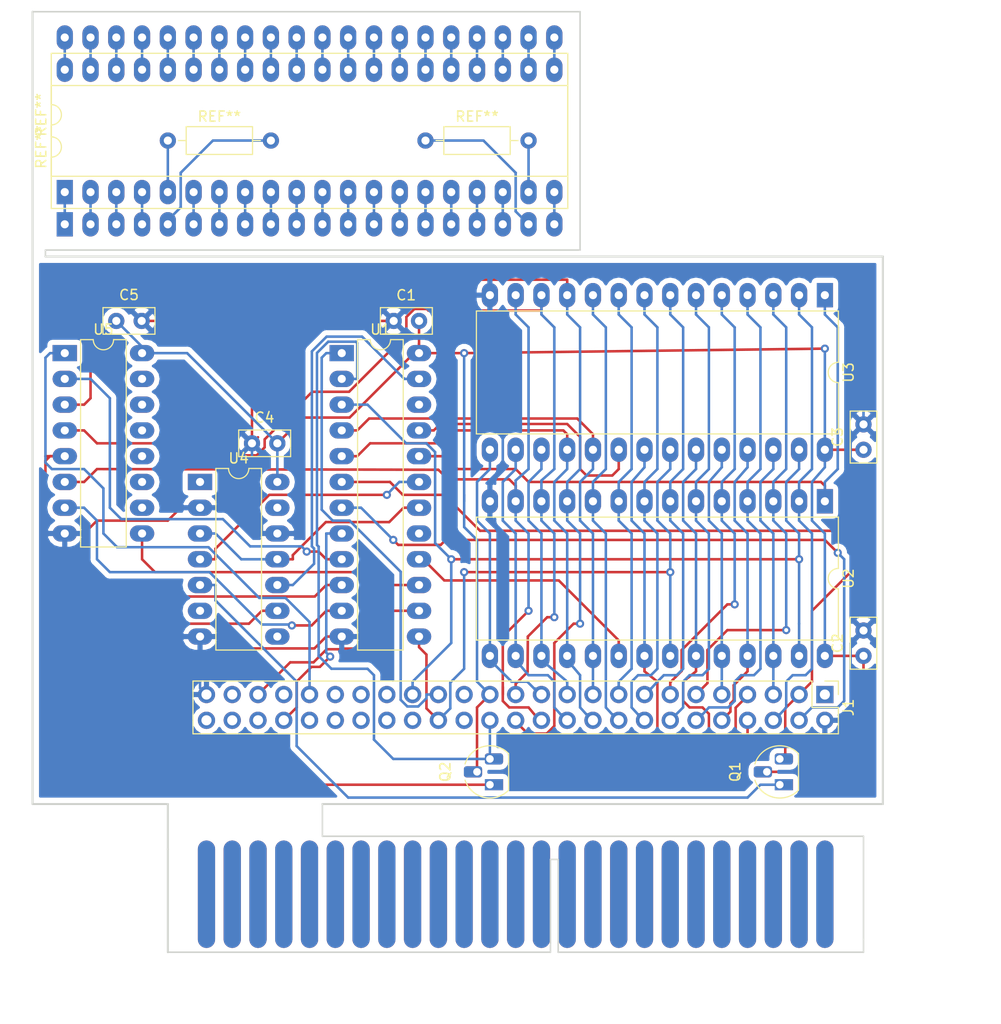
<source format=kicad_pcb>
(kicad_pcb (version 20171130) (host pcbnew 5.0.0-fee4fd1~66~ubuntu18.04.1)

  (general
    (thickness 1.6)
    (drawings 23)
    (tracks 772)
    (zones 0)
    (modules 17)
    (nets 46)
  )

  (page A4)
  (layers
    (0 F.Cu signal)
    (31 B.Cu signal)
    (32 B.Adhes user)
    (33 F.Adhes user)
    (34 B.Paste user)
    (35 F.Paste user)
    (36 B.SilkS user)
    (37 F.SilkS user)
    (38 B.Mask user)
    (39 F.Mask user)
    (40 Dwgs.User user)
    (41 Cmts.User user)
    (42 Eco1.User user)
    (43 Eco2.User user)
    (44 Edge.Cuts user)
    (45 Margin user)
    (46 B.CrtYd user)
    (47 F.CrtYd user)
    (48 B.Fab user)
    (49 F.Fab user)
  )

  (setup
    (last_trace_width 0.25)
    (trace_clearance 0.2)
    (zone_clearance 0.508)
    (zone_45_only no)
    (trace_min 0.2)
    (segment_width 0.2)
    (edge_width 0.15)
    (via_size 0.8)
    (via_drill 0.4)
    (via_min_size 0.4)
    (via_min_drill 0.3)
    (uvia_size 0.3)
    (uvia_drill 0.1)
    (uvias_allowed no)
    (uvia_min_size 0.2)
    (uvia_min_drill 0.1)
    (pcb_text_width 0.3)
    (pcb_text_size 1.5 1.5)
    (mod_edge_width 0.15)
    (mod_text_size 1 1)
    (mod_text_width 0.15)
    (pad_size 1.524 1.524)
    (pad_drill 0.762)
    (pad_to_mask_clearance 0.2)
    (aux_axis_origin 0 0)
    (visible_elements FFFDFF7F)
    (pcbplotparams
      (layerselection 0x010fc_ffffffff)
      (usegerberextensions false)
      (usegerberattributes false)
      (usegerberadvancedattributes false)
      (creategerberjobfile false)
      (excludeedgelayer true)
      (linewidth 0.100000)
      (plotframeref false)
      (viasonmask false)
      (mode 1)
      (useauxorigin false)
      (hpglpennumber 1)
      (hpglpenspeed 20)
      (hpglpendiameter 15.000000)
      (psnegative false)
      (psa4output false)
      (plotreference true)
      (plotvalue true)
      (plotinvisibletext false)
      (padsonsilk false)
      (subtractmaskfromsilk false)
      (outputformat 1)
      (mirror false)
      (drillshape 1)
      (scaleselection 1)
      (outputdirectory ""))
  )

  (net 0 "")
  (net 1 GND)
  (net 2 +5V)
  (net 3 /A13)
  (net 4 /A12)
  (net 5 /A11)
  (net 6 /A10)
  (net 7 /A9)
  (net 8 /A8)
  (net 9 /A7)
  (net 10 /A6)
  (net 11 /A5)
  (net 12 /A4)
  (net 13 /A3)
  (net 14 /A2)
  (net 15 /A1)
  (net 16 /A0)
  (net 17 /D7)
  (net 18 /D6)
  (net 19 /D5)
  (net 20 /D4)
  (net 21 /D3)
  (net 22 /D2)
  (net 23 /D1)
  (net 24 /D0)
  (net 25 /IOREQ)
  (net 26 /RD)
  (net 27 /WR)
  (net 28 /RESET)
  (net 29 /RAM_RD)
  (net 30 A15)
  (net 31 MREQ)
  (net 32 "Net-(Q1-Pad1)")
  (net 33 "Net-(Q2-Pad1)")
  (net 34 END_FORCE)
  (net 35 FORCE_A15)
  (net 36 FORCE_MREQ)
  (net 37 "Net-(U1-Pad9)")
  (net 38 RAM2_CE)
  (net 39 "Net-(U1-Pad10)")
  (net 40 RAM1_CE)
  (net 41 "Net-(U1-Pad11)")
  (net 42 RAM_DIS)
  (net 43 "Net-(U1-Pad15)")
  (net 44 /A14)
  (net 45 RAM_A14)

  (net_class Default "Esta es la clase de red por defecto."
    (clearance 0.2)
    (trace_width 0.25)
    (via_dia 0.8)
    (via_drill 0.4)
    (uvia_dia 0.3)
    (uvia_drill 0.1)
    (add_net +5V)
    (add_net /A0)
    (add_net /A1)
    (add_net /A10)
    (add_net /A11)
    (add_net /A12)
    (add_net /A13)
    (add_net /A14)
    (add_net /A2)
    (add_net /A3)
    (add_net /A4)
    (add_net /A5)
    (add_net /A6)
    (add_net /A7)
    (add_net /A8)
    (add_net /A9)
    (add_net /D0)
    (add_net /D1)
    (add_net /D2)
    (add_net /D3)
    (add_net /D4)
    (add_net /D5)
    (add_net /D6)
    (add_net /D7)
    (add_net /IOREQ)
    (add_net /RAM_RD)
    (add_net /RD)
    (add_net /RESET)
    (add_net /WR)
    (add_net A15)
    (add_net END_FORCE)
    (add_net FORCE_A15)
    (add_net FORCE_MREQ)
    (add_net GND)
    (add_net MREQ)
    (add_net "Net-(Q1-Pad1)")
    (add_net "Net-(Q2-Pad1)")
    (add_net "Net-(U1-Pad10)")
    (add_net "Net-(U1-Pad11)")
    (add_net "Net-(U1-Pad15)")
    (add_net "Net-(U1-Pad9)")
    (add_net RAM1_CE)
    (add_net RAM2_CE)
    (add_net RAM_A14)
    (add_net RAM_DIS)
  )

  (module Resistor_THT:R_Axial_DIN0207_L6.3mm_D2.5mm_P10.16mm_Horizontal (layer F.Cu) (tedit 5AE5139B) (tstamp 5B8A1DA4)
    (at 115.57 54.61)
    (descr "Resistor, Axial_DIN0207 series, Axial, Horizontal, pin pitch=10.16mm, 0.25W = 1/4W, length*diameter=6.3*2.5mm^2, http://cdn-reichelt.de/documents/datenblatt/B400/1_4W%23YAG.pdf")
    (tags "Resistor Axial_DIN0207 series Axial Horizontal pin pitch 10.16mm 0.25W = 1/4W length 6.3mm diameter 2.5mm")
    (fp_text reference REF** (at 5.08 -2.37) (layer F.SilkS)
      (effects (font (size 1 1) (thickness 0.15)))
    )
    (fp_text value R_Axial_DIN0207_L6.3mm_D2.5mm_P10.16mm_Horizontal (at 5.08 2.37) (layer F.Fab)
      (effects (font (size 1 1) (thickness 0.15)))
    )
    (fp_line (start 1.93 -1.25) (end 1.93 1.25) (layer F.Fab) (width 0.1))
    (fp_line (start 1.93 1.25) (end 8.23 1.25) (layer F.Fab) (width 0.1))
    (fp_line (start 8.23 1.25) (end 8.23 -1.25) (layer F.Fab) (width 0.1))
    (fp_line (start 8.23 -1.25) (end 1.93 -1.25) (layer F.Fab) (width 0.1))
    (fp_line (start 0 0) (end 1.93 0) (layer F.Fab) (width 0.1))
    (fp_line (start 10.16 0) (end 8.23 0) (layer F.Fab) (width 0.1))
    (fp_line (start 1.81 -1.37) (end 1.81 1.37) (layer F.SilkS) (width 0.12))
    (fp_line (start 1.81 1.37) (end 8.35 1.37) (layer F.SilkS) (width 0.12))
    (fp_line (start 8.35 1.37) (end 8.35 -1.37) (layer F.SilkS) (width 0.12))
    (fp_line (start 8.35 -1.37) (end 1.81 -1.37) (layer F.SilkS) (width 0.12))
    (fp_line (start 1.04 0) (end 1.81 0) (layer F.SilkS) (width 0.12))
    (fp_line (start 9.12 0) (end 8.35 0) (layer F.SilkS) (width 0.12))
    (fp_line (start -1.05 -1.5) (end -1.05 1.5) (layer F.CrtYd) (width 0.05))
    (fp_line (start -1.05 1.5) (end 11.21 1.5) (layer F.CrtYd) (width 0.05))
    (fp_line (start 11.21 1.5) (end 11.21 -1.5) (layer F.CrtYd) (width 0.05))
    (fp_line (start 11.21 -1.5) (end -1.05 -1.5) (layer F.CrtYd) (width 0.05))
    (fp_text user %R (at 5.08 0) (layer F.Fab)
      (effects (font (size 1 1) (thickness 0.15)))
    )
    (pad 1 thru_hole circle (at 0 0) (size 1.6 1.6) (drill 0.8) (layers *.Cu *.Mask))
    (pad 2 thru_hole oval (at 10.16 0) (size 1.6 1.6) (drill 0.8) (layers *.Cu *.Mask))
    (model ${KISYS3DMOD}/Resistor_THT.3dshapes/R_Axial_DIN0207_L6.3mm_D2.5mm_P10.16mm_Horizontal.wrl
      (at (xyz 0 0 0))
      (scale (xyz 1 1 1))
      (rotate (xyz 0 0 0))
    )
  )

  (module Package_DIP:DIP-40_W15.24mm_LongPads (layer F.Cu) (tedit 5A02E8C5) (tstamp 5B8A0454)
    (at 80.01 59.69 90)
    (descr "40-lead though-hole mounted DIP package, row spacing 15.24 mm (600 mils), LongPads")
    (tags "THT DIP DIL PDIP 2.54mm 15.24mm 600mil LongPads")
    (fp_text reference REF** (at 7.62 -2.33 90) (layer F.SilkS)
      (effects (font (size 1 1) (thickness 0.15)))
    )
    (fp_text value DIP-40_W15.24mm_LongPads (at 7.62 50.59 90) (layer F.Fab)
      (effects (font (size 1 1) (thickness 0.15)))
    )
    (fp_arc (start 7.62 -1.33) (end 6.62 -1.33) (angle -180) (layer F.SilkS) (width 0.12))
    (fp_line (start 1.255 -1.27) (end 14.985 -1.27) (layer F.Fab) (width 0.1))
    (fp_line (start 14.985 -1.27) (end 14.985 49.53) (layer F.Fab) (width 0.1))
    (fp_line (start 14.985 49.53) (end 0.255 49.53) (layer F.Fab) (width 0.1))
    (fp_line (start 0.255 49.53) (end 0.255 -0.27) (layer F.Fab) (width 0.1))
    (fp_line (start 0.255 -0.27) (end 1.255 -1.27) (layer F.Fab) (width 0.1))
    (fp_line (start 6.62 -1.33) (end 1.56 -1.33) (layer F.SilkS) (width 0.12))
    (fp_line (start 1.56 -1.33) (end 1.56 49.59) (layer F.SilkS) (width 0.12))
    (fp_line (start 1.56 49.59) (end 13.68 49.59) (layer F.SilkS) (width 0.12))
    (fp_line (start 13.68 49.59) (end 13.68 -1.33) (layer F.SilkS) (width 0.12))
    (fp_line (start 13.68 -1.33) (end 8.62 -1.33) (layer F.SilkS) (width 0.12))
    (fp_line (start -1.5 -1.55) (end -1.5 49.8) (layer F.CrtYd) (width 0.05))
    (fp_line (start -1.5 49.8) (end 16.7 49.8) (layer F.CrtYd) (width 0.05))
    (fp_line (start 16.7 49.8) (end 16.7 -1.55) (layer F.CrtYd) (width 0.05))
    (fp_line (start 16.7 -1.55) (end -1.5 -1.55) (layer F.CrtYd) (width 0.05))
    (fp_text user %R (at 7.62 24.13 90) (layer F.Fab)
      (effects (font (size 1 1) (thickness 0.15)))
    )
    (pad 1 thru_hole rect (at 0 0 90) (size 2.4 1.6) (drill 0.8) (layers *.Cu *.Mask))
    (pad 21 thru_hole oval (at 15.24 48.26 90) (size 2.4 1.6) (drill 0.8) (layers *.Cu *.Mask))
    (pad 2 thru_hole oval (at 0 2.54 90) (size 2.4 1.6) (drill 0.8) (layers *.Cu *.Mask))
    (pad 22 thru_hole oval (at 15.24 45.72 90) (size 2.4 1.6) (drill 0.8) (layers *.Cu *.Mask))
    (pad 3 thru_hole oval (at 0 5.08 90) (size 2.4 1.6) (drill 0.8) (layers *.Cu *.Mask))
    (pad 23 thru_hole oval (at 15.24 43.18 90) (size 2.4 1.6) (drill 0.8) (layers *.Cu *.Mask))
    (pad 4 thru_hole oval (at 0 7.62 90) (size 2.4 1.6) (drill 0.8) (layers *.Cu *.Mask))
    (pad 24 thru_hole oval (at 15.24 40.64 90) (size 2.4 1.6) (drill 0.8) (layers *.Cu *.Mask))
    (pad 5 thru_hole oval (at 0 10.16 90) (size 2.4 1.6) (drill 0.8) (layers *.Cu *.Mask))
    (pad 25 thru_hole oval (at 15.24 38.1 90) (size 2.4 1.6) (drill 0.8) (layers *.Cu *.Mask))
    (pad 6 thru_hole oval (at 0 12.7 90) (size 2.4 1.6) (drill 0.8) (layers *.Cu *.Mask))
    (pad 26 thru_hole oval (at 15.24 35.56 90) (size 2.4 1.6) (drill 0.8) (layers *.Cu *.Mask))
    (pad 7 thru_hole oval (at 0 15.24 90) (size 2.4 1.6) (drill 0.8) (layers *.Cu *.Mask))
    (pad 27 thru_hole oval (at 15.24 33.02 90) (size 2.4 1.6) (drill 0.8) (layers *.Cu *.Mask))
    (pad 8 thru_hole oval (at 0 17.78 90) (size 2.4 1.6) (drill 0.8) (layers *.Cu *.Mask))
    (pad 28 thru_hole oval (at 15.24 30.48 90) (size 2.4 1.6) (drill 0.8) (layers *.Cu *.Mask))
    (pad 9 thru_hole oval (at 0 20.32 90) (size 2.4 1.6) (drill 0.8) (layers *.Cu *.Mask))
    (pad 29 thru_hole oval (at 15.24 27.94 90) (size 2.4 1.6) (drill 0.8) (layers *.Cu *.Mask))
    (pad 10 thru_hole oval (at 0 22.86 90) (size 2.4 1.6) (drill 0.8) (layers *.Cu *.Mask))
    (pad 30 thru_hole oval (at 15.24 25.4 90) (size 2.4 1.6) (drill 0.8) (layers *.Cu *.Mask))
    (pad 11 thru_hole oval (at 0 25.4 90) (size 2.4 1.6) (drill 0.8) (layers *.Cu *.Mask))
    (pad 31 thru_hole oval (at 15.24 22.86 90) (size 2.4 1.6) (drill 0.8) (layers *.Cu *.Mask))
    (pad 12 thru_hole oval (at 0 27.94 90) (size 2.4 1.6) (drill 0.8) (layers *.Cu *.Mask))
    (pad 32 thru_hole oval (at 15.24 20.32 90) (size 2.4 1.6) (drill 0.8) (layers *.Cu *.Mask))
    (pad 13 thru_hole oval (at 0 30.48 90) (size 2.4 1.6) (drill 0.8) (layers *.Cu *.Mask))
    (pad 33 thru_hole oval (at 15.24 17.78 90) (size 2.4 1.6) (drill 0.8) (layers *.Cu *.Mask))
    (pad 14 thru_hole oval (at 0 33.02 90) (size 2.4 1.6) (drill 0.8) (layers *.Cu *.Mask))
    (pad 34 thru_hole oval (at 15.24 15.24 90) (size 2.4 1.6) (drill 0.8) (layers *.Cu *.Mask))
    (pad 15 thru_hole oval (at 0 35.56 90) (size 2.4 1.6) (drill 0.8) (layers *.Cu *.Mask))
    (pad 35 thru_hole oval (at 15.24 12.7 90) (size 2.4 1.6) (drill 0.8) (layers *.Cu *.Mask))
    (pad 16 thru_hole oval (at 0 38.1 90) (size 2.4 1.6) (drill 0.8) (layers *.Cu *.Mask))
    (pad 36 thru_hole oval (at 15.24 10.16 90) (size 2.4 1.6) (drill 0.8) (layers *.Cu *.Mask))
    (pad 17 thru_hole oval (at 0 40.64 90) (size 2.4 1.6) (drill 0.8) (layers *.Cu *.Mask))
    (pad 37 thru_hole oval (at 15.24 7.62 90) (size 2.4 1.6) (drill 0.8) (layers *.Cu *.Mask))
    (pad 18 thru_hole oval (at 0 43.18 90) (size 2.4 1.6) (drill 0.8) (layers *.Cu *.Mask))
    (pad 38 thru_hole oval (at 15.24 5.08 90) (size 2.4 1.6) (drill 0.8) (layers *.Cu *.Mask))
    (pad 19 thru_hole oval (at 0 45.72 90) (size 2.4 1.6) (drill 0.8) (layers *.Cu *.Mask))
    (pad 39 thru_hole oval (at 15.24 2.54 90) (size 2.4 1.6) (drill 0.8) (layers *.Cu *.Mask))
    (pad 20 thru_hole oval (at 0 48.26 90) (size 2.4 1.6) (drill 0.8) (layers *.Cu *.Mask))
    (pad 40 thru_hole oval (at 15.24 0 90) (size 2.4 1.6) (drill 0.8) (layers *.Cu *.Mask))
    (model ${KISYS3DMOD}/Package_DIP.3dshapes/DIP-40_W15.24mm.wrl
      (at (xyz 0 0 0))
      (scale (xyz 1 1 1))
      (rotate (xyz 0 0 0))
    )
  )

  (module Capacitors_THT:C_Disc_D5.0mm_W2.5mm_P2.50mm (layer F.Cu) (tedit 5B8954A5) (tstamp 5B96A5E3)
    (at 85.09 72.39)
    (descr "C, Disc series, Radial, pin pitch=2.50mm, , diameter*width=5*2.5mm^2, Capacitor, http://cdn-reichelt.de/documents/datenblatt/B300/DS_KERKO_TC.pdf")
    (tags "C Disc series Radial pin pitch 2.50mm  diameter 5mm width 2.5mm Capacitor")
    (path /5BC96A1F)
    (fp_text reference C5 (at 1.25 -2.56 180) (layer F.SilkS)
      (effects (font (size 1 1) (thickness 0.15)))
    )
    (fp_text value 100n (at 1.25 2.56) (layer F.Fab)
      (effects (font (size 1 1) (thickness 0.15)))
    )
    (fp_line (start -1.25 -1.25) (end -1.25 1.25) (layer F.Fab) (width 0.1))
    (fp_line (start -1.25 1.25) (end 3.75 1.25) (layer F.Fab) (width 0.1))
    (fp_line (start 3.75 1.25) (end 3.75 -1.25) (layer F.Fab) (width 0.1))
    (fp_line (start 3.75 -1.25) (end -1.25 -1.25) (layer F.Fab) (width 0.1))
    (fp_line (start -1.31 -1.31) (end 3.81 -1.31) (layer F.SilkS) (width 0.12))
    (fp_line (start -1.31 1.31) (end 3.81 1.31) (layer F.SilkS) (width 0.12))
    (fp_line (start -1.31 -1.31) (end -1.31 1.31) (layer F.SilkS) (width 0.12))
    (fp_line (start 3.81 -1.31) (end 3.81 1.31) (layer F.SilkS) (width 0.12))
    (fp_line (start -1.6 -1.6) (end -1.6 1.6) (layer F.CrtYd) (width 0.05))
    (fp_line (start -1.6 1.6) (end 4.1 1.6) (layer F.CrtYd) (width 0.05))
    (fp_line (start 4.1 1.6) (end 4.1 -1.6) (layer F.CrtYd) (width 0.05))
    (fp_line (start 4.1 -1.6) (end -1.6 -1.6) (layer F.CrtYd) (width 0.05))
    (fp_text user %R (at 1.25 0 90) (layer F.Fab)
      (effects (font (size 1 1) (thickness 0.15)))
    )
    (pad 1 thru_hole circle (at 0 0) (size 1.6 1.6) (drill 0.8) (layers *.Cu *.Mask)
      (net 2 +5V))
    (pad 2 thru_hole circle (at 2.5 0) (size 1.6 1.6) (drill 0.8) (layers *.Cu *.Mask)
      (net 1 GND))
    (model ${KISYS3DMOD}/Capacitor_THT.3dshapes/C_Disc_D5.0mm_W2.5mm_P2.50mm.wrl
      (at (xyz 0 0 0))
      (scale (xyz 1 1 1))
      (rotate (xyz 0 0 0))
    )
  )

  (module Connector_PinHeader_2.54mm:PinHeader_2x25_P2.54mm_Vertical (layer F.Cu) (tedit 59FED5CC) (tstamp 5B87F945)
    (at 154.94 109.22 270)
    (descr "Through hole straight pin header, 2x25, 2.54mm pitch, double rows")
    (tags "Through hole pin header THT 2x25 2.54mm double row")
    (path /5B8DC98B)
    (fp_text reference J1 (at 1.27 -2.33 270) (layer F.SilkS)
      (effects (font (size 1 1) (thickness 0.15)))
    )
    (fp_text value Conn_02x25_Odd_Even (at 1.27 63.29 270) (layer F.Fab)
      (effects (font (size 1 1) (thickness 0.15)))
    )
    (fp_line (start 0 -1.27) (end 3.81 -1.27) (layer F.Fab) (width 0.1))
    (fp_line (start 3.81 -1.27) (end 3.81 62.23) (layer F.Fab) (width 0.1))
    (fp_line (start 3.81 62.23) (end -1.27 62.23) (layer F.Fab) (width 0.1))
    (fp_line (start -1.27 62.23) (end -1.27 0) (layer F.Fab) (width 0.1))
    (fp_line (start -1.27 0) (end 0 -1.27) (layer F.Fab) (width 0.1))
    (fp_line (start -1.33 62.29) (end 3.87 62.29) (layer F.SilkS) (width 0.12))
    (fp_line (start -1.33 1.27) (end -1.33 62.29) (layer F.SilkS) (width 0.12))
    (fp_line (start 3.87 -1.33) (end 3.87 62.29) (layer F.SilkS) (width 0.12))
    (fp_line (start -1.33 1.27) (end 1.27 1.27) (layer F.SilkS) (width 0.12))
    (fp_line (start 1.27 1.27) (end 1.27 -1.33) (layer F.SilkS) (width 0.12))
    (fp_line (start 1.27 -1.33) (end 3.87 -1.33) (layer F.SilkS) (width 0.12))
    (fp_line (start -1.33 0) (end -1.33 -1.33) (layer F.SilkS) (width 0.12))
    (fp_line (start -1.33 -1.33) (end 0 -1.33) (layer F.SilkS) (width 0.12))
    (fp_line (start -1.8 -1.8) (end -1.8 62.75) (layer F.CrtYd) (width 0.05))
    (fp_line (start -1.8 62.75) (end 4.35 62.75) (layer F.CrtYd) (width 0.05))
    (fp_line (start 4.35 62.75) (end 4.35 -1.8) (layer F.CrtYd) (width 0.05))
    (fp_line (start 4.35 -1.8) (end -1.8 -1.8) (layer F.CrtYd) (width 0.05))
    (fp_text user %R (at 1.27 30.48) (layer F.Fab)
      (effects (font (size 1 1) (thickness 0.15)))
    )
    (pad 1 thru_hole rect (at 0 0 270) (size 1.7 1.7) (drill 1) (layers *.Cu *.Mask))
    (pad 2 thru_hole oval (at 2.54 0 270) (size 1.7 1.7) (drill 1) (layers *.Cu *.Mask)
      (net 1 GND))
    (pad 3 thru_hole oval (at 0 2.54 270) (size 1.7 1.7) (drill 1) (layers *.Cu *.Mask)
      (net 30 A15))
    (pad 4 thru_hole oval (at 2.54 2.54 270) (size 1.7 1.7) (drill 1) (layers *.Cu *.Mask)
      (net 44 /A14))
    (pad 5 thru_hole oval (at 0 5.08 270) (size 1.7 1.7) (drill 1) (layers *.Cu *.Mask)
      (net 3 /A13))
    (pad 6 thru_hole oval (at 2.54 5.08 270) (size 1.7 1.7) (drill 1) (layers *.Cu *.Mask)
      (net 4 /A12))
    (pad 7 thru_hole oval (at 0 7.62 270) (size 1.7 1.7) (drill 1) (layers *.Cu *.Mask)
      (net 5 /A11))
    (pad 8 thru_hole oval (at 2.54 7.62 270) (size 1.7 1.7) (drill 1) (layers *.Cu *.Mask)
      (net 6 /A10))
    (pad 9 thru_hole oval (at 0 10.16 270) (size 1.7 1.7) (drill 1) (layers *.Cu *.Mask)
      (net 7 /A9))
    (pad 10 thru_hole oval (at 2.54 10.16 270) (size 1.7 1.7) (drill 1) (layers *.Cu *.Mask)
      (net 8 /A8))
    (pad 11 thru_hole oval (at 0 12.7 270) (size 1.7 1.7) (drill 1) (layers *.Cu *.Mask)
      (net 9 /A7))
    (pad 12 thru_hole oval (at 2.54 12.7 270) (size 1.7 1.7) (drill 1) (layers *.Cu *.Mask)
      (net 10 /A6))
    (pad 13 thru_hole oval (at 0 15.24 270) (size 1.7 1.7) (drill 1) (layers *.Cu *.Mask)
      (net 11 /A5))
    (pad 14 thru_hole oval (at 2.54 15.24 270) (size 1.7 1.7) (drill 1) (layers *.Cu *.Mask)
      (net 12 /A4))
    (pad 15 thru_hole oval (at 0 17.78 270) (size 1.7 1.7) (drill 1) (layers *.Cu *.Mask)
      (net 13 /A3))
    (pad 16 thru_hole oval (at 2.54 17.78 270) (size 1.7 1.7) (drill 1) (layers *.Cu *.Mask)
      (net 14 /A2))
    (pad 17 thru_hole oval (at 0 20.32 270) (size 1.7 1.7) (drill 1) (layers *.Cu *.Mask)
      (net 15 /A1))
    (pad 18 thru_hole oval (at 2.54 20.32 270) (size 1.7 1.7) (drill 1) (layers *.Cu *.Mask)
      (net 16 /A0))
    (pad 19 thru_hole oval (at 0 22.86 270) (size 1.7 1.7) (drill 1) (layers *.Cu *.Mask)
      (net 17 /D7))
    (pad 20 thru_hole oval (at 2.54 22.86 270) (size 1.7 1.7) (drill 1) (layers *.Cu *.Mask)
      (net 18 /D6))
    (pad 21 thru_hole oval (at 0 25.4 270) (size 1.7 1.7) (drill 1) (layers *.Cu *.Mask)
      (net 19 /D5))
    (pad 22 thru_hole oval (at 2.54 25.4 270) (size 1.7 1.7) (drill 1) (layers *.Cu *.Mask)
      (net 20 /D4))
    (pad 23 thru_hole oval (at 0 27.94 270) (size 1.7 1.7) (drill 1) (layers *.Cu *.Mask)
      (net 21 /D3))
    (pad 24 thru_hole oval (at 2.54 27.94 270) (size 1.7 1.7) (drill 1) (layers *.Cu *.Mask)
      (net 22 /D2))
    (pad 25 thru_hole oval (at 0 30.48 270) (size 1.7 1.7) (drill 1) (layers *.Cu *.Mask)
      (net 23 /D1))
    (pad 26 thru_hole oval (at 2.54 30.48 270) (size 1.7 1.7) (drill 1) (layers *.Cu *.Mask)
      (net 24 /D0))
    (pad 27 thru_hole oval (at 0 33.02 270) (size 1.7 1.7) (drill 1) (layers *.Cu *.Mask)
      (net 2 +5V))
    (pad 28 thru_hole oval (at 2.54 33.02 270) (size 1.7 1.7) (drill 1) (layers *.Cu *.Mask)
      (net 31 MREQ))
    (pad 29 thru_hole oval (at 0 35.56 270) (size 1.7 1.7) (drill 1) (layers *.Cu *.Mask))
    (pad 30 thru_hole oval (at 2.54 35.56 270) (size 1.7 1.7) (drill 1) (layers *.Cu *.Mask))
    (pad 31 thru_hole oval (at 0 38.1 270) (size 1.7 1.7) (drill 1) (layers *.Cu *.Mask)
      (net 25 /IOREQ))
    (pad 32 thru_hole oval (at 2.54 38.1 270) (size 1.7 1.7) (drill 1) (layers *.Cu *.Mask)
      (net 26 /RD))
    (pad 33 thru_hole oval (at 0 40.64 270) (size 1.7 1.7) (drill 1) (layers *.Cu *.Mask)
      (net 27 /WR))
    (pad 34 thru_hole oval (at 2.54 40.64 270) (size 1.7 1.7) (drill 1) (layers *.Cu *.Mask))
    (pad 35 thru_hole oval (at 0 43.18 270) (size 1.7 1.7) (drill 1) (layers *.Cu *.Mask))
    (pad 36 thru_hole oval (at 2.54 43.18 270) (size 1.7 1.7) (drill 1) (layers *.Cu *.Mask))
    (pad 37 thru_hole oval (at 0 45.72 270) (size 1.7 1.7) (drill 1) (layers *.Cu *.Mask))
    (pad 38 thru_hole oval (at 2.54 45.72 270) (size 1.7 1.7) (drill 1) (layers *.Cu *.Mask))
    (pad 39 thru_hole oval (at 0 48.26 270) (size 1.7 1.7) (drill 1) (layers *.Cu *.Mask))
    (pad 40 thru_hole oval (at 2.54 48.26 270) (size 1.7 1.7) (drill 1) (layers *.Cu *.Mask))
    (pad 41 thru_hole oval (at 0 50.8 270) (size 1.7 1.7) (drill 1) (layers *.Cu *.Mask)
      (net 28 /RESET))
    (pad 42 thru_hole oval (at 2.54 50.8 270) (size 1.7 1.7) (drill 1) (layers *.Cu *.Mask))
    (pad 43 thru_hole oval (at 0 53.34 270) (size 1.7 1.7) (drill 1) (layers *.Cu *.Mask))
    (pad 44 thru_hole oval (at 2.54 53.34 270) (size 1.7 1.7) (drill 1) (layers *.Cu *.Mask)
      (net 29 /RAM_RD))
    (pad 45 thru_hole oval (at 0 55.88 270) (size 1.7 1.7) (drill 1) (layers *.Cu *.Mask)
      (net 42 RAM_DIS))
    (pad 46 thru_hole oval (at 2.54 55.88 270) (size 1.7 1.7) (drill 1) (layers *.Cu *.Mask))
    (pad 47 thru_hole oval (at 0 58.42 270) (size 1.7 1.7) (drill 1) (layers *.Cu *.Mask))
    (pad 48 thru_hole oval (at 2.54 58.42 270) (size 1.7 1.7) (drill 1) (layers *.Cu *.Mask))
    (pad 49 thru_hole oval (at 0 60.96 270) (size 1.7 1.7) (drill 1) (layers *.Cu *.Mask)
      (net 1 GND))
    (pad 50 thru_hole oval (at 2.54 60.96 270) (size 1.7 1.7) (drill 1) (layers *.Cu *.Mask))
    (model ${KISYS3DMOD}/Connector_PinHeader_2.54mm.3dshapes/PinHeader_2x25_P2.54mm_Vertical.wrl
      (at (xyz 0 0 0))
      (scale (xyz 1 1 1))
      (rotate (xyz 0 0 0))
    )
  )

  (module Capacitors_THT:C_Disc_D5.0mm_W2.5mm_P2.50mm (layer F.Cu) (tedit 597BC7C2) (tstamp 5B87EEED)
    (at 114.935 72.39 180)
    (descr "C, Disc series, Radial, pin pitch=2.50mm, , diameter*width=5*2.5mm^2, Capacitor, http://cdn-reichelt.de/documents/datenblatt/B300/DS_KERKO_TC.pdf")
    (tags "C Disc series Radial pin pitch 2.50mm  diameter 5mm width 2.5mm Capacitor")
    (path /5B8920AC)
    (fp_text reference C1 (at 1.27 2.54 180) (layer F.SilkS)
      (effects (font (size 1 1) (thickness 0.15)))
    )
    (fp_text value 100n (at 1.27 -2.54 180) (layer F.Fab)
      (effects (font (size 1 1) (thickness 0.15)))
    )
    (fp_text user %R (at 1.25 0 180) (layer F.Fab)
      (effects (font (size 1 1) (thickness 0.15)))
    )
    (fp_line (start 4.1 -1.6) (end -1.6 -1.6) (layer F.CrtYd) (width 0.05))
    (fp_line (start 4.1 1.6) (end 4.1 -1.6) (layer F.CrtYd) (width 0.05))
    (fp_line (start -1.6 1.6) (end 4.1 1.6) (layer F.CrtYd) (width 0.05))
    (fp_line (start -1.6 -1.6) (end -1.6 1.6) (layer F.CrtYd) (width 0.05))
    (fp_line (start 3.81 -1.31) (end 3.81 1.31) (layer F.SilkS) (width 0.12))
    (fp_line (start -1.31 -1.31) (end -1.31 1.31) (layer F.SilkS) (width 0.12))
    (fp_line (start -1.31 1.31) (end 3.81 1.31) (layer F.SilkS) (width 0.12))
    (fp_line (start -1.31 -1.31) (end 3.81 -1.31) (layer F.SilkS) (width 0.12))
    (fp_line (start 3.75 -1.25) (end -1.25 -1.25) (layer F.Fab) (width 0.1))
    (fp_line (start 3.75 1.25) (end 3.75 -1.25) (layer F.Fab) (width 0.1))
    (fp_line (start -1.25 1.25) (end 3.75 1.25) (layer F.Fab) (width 0.1))
    (fp_line (start -1.25 -1.25) (end -1.25 1.25) (layer F.Fab) (width 0.1))
    (pad 2 thru_hole circle (at 2.5 0 180) (size 1.6 1.6) (drill 0.8) (layers *.Cu *.Mask)
      (net 1 GND))
    (pad 1 thru_hole circle (at 0 0 180) (size 1.6 1.6) (drill 0.8) (layers *.Cu *.Mask)
      (net 2 +5V))
    (model ${KISYS3DMOD}/Capacitor_THT.3dshapes/C_Disc_D5.0mm_W2.5mm_P2.50mm.wrl
      (at (xyz 0 0 0))
      (scale (xyz 1 1 1))
      (rotate (xyz 0 0 0))
    )
  )

  (module Capacitors_THT:C_Disc_D5.0mm_W2.5mm_P2.50mm (layer F.Cu) (tedit 597BC7C2) (tstamp 5B96A3A1)
    (at 158.75 105.41 90)
    (descr "C, Disc series, Radial, pin pitch=2.50mm, , diameter*width=5*2.5mm^2, Capacitor, http://cdn-reichelt.de/documents/datenblatt/B300/DS_KERKO_TC.pdf")
    (tags "C Disc series Radial pin pitch 2.50mm  diameter 5mm width 2.5mm Capacitor")
    (path /5B89215A)
    (fp_text reference C2 (at 1.25 -2.56 90) (layer F.SilkS)
      (effects (font (size 1 1) (thickness 0.15)))
    )
    (fp_text value 100n (at 1.25 2.56 90) (layer F.Fab)
      (effects (font (size 1 1) (thickness 0.15)))
    )
    (fp_line (start -1.25 -1.25) (end -1.25 1.25) (layer F.Fab) (width 0.1))
    (fp_line (start -1.25 1.25) (end 3.75 1.25) (layer F.Fab) (width 0.1))
    (fp_line (start 3.75 1.25) (end 3.75 -1.25) (layer F.Fab) (width 0.1))
    (fp_line (start 3.75 -1.25) (end -1.25 -1.25) (layer F.Fab) (width 0.1))
    (fp_line (start -1.31 -1.31) (end 3.81 -1.31) (layer F.SilkS) (width 0.12))
    (fp_line (start -1.31 1.31) (end 3.81 1.31) (layer F.SilkS) (width 0.12))
    (fp_line (start -1.31 -1.31) (end -1.31 1.31) (layer F.SilkS) (width 0.12))
    (fp_line (start 3.81 -1.31) (end 3.81 1.31) (layer F.SilkS) (width 0.12))
    (fp_line (start -1.6 -1.6) (end -1.6 1.6) (layer F.CrtYd) (width 0.05))
    (fp_line (start -1.6 1.6) (end 4.1 1.6) (layer F.CrtYd) (width 0.05))
    (fp_line (start 4.1 1.6) (end 4.1 -1.6) (layer F.CrtYd) (width 0.05))
    (fp_line (start 4.1 -1.6) (end -1.6 -1.6) (layer F.CrtYd) (width 0.05))
    (fp_text user %R (at 1.25 0 90) (layer F.Fab)
      (effects (font (size 1 1) (thickness 0.15)))
    )
    (pad 1 thru_hole circle (at 0 0 90) (size 1.6 1.6) (drill 0.8) (layers *.Cu *.Mask)
      (net 2 +5V))
    (pad 2 thru_hole circle (at 2.5 0 90) (size 1.6 1.6) (drill 0.8) (layers *.Cu *.Mask)
      (net 1 GND))
    (model ${KISYS3DMOD}/Capacitor_THT.3dshapes/C_Disc_D5.0mm_W2.5mm_P2.50mm.wrl
      (at (xyz 0 0 0))
      (scale (xyz 1 1 1))
      (rotate (xyz 0 0 0))
    )
  )

  (module Capacitors_THT:C_Disc_D5.0mm_W2.5mm_P2.50mm (layer F.Cu) (tedit 597BC7C2) (tstamp 5B87FDA6)
    (at 158.75 85.09 90)
    (descr "C, Disc series, Radial, pin pitch=2.50mm, , diameter*width=5*2.5mm^2, Capacitor, http://cdn-reichelt.de/documents/datenblatt/B300/DS_KERKO_TC.pdf")
    (tags "C Disc series Radial pin pitch 2.50mm  diameter 5mm width 2.5mm Capacitor")
    (path /5B892194)
    (fp_text reference C3 (at 1.25 -2.56 90) (layer F.SilkS)
      (effects (font (size 1 1) (thickness 0.15)))
    )
    (fp_text value 100n (at 1.25 2.56 90) (layer F.Fab)
      (effects (font (size 1 1) (thickness 0.15)))
    )
    (fp_text user %R (at 1.25 0 90) (layer F.Fab)
      (effects (font (size 1 1) (thickness 0.15)))
    )
    (fp_line (start 4.1 -1.6) (end -1.6 -1.6) (layer F.CrtYd) (width 0.05))
    (fp_line (start 4.1 1.6) (end 4.1 -1.6) (layer F.CrtYd) (width 0.05))
    (fp_line (start -1.6 1.6) (end 4.1 1.6) (layer F.CrtYd) (width 0.05))
    (fp_line (start -1.6 -1.6) (end -1.6 1.6) (layer F.CrtYd) (width 0.05))
    (fp_line (start 3.81 -1.31) (end 3.81 1.31) (layer F.SilkS) (width 0.12))
    (fp_line (start -1.31 -1.31) (end -1.31 1.31) (layer F.SilkS) (width 0.12))
    (fp_line (start -1.31 1.31) (end 3.81 1.31) (layer F.SilkS) (width 0.12))
    (fp_line (start -1.31 -1.31) (end 3.81 -1.31) (layer F.SilkS) (width 0.12))
    (fp_line (start 3.75 -1.25) (end -1.25 -1.25) (layer F.Fab) (width 0.1))
    (fp_line (start 3.75 1.25) (end 3.75 -1.25) (layer F.Fab) (width 0.1))
    (fp_line (start -1.25 1.25) (end 3.75 1.25) (layer F.Fab) (width 0.1))
    (fp_line (start -1.25 -1.25) (end -1.25 1.25) (layer F.Fab) (width 0.1))
    (pad 2 thru_hole circle (at 2.5 0 90) (size 1.6 1.6) (drill 0.8) (layers *.Cu *.Mask)
      (net 1 GND))
    (pad 1 thru_hole circle (at 0 0 90) (size 1.6 1.6) (drill 0.8) (layers *.Cu *.Mask)
      (net 2 +5V))
    (model ${KISYS3DMOD}/Capacitor_THT.3dshapes/C_Disc_D5.0mm_W2.5mm_P2.50mm.wrl
      (at (xyz 0 0 0))
      (scale (xyz 1 1 1))
      (rotate (xyz 0 0 0))
    )
  )

  (module Capacitors_THT:C_Disc_D5.0mm_W2.5mm_P2.50mm (layer F.Cu) (tedit 597BC7C2) (tstamp 5B8998FE)
    (at 100.965 84.455 180)
    (descr "C, Disc series, Radial, pin pitch=2.50mm, , diameter*width=5*2.5mm^2, Capacitor, http://cdn-reichelt.de/documents/datenblatt/B300/DS_KERKO_TC.pdf")
    (tags "C Disc series Radial pin pitch 2.50mm  diameter 5mm width 2.5mm Capacitor")
    (path /5B985E2E)
    (fp_text reference C4 (at 1.27 2.54 180) (layer F.SilkS)
      (effects (font (size 1 1) (thickness 0.15)))
    )
    (fp_text value 100n (at 1.25 2.56 180) (layer F.Fab)
      (effects (font (size 1 1) (thickness 0.15)))
    )
    (fp_text user %R (at 1.25 0 180) (layer F.Fab)
      (effects (font (size 1 1) (thickness 0.15)))
    )
    (fp_line (start 4.1 -1.6) (end -1.6 -1.6) (layer F.CrtYd) (width 0.05))
    (fp_line (start 4.1 1.6) (end 4.1 -1.6) (layer F.CrtYd) (width 0.05))
    (fp_line (start -1.6 1.6) (end 4.1 1.6) (layer F.CrtYd) (width 0.05))
    (fp_line (start -1.6 -1.6) (end -1.6 1.6) (layer F.CrtYd) (width 0.05))
    (fp_line (start 3.81 -1.31) (end 3.81 1.31) (layer F.SilkS) (width 0.12))
    (fp_line (start -1.31 -1.31) (end -1.31 1.31) (layer F.SilkS) (width 0.12))
    (fp_line (start -1.31 1.31) (end 3.81 1.31) (layer F.SilkS) (width 0.12))
    (fp_line (start -1.31 -1.31) (end 3.81 -1.31) (layer F.SilkS) (width 0.12))
    (fp_line (start 3.75 -1.25) (end -1.25 -1.25) (layer F.Fab) (width 0.1))
    (fp_line (start 3.75 1.25) (end 3.75 -1.25) (layer F.Fab) (width 0.1))
    (fp_line (start -1.25 1.25) (end 3.75 1.25) (layer F.Fab) (width 0.1))
    (fp_line (start -1.25 -1.25) (end -1.25 1.25) (layer F.Fab) (width 0.1))
    (pad 2 thru_hole circle (at 2.5 0 180) (size 1.6 1.6) (drill 0.8) (layers *.Cu *.Mask)
      (net 1 GND))
    (pad 1 thru_hole circle (at 0 0 180) (size 1.6 1.6) (drill 0.8) (layers *.Cu *.Mask)
      (net 2 +5V))
    (model ${KISYS3DMOD}/Capacitor_THT.3dshapes/C_Disc_D5.0mm_W2.5mm_P2.50mm.wrl
      (at (xyz 0 0 0))
      (scale (xyz 1 1 1))
      (rotate (xyz 0 0 0))
    )
  )

  (module Package_TO_SOT_THT:TO-92_HandSolder (layer F.Cu) (tedit 5A282C46) (tstamp 5B96A0F0)
    (at 150.495 118.11 90)
    (descr "TO-92 leads molded, narrow, drill 0.75mm, handsoldering variant with enlarged pads (see NXP sot054_po.pdf)")
    (tags "to-92 sc-43 sc-43a sot54 PA33 transistor")
    (path /5B997C09)
    (fp_text reference Q1 (at 1.27 -4.4 90) (layer F.SilkS)
      (effects (font (size 1 1) (thickness 0.15)))
    )
    (fp_text value Q_NPN_BCE (at 1.27 2.79 90) (layer F.Fab)
      (effects (font (size 1 1) (thickness 0.15)))
    )
    (fp_arc (start 1.27 0) (end 2.05 -2.45) (angle 117.6433766) (layer F.SilkS) (width 0.12))
    (fp_arc (start 1.27 0) (end 1.27 -2.48) (angle -135) (layer F.Fab) (width 0.1))
    (fp_arc (start 1.27 0) (end 0.45 -2.45) (angle -116.9632683) (layer F.SilkS) (width 0.12))
    (fp_arc (start 1.27 0) (end 1.27 -2.48) (angle 135) (layer F.Fab) (width 0.1))
    (fp_line (start 4 2.01) (end -1.46 2.01) (layer F.CrtYd) (width 0.05))
    (fp_line (start 4 2.01) (end 4 -3.05) (layer F.CrtYd) (width 0.05))
    (fp_line (start -1.45 -3.05) (end -1.46 2.01) (layer F.CrtYd) (width 0.05))
    (fp_line (start -1.46 -3.05) (end 4 -3.05) (layer F.CrtYd) (width 0.05))
    (fp_line (start -0.5 1.75) (end 3 1.75) (layer F.Fab) (width 0.1))
    (fp_line (start -0.53 1.85) (end 3.07 1.85) (layer F.SilkS) (width 0.12))
    (fp_text user %R (at 1.27 -4.4 90) (layer F.Fab)
      (effects (font (size 1 1) (thickness 0.15)))
    )
    (pad 1 thru_hole rect (at 0 0 90) (size 1.1 1.8) (drill 0.75 (offset 0 0.4)) (layers *.Cu *.Mask)
      (net 32 "Net-(Q1-Pad1)"))
    (pad 3 thru_hole roundrect (at 2.54 0 90) (size 1.1 1.8) (drill 0.75 (offset 0 0.4)) (layers *.Cu *.Mask) (roundrect_rratio 0.25)
      (net 30 A15))
    (pad 2 thru_hole roundrect (at 1.27 -1.27 90) (size 1.1 1.8) (drill 0.75 (offset 0 -0.4)) (layers *.Cu *.Mask) (roundrect_rratio 0.25)
      (net 2 +5V))
    (model ${KISYS3DMOD}/Package_TO_SOT_THT.3dshapes/TO-92.wrl
      (at (xyz 0 0 0))
      (scale (xyz 1 1 1))
      (rotate (xyz 0 0 0))
    )
  )

  (module Package_TO_SOT_THT:TO-92_HandSolder (layer F.Cu) (tedit 5A282C46) (tstamp 5B96A102)
    (at 121.92 118.11 90)
    (descr "TO-92 leads molded, narrow, drill 0.75mm, handsoldering variant with enlarged pads (see NXP sot054_po.pdf)")
    (tags "to-92 sc-43 sc-43a sot54 PA33 transistor")
    (path /5B997A21)
    (fp_text reference Q2 (at 1.27 -4.4 90) (layer F.SilkS)
      (effects (font (size 1 1) (thickness 0.15)))
    )
    (fp_text value Q_NPN_BCE (at 1.27 2.79 90) (layer F.Fab)
      (effects (font (size 1 1) (thickness 0.15)))
    )
    (fp_text user %R (at 1.27 -4.4 90) (layer F.Fab)
      (effects (font (size 1 1) (thickness 0.15)))
    )
    (fp_line (start -0.53 1.85) (end 3.07 1.85) (layer F.SilkS) (width 0.12))
    (fp_line (start -0.5 1.75) (end 3 1.75) (layer F.Fab) (width 0.1))
    (fp_line (start -1.46 -3.05) (end 4 -3.05) (layer F.CrtYd) (width 0.05))
    (fp_line (start -1.45 -3.05) (end -1.46 2.01) (layer F.CrtYd) (width 0.05))
    (fp_line (start 4 2.01) (end 4 -3.05) (layer F.CrtYd) (width 0.05))
    (fp_line (start 4 2.01) (end -1.46 2.01) (layer F.CrtYd) (width 0.05))
    (fp_arc (start 1.27 0) (end 1.27 -2.48) (angle 135) (layer F.Fab) (width 0.1))
    (fp_arc (start 1.27 0) (end 0.45 -2.45) (angle -116.9632683) (layer F.SilkS) (width 0.12))
    (fp_arc (start 1.27 0) (end 1.27 -2.48) (angle -135) (layer F.Fab) (width 0.1))
    (fp_arc (start 1.27 0) (end 2.05 -2.45) (angle 117.6433766) (layer F.SilkS) (width 0.12))
    (pad 2 thru_hole roundrect (at 1.27 -1.27 90) (size 1.1 1.8) (drill 0.75 (offset 0 -0.4)) (layers *.Cu *.Mask) (roundrect_rratio 0.25)
      (net 2 +5V))
    (pad 3 thru_hole roundrect (at 2.54 0 90) (size 1.1 1.8) (drill 0.75 (offset 0 0.4)) (layers *.Cu *.Mask) (roundrect_rratio 0.25)
      (net 31 MREQ))
    (pad 1 thru_hole rect (at 0 0 90) (size 1.1 1.8) (drill 0.75 (offset 0 0.4)) (layers *.Cu *.Mask)
      (net 33 "Net-(Q2-Pad1)"))
    (model ${KISYS3DMOD}/Package_TO_SOT_THT.3dshapes/TO-92.wrl
      (at (xyz 0 0 0))
      (scale (xyz 1 1 1))
      (rotate (xyz 0 0 0))
    )
  )

  (module Package_DIP:DIP-24_W7.62mm_LongPads (layer F.Cu) (tedit 5A02E8C5) (tstamp 5B96A103)
    (at 107.315 75.565)
    (descr "24-lead though-hole mounted DIP package, row spacing 7.62 mm (300 mils), LongPads")
    (tags "THT DIP DIL PDIP 2.54mm 7.62mm 300mil LongPads")
    (path /5B848073)
    (fp_text reference U1 (at 3.81 -2.33) (layer F.SilkS)
      (effects (font (size 1 1) (thickness 0.15)))
    )
    (fp_text value GAL22V10 (at 3.81 30.27) (layer F.Fab)
      (effects (font (size 1 1) (thickness 0.15)))
    )
    (fp_arc (start 3.81 -1.33) (end 2.81 -1.33) (angle -180) (layer F.SilkS) (width 0.12))
    (fp_line (start 1.635 -1.27) (end 6.985 -1.27) (layer F.Fab) (width 0.1))
    (fp_line (start 6.985 -1.27) (end 6.985 29.21) (layer F.Fab) (width 0.1))
    (fp_line (start 6.985 29.21) (end 0.635 29.21) (layer F.Fab) (width 0.1))
    (fp_line (start 0.635 29.21) (end 0.635 -0.27) (layer F.Fab) (width 0.1))
    (fp_line (start 0.635 -0.27) (end 1.635 -1.27) (layer F.Fab) (width 0.1))
    (fp_line (start 2.81 -1.33) (end 1.56 -1.33) (layer F.SilkS) (width 0.12))
    (fp_line (start 1.56 -1.33) (end 1.56 29.27) (layer F.SilkS) (width 0.12))
    (fp_line (start 1.56 29.27) (end 6.06 29.27) (layer F.SilkS) (width 0.12))
    (fp_line (start 6.06 29.27) (end 6.06 -1.33) (layer F.SilkS) (width 0.12))
    (fp_line (start 6.06 -1.33) (end 4.81 -1.33) (layer F.SilkS) (width 0.12))
    (fp_line (start -1.45 -1.55) (end -1.45 29.5) (layer F.CrtYd) (width 0.05))
    (fp_line (start -1.45 29.5) (end 9.1 29.5) (layer F.CrtYd) (width 0.05))
    (fp_line (start 9.1 29.5) (end 9.1 -1.55) (layer F.CrtYd) (width 0.05))
    (fp_line (start 9.1 -1.55) (end -1.45 -1.55) (layer F.CrtYd) (width 0.05))
    (fp_text user %R (at 3.81 13.97) (layer F.Fab)
      (effects (font (size 1 1) (thickness 0.15)))
    )
    (pad 1 thru_hole rect (at 0 0) (size 2.4 1.6) (drill 0.8) (layers *.Cu *.Mask)
      (net 25 /IOREQ))
    (pad 13 thru_hole oval (at 7.62 27.94) (size 2.4 1.6) (drill 0.8) (layers *.Cu *.Mask)
      (net 26 /RD))
    (pad 2 thru_hole oval (at 0 2.54) (size 2.4 1.6) (drill 0.8) (layers *.Cu *.Mask)
      (net 31 MREQ))
    (pad 14 thru_hole oval (at 7.62 25.4) (size 2.4 1.6) (drill 0.8) (layers *.Cu *.Mask)
      (net 42 RAM_DIS))
    (pad 3 thru_hole oval (at 0 5.08) (size 2.4 1.6) (drill 0.8) (layers *.Cu *.Mask)
      (net 27 /WR))
    (pad 15 thru_hole oval (at 7.62 22.86) (size 2.4 1.6) (drill 0.8) (layers *.Cu *.Mask)
      (net 43 "Net-(U1-Pad15)"))
    (pad 4 thru_hole oval (at 0 7.62) (size 2.4 1.6) (drill 0.8) (layers *.Cu *.Mask)
      (net 17 /D7))
    (pad 16 thru_hole oval (at 7.62 20.32) (size 2.4 1.6) (drill 0.8) (layers *.Cu *.Mask)
      (net 40 RAM1_CE))
    (pad 5 thru_hole oval (at 0 10.16) (size 2.4 1.6) (drill 0.8) (layers *.Cu *.Mask)
      (net 18 /D6))
    (pad 17 thru_hole oval (at 7.62 17.78) (size 2.4 1.6) (drill 0.8) (layers *.Cu *.Mask))
    (pad 6 thru_hole oval (at 0 12.7) (size 2.4 1.6) (drill 0.8) (layers *.Cu *.Mask)
      (net 30 A15))
    (pad 18 thru_hole oval (at 7.62 15.24) (size 2.4 1.6) (drill 0.8) (layers *.Cu *.Mask)
      (net 34 END_FORCE))
    (pad 7 thru_hole oval (at 0 15.24) (size 2.4 1.6) (drill 0.8) (layers *.Cu *.Mask)
      (net 44 /A14))
    (pad 19 thru_hole oval (at 7.62 12.7) (size 2.4 1.6) (drill 0.8) (layers *.Cu *.Mask)
      (net 35 FORCE_A15))
    (pad 8 thru_hole oval (at 0 17.78) (size 2.4 1.6) (drill 0.8) (layers *.Cu *.Mask)
      (net 29 /RAM_RD))
    (pad 20 thru_hole oval (at 7.62 10.16) (size 2.4 1.6) (drill 0.8) (layers *.Cu *.Mask)
      (net 45 RAM_A14))
    (pad 9 thru_hole oval (at 0 20.32) (size 2.4 1.6) (drill 0.8) (layers *.Cu *.Mask)
      (net 37 "Net-(U1-Pad9)"))
    (pad 21 thru_hole oval (at 7.62 7.62) (size 2.4 1.6) (drill 0.8) (layers *.Cu *.Mask)
      (net 38 RAM2_CE))
    (pad 10 thru_hole oval (at 0 22.86) (size 2.4 1.6) (drill 0.8) (layers *.Cu *.Mask)
      (net 39 "Net-(U1-Pad10)"))
    (pad 22 thru_hole oval (at 7.62 5.08) (size 2.4 1.6) (drill 0.8) (layers *.Cu *.Mask))
    (pad 11 thru_hole oval (at 0 25.4) (size 2.4 1.6) (drill 0.8) (layers *.Cu *.Mask)
      (net 41 "Net-(U1-Pad11)"))
    (pad 23 thru_hole oval (at 7.62 2.54) (size 2.4 1.6) (drill 0.8) (layers *.Cu *.Mask)
      (net 36 FORCE_MREQ))
    (pad 12 thru_hole oval (at 0 27.94) (size 2.4 1.6) (drill 0.8) (layers *.Cu *.Mask)
      (net 1 GND))
    (pad 24 thru_hole oval (at 7.62 0) (size 2.4 1.6) (drill 0.8) (layers *.Cu *.Mask)
      (net 2 +5V))
    (model ${KISYS3DMOD}/Package_DIP.3dshapes/DIP-24_W7.62mm.wrl
      (at (xyz 0 0 0))
      (scale (xyz 1 1 1))
      (rotate (xyz 0 0 0))
    )
  )

  (module Package_DIP:DIP-28_W15.24mm_LongPads (layer F.Cu) (tedit 5A02E8C5) (tstamp 5B96A12E)
    (at 154.94 90.17 270)
    (descr "28-lead though-hole mounted DIP package, row spacing 15.24 mm (600 mils), LongPads")
    (tags "THT DIP DIL PDIP 2.54mm 15.24mm 600mil LongPads")
    (path /5B847F26)
    (fp_text reference U2 (at 7.62 -2.33 270) (layer F.SilkS)
      (effects (font (size 1 1) (thickness 0.15)))
    )
    (fp_text value 62256 (at 7.62 35.35 270) (layer F.Fab)
      (effects (font (size 1 1) (thickness 0.15)))
    )
    (fp_arc (start 7.62 -1.33) (end 6.62 -1.33) (angle -180) (layer F.SilkS) (width 0.12))
    (fp_line (start 1.255 -1.27) (end 14.985 -1.27) (layer F.Fab) (width 0.1))
    (fp_line (start 14.985 -1.27) (end 14.985 34.29) (layer F.Fab) (width 0.1))
    (fp_line (start 14.985 34.29) (end 0.255 34.29) (layer F.Fab) (width 0.1))
    (fp_line (start 0.255 34.29) (end 0.255 -0.27) (layer F.Fab) (width 0.1))
    (fp_line (start 0.255 -0.27) (end 1.255 -1.27) (layer F.Fab) (width 0.1))
    (fp_line (start 6.62 -1.33) (end 1.56 -1.33) (layer F.SilkS) (width 0.12))
    (fp_line (start 1.56 -1.33) (end 1.56 34.35) (layer F.SilkS) (width 0.12))
    (fp_line (start 1.56 34.35) (end 13.68 34.35) (layer F.SilkS) (width 0.12))
    (fp_line (start 13.68 34.35) (end 13.68 -1.33) (layer F.SilkS) (width 0.12))
    (fp_line (start 13.68 -1.33) (end 8.62 -1.33) (layer F.SilkS) (width 0.12))
    (fp_line (start -1.5 -1.55) (end -1.5 34.55) (layer F.CrtYd) (width 0.05))
    (fp_line (start -1.5 34.55) (end 16.7 34.55) (layer F.CrtYd) (width 0.05))
    (fp_line (start 16.7 34.55) (end 16.7 -1.55) (layer F.CrtYd) (width 0.05))
    (fp_line (start 16.7 -1.55) (end -1.5 -1.55) (layer F.CrtYd) (width 0.05))
    (fp_text user %R (at 7.62 16.51 270) (layer F.Fab)
      (effects (font (size 1 1) (thickness 0.15)))
    )
    (pad 1 thru_hole rect (at 0 0 270) (size 2.4 1.6) (drill 0.8) (layers *.Cu *.Mask)
      (net 45 RAM_A14))
    (pad 15 thru_hole oval (at 15.24 33.02 270) (size 2.4 1.6) (drill 0.8) (layers *.Cu *.Mask)
      (net 21 /D3))
    (pad 2 thru_hole oval (at 0 2.54 270) (size 2.4 1.6) (drill 0.8) (layers *.Cu *.Mask)
      (net 4 /A12))
    (pad 16 thru_hole oval (at 15.24 30.48 270) (size 2.4 1.6) (drill 0.8) (layers *.Cu *.Mask)
      (net 20 /D4))
    (pad 3 thru_hole oval (at 0 5.08 270) (size 2.4 1.6) (drill 0.8) (layers *.Cu *.Mask)
      (net 9 /A7))
    (pad 17 thru_hole oval (at 15.24 27.94 270) (size 2.4 1.6) (drill 0.8) (layers *.Cu *.Mask)
      (net 19 /D5))
    (pad 4 thru_hole oval (at 0 7.62 270) (size 2.4 1.6) (drill 0.8) (layers *.Cu *.Mask)
      (net 10 /A6))
    (pad 18 thru_hole oval (at 15.24 25.4 270) (size 2.4 1.6) (drill 0.8) (layers *.Cu *.Mask)
      (net 18 /D6))
    (pad 5 thru_hole oval (at 0 10.16 270) (size 2.4 1.6) (drill 0.8) (layers *.Cu *.Mask)
      (net 11 /A5))
    (pad 19 thru_hole oval (at 15.24 22.86 270) (size 2.4 1.6) (drill 0.8) (layers *.Cu *.Mask)
      (net 17 /D7))
    (pad 6 thru_hole oval (at 0 12.7 270) (size 2.4 1.6) (drill 0.8) (layers *.Cu *.Mask)
      (net 12 /A4))
    (pad 20 thru_hole oval (at 15.24 20.32 270) (size 2.4 1.6) (drill 0.8) (layers *.Cu *.Mask)
      (net 40 RAM1_CE))
    (pad 7 thru_hole oval (at 0 15.24 270) (size 2.4 1.6) (drill 0.8) (layers *.Cu *.Mask)
      (net 13 /A3))
    (pad 21 thru_hole oval (at 15.24 17.78 270) (size 2.4 1.6) (drill 0.8) (layers *.Cu *.Mask)
      (net 6 /A10))
    (pad 8 thru_hole oval (at 0 17.78 270) (size 2.4 1.6) (drill 0.8) (layers *.Cu *.Mask)
      (net 14 /A2))
    (pad 22 thru_hole oval (at 15.24 15.24 270) (size 2.4 1.6) (drill 0.8) (layers *.Cu *.Mask)
      (net 26 /RD))
    (pad 9 thru_hole oval (at 0 20.32 270) (size 2.4 1.6) (drill 0.8) (layers *.Cu *.Mask)
      (net 15 /A1))
    (pad 23 thru_hole oval (at 15.24 12.7 270) (size 2.4 1.6) (drill 0.8) (layers *.Cu *.Mask)
      (net 5 /A11))
    (pad 10 thru_hole oval (at 0 22.86 270) (size 2.4 1.6) (drill 0.8) (layers *.Cu *.Mask)
      (net 16 /A0))
    (pad 24 thru_hole oval (at 15.24 10.16 270) (size 2.4 1.6) (drill 0.8) (layers *.Cu *.Mask)
      (net 7 /A9))
    (pad 11 thru_hole oval (at 0 25.4 270) (size 2.4 1.6) (drill 0.8) (layers *.Cu *.Mask)
      (net 24 /D0))
    (pad 25 thru_hole oval (at 15.24 7.62 270) (size 2.4 1.6) (drill 0.8) (layers *.Cu *.Mask)
      (net 8 /A8))
    (pad 12 thru_hole oval (at 0 27.94 270) (size 2.4 1.6) (drill 0.8) (layers *.Cu *.Mask)
      (net 23 /D1))
    (pad 26 thru_hole oval (at 15.24 5.08 270) (size 2.4 1.6) (drill 0.8) (layers *.Cu *.Mask)
      (net 3 /A13))
    (pad 13 thru_hole oval (at 0 30.48 270) (size 2.4 1.6) (drill 0.8) (layers *.Cu *.Mask)
      (net 22 /D2))
    (pad 27 thru_hole oval (at 15.24 2.54 270) (size 2.4 1.6) (drill 0.8) (layers *.Cu *.Mask)
      (net 27 /WR))
    (pad 14 thru_hole oval (at 0 33.02 270) (size 2.4 1.6) (drill 0.8) (layers *.Cu *.Mask)
      (net 1 GND))
    (pad 28 thru_hole oval (at 15.24 0 270) (size 2.4 1.6) (drill 0.8) (layers *.Cu *.Mask)
      (net 2 +5V))
    (model ${KISYS3DMOD}/Package_DIP.3dshapes/DIP-28_W15.24mm.wrl
      (at (xyz 0 0 0))
      (scale (xyz 1 1 1))
      (rotate (xyz 0 0 0))
    )
  )

  (module Package_DIP:DIP-28_W15.24mm_LongPads (layer F.Cu) (tedit 5A02E8C5) (tstamp 5B96A15D)
    (at 154.94 69.85 270)
    (descr "28-lead though-hole mounted DIP package, row spacing 15.24 mm (600 mils), LongPads")
    (tags "THT DIP DIL PDIP 2.54mm 15.24mm 600mil LongPads")
    (path /5B84C76F)
    (fp_text reference U3 (at 7.62 -2.33 270) (layer F.SilkS)
      (effects (font (size 1 1) (thickness 0.15)))
    )
    (fp_text value 62256 (at 7.62 35.35 270) (layer F.Fab)
      (effects (font (size 1 1) (thickness 0.15)))
    )
    (fp_text user %R (at 7.62 16.51 270) (layer F.Fab)
      (effects (font (size 1 1) (thickness 0.15)))
    )
    (fp_line (start 16.7 -1.55) (end -1.5 -1.55) (layer F.CrtYd) (width 0.05))
    (fp_line (start 16.7 34.55) (end 16.7 -1.55) (layer F.CrtYd) (width 0.05))
    (fp_line (start -1.5 34.55) (end 16.7 34.55) (layer F.CrtYd) (width 0.05))
    (fp_line (start -1.5 -1.55) (end -1.5 34.55) (layer F.CrtYd) (width 0.05))
    (fp_line (start 13.68 -1.33) (end 8.62 -1.33) (layer F.SilkS) (width 0.12))
    (fp_line (start 13.68 34.35) (end 13.68 -1.33) (layer F.SilkS) (width 0.12))
    (fp_line (start 1.56 34.35) (end 13.68 34.35) (layer F.SilkS) (width 0.12))
    (fp_line (start 1.56 -1.33) (end 1.56 34.35) (layer F.SilkS) (width 0.12))
    (fp_line (start 6.62 -1.33) (end 1.56 -1.33) (layer F.SilkS) (width 0.12))
    (fp_line (start 0.255 -0.27) (end 1.255 -1.27) (layer F.Fab) (width 0.1))
    (fp_line (start 0.255 34.29) (end 0.255 -0.27) (layer F.Fab) (width 0.1))
    (fp_line (start 14.985 34.29) (end 0.255 34.29) (layer F.Fab) (width 0.1))
    (fp_line (start 14.985 -1.27) (end 14.985 34.29) (layer F.Fab) (width 0.1))
    (fp_line (start 1.255 -1.27) (end 14.985 -1.27) (layer F.Fab) (width 0.1))
    (fp_arc (start 7.62 -1.33) (end 6.62 -1.33) (angle -180) (layer F.SilkS) (width 0.12))
    (pad 28 thru_hole oval (at 15.24 0 270) (size 2.4 1.6) (drill 0.8) (layers *.Cu *.Mask)
      (net 2 +5V))
    (pad 14 thru_hole oval (at 0 33.02 270) (size 2.4 1.6) (drill 0.8) (layers *.Cu *.Mask)
      (net 1 GND))
    (pad 27 thru_hole oval (at 15.24 2.54 270) (size 2.4 1.6) (drill 0.8) (layers *.Cu *.Mask)
      (net 27 /WR))
    (pad 13 thru_hole oval (at 0 30.48 270) (size 2.4 1.6) (drill 0.8) (layers *.Cu *.Mask)
      (net 22 /D2))
    (pad 26 thru_hole oval (at 15.24 5.08 270) (size 2.4 1.6) (drill 0.8) (layers *.Cu *.Mask)
      (net 3 /A13))
    (pad 12 thru_hole oval (at 0 27.94 270) (size 2.4 1.6) (drill 0.8) (layers *.Cu *.Mask)
      (net 23 /D1))
    (pad 25 thru_hole oval (at 15.24 7.62 270) (size 2.4 1.6) (drill 0.8) (layers *.Cu *.Mask)
      (net 8 /A8))
    (pad 11 thru_hole oval (at 0 25.4 270) (size 2.4 1.6) (drill 0.8) (layers *.Cu *.Mask)
      (net 24 /D0))
    (pad 24 thru_hole oval (at 15.24 10.16 270) (size 2.4 1.6) (drill 0.8) (layers *.Cu *.Mask)
      (net 7 /A9))
    (pad 10 thru_hole oval (at 0 22.86 270) (size 2.4 1.6) (drill 0.8) (layers *.Cu *.Mask)
      (net 16 /A0))
    (pad 23 thru_hole oval (at 15.24 12.7 270) (size 2.4 1.6) (drill 0.8) (layers *.Cu *.Mask)
      (net 5 /A11))
    (pad 9 thru_hole oval (at 0 20.32 270) (size 2.4 1.6) (drill 0.8) (layers *.Cu *.Mask)
      (net 15 /A1))
    (pad 22 thru_hole oval (at 15.24 15.24 270) (size 2.4 1.6) (drill 0.8) (layers *.Cu *.Mask)
      (net 26 /RD))
    (pad 8 thru_hole oval (at 0 17.78 270) (size 2.4 1.6) (drill 0.8) (layers *.Cu *.Mask)
      (net 14 /A2))
    (pad 21 thru_hole oval (at 15.24 17.78 270) (size 2.4 1.6) (drill 0.8) (layers *.Cu *.Mask)
      (net 6 /A10))
    (pad 7 thru_hole oval (at 0 15.24 270) (size 2.4 1.6) (drill 0.8) (layers *.Cu *.Mask)
      (net 13 /A3))
    (pad 20 thru_hole oval (at 15.24 20.32 270) (size 2.4 1.6) (drill 0.8) (layers *.Cu *.Mask)
      (net 38 RAM2_CE))
    (pad 6 thru_hole oval (at 0 12.7 270) (size 2.4 1.6) (drill 0.8) (layers *.Cu *.Mask)
      (net 12 /A4))
    (pad 19 thru_hole oval (at 15.24 22.86 270) (size 2.4 1.6) (drill 0.8) (layers *.Cu *.Mask)
      (net 17 /D7))
    (pad 5 thru_hole oval (at 0 10.16 270) (size 2.4 1.6) (drill 0.8) (layers *.Cu *.Mask)
      (net 11 /A5))
    (pad 18 thru_hole oval (at 15.24 25.4 270) (size 2.4 1.6) (drill 0.8) (layers *.Cu *.Mask)
      (net 18 /D6))
    (pad 4 thru_hole oval (at 0 7.62 270) (size 2.4 1.6) (drill 0.8) (layers *.Cu *.Mask)
      (net 10 /A6))
    (pad 17 thru_hole oval (at 15.24 27.94 270) (size 2.4 1.6) (drill 0.8) (layers *.Cu *.Mask)
      (net 19 /D5))
    (pad 3 thru_hole oval (at 0 5.08 270) (size 2.4 1.6) (drill 0.8) (layers *.Cu *.Mask)
      (net 9 /A7))
    (pad 16 thru_hole oval (at 15.24 30.48 270) (size 2.4 1.6) (drill 0.8) (layers *.Cu *.Mask)
      (net 20 /D4))
    (pad 2 thru_hole oval (at 0 2.54 270) (size 2.4 1.6) (drill 0.8) (layers *.Cu *.Mask)
      (net 4 /A12))
    (pad 15 thru_hole oval (at 15.24 33.02 270) (size 2.4 1.6) (drill 0.8) (layers *.Cu *.Mask)
      (net 21 /D3))
    (pad 1 thru_hole rect (at 0 0 270) (size 2.4 1.6) (drill 0.8) (layers *.Cu *.Mask)
      (net 45 RAM_A14))
    (model ${KISYS3DMOD}/Package_DIP.3dshapes/DIP-28_W15.24mm.wrl
      (at (xyz 0 0 0))
      (scale (xyz 1 1 1))
      (rotate (xyz 0 0 0))
    )
  )

  (module Package_DIP:DIP-14_W7.62mm_LongPads (layer F.Cu) (tedit 5A02E8C5) (tstamp 5B899B43)
    (at 93.345 88.265)
    (descr "14-lead though-hole mounted DIP package, row spacing 7.62 mm (300 mils), LongPads")
    (tags "THT DIP DIL PDIP 2.54mm 7.62mm 300mil LongPads")
    (path /5B963CD5)
    (fp_text reference U4 (at 3.81 -2.33) (layer F.SilkS)
      (effects (font (size 1 1) (thickness 0.15)))
    )
    (fp_text value 74LS74 (at 3.81 17.57) (layer F.Fab)
      (effects (font (size 1 1) (thickness 0.15)))
    )
    (fp_arc (start 3.81 -1.33) (end 2.81 -1.33) (angle -180) (layer F.SilkS) (width 0.12))
    (fp_line (start 1.635 -1.27) (end 6.985 -1.27) (layer F.Fab) (width 0.1))
    (fp_line (start 6.985 -1.27) (end 6.985 16.51) (layer F.Fab) (width 0.1))
    (fp_line (start 6.985 16.51) (end 0.635 16.51) (layer F.Fab) (width 0.1))
    (fp_line (start 0.635 16.51) (end 0.635 -0.27) (layer F.Fab) (width 0.1))
    (fp_line (start 0.635 -0.27) (end 1.635 -1.27) (layer F.Fab) (width 0.1))
    (fp_line (start 2.81 -1.33) (end 1.56 -1.33) (layer F.SilkS) (width 0.12))
    (fp_line (start 1.56 -1.33) (end 1.56 16.57) (layer F.SilkS) (width 0.12))
    (fp_line (start 1.56 16.57) (end 6.06 16.57) (layer F.SilkS) (width 0.12))
    (fp_line (start 6.06 16.57) (end 6.06 -1.33) (layer F.SilkS) (width 0.12))
    (fp_line (start 6.06 -1.33) (end 4.81 -1.33) (layer F.SilkS) (width 0.12))
    (fp_line (start -1.45 -1.55) (end -1.45 16.8) (layer F.CrtYd) (width 0.05))
    (fp_line (start -1.45 16.8) (end 9.1 16.8) (layer F.CrtYd) (width 0.05))
    (fp_line (start 9.1 16.8) (end 9.1 -1.55) (layer F.CrtYd) (width 0.05))
    (fp_line (start 9.1 -1.55) (end -1.45 -1.55) (layer F.CrtYd) (width 0.05))
    (fp_text user %R (at 3.81 7.62) (layer F.Fab)
      (effects (font (size 1 1) (thickness 0.15)))
    )
    (pad 1 thru_hole rect (at 0 0) (size 2.4 1.6) (drill 0.8) (layers *.Cu *.Mask))
    (pad 8 thru_hole oval (at 7.62 15.24) (size 2.4 1.6) (drill 0.8) (layers *.Cu *.Mask))
    (pad 2 thru_hole oval (at 0 2.54) (size 2.4 1.6) (drill 0.8) (layers *.Cu *.Mask)
      (net 1 GND))
    (pad 9 thru_hole oval (at 7.62 12.7) (size 2.4 1.6) (drill 0.8) (layers *.Cu *.Mask)
      (net 33 "Net-(Q2-Pad1)"))
    (pad 3 thru_hole oval (at 0 5.08) (size 2.4 1.6) (drill 0.8) (layers *.Cu *.Mask)
      (net 34 END_FORCE))
    (pad 10 thru_hole oval (at 7.62 10.16) (size 2.4 1.6) (drill 0.8) (layers *.Cu *.Mask)
      (net 36 FORCE_MREQ))
    (pad 4 thru_hole oval (at 0 7.62) (size 2.4 1.6) (drill 0.8) (layers *.Cu *.Mask)
      (net 35 FORCE_A15))
    (pad 11 thru_hole oval (at 7.62 7.62) (size 2.4 1.6) (drill 0.8) (layers *.Cu *.Mask)
      (net 34 END_FORCE))
    (pad 5 thru_hole oval (at 0 10.16) (size 2.4 1.6) (drill 0.8) (layers *.Cu *.Mask)
      (net 32 "Net-(Q1-Pad1)"))
    (pad 12 thru_hole oval (at 7.62 5.08) (size 2.4 1.6) (drill 0.8) (layers *.Cu *.Mask)
      (net 1 GND))
    (pad 6 thru_hole oval (at 0 12.7) (size 2.4 1.6) (drill 0.8) (layers *.Cu *.Mask))
    (pad 13 thru_hole oval (at 7.62 2.54) (size 2.4 1.6) (drill 0.8) (layers *.Cu *.Mask))
    (pad 7 thru_hole oval (at 0 15.24) (size 2.4 1.6) (drill 0.8) (layers *.Cu *.Mask)
      (net 1 GND))
    (pad 14 thru_hole oval (at 7.62 0) (size 2.4 1.6) (drill 0.8) (layers *.Cu *.Mask)
      (net 2 +5V))
    (model ${KISYS3DMOD}/Package_DIP.3dshapes/DIP-14_W7.62mm.wrl
      (at (xyz 0 0 0))
      (scale (xyz 1 1 1))
      (rotate (xyz 0 0 0))
    )
  )

  (module Package_DIP:DIP-16_W7.62mm_LongPads (layer F.Cu) (tedit 5A02E8C5) (tstamp 5B899BCD)
    (at 80.01 75.565)
    (descr "16-lead though-hole mounted DIP package, row spacing 7.62 mm (300 mils), LongPads")
    (tags "THT DIP DIL PDIP 2.54mm 7.62mm 300mil LongPads")
    (path /5BA1B40D)
    (fp_text reference U5 (at 3.81 -2.33) (layer F.SilkS)
      (effects (font (size 1 1) (thickness 0.15)))
    )
    (fp_text value 74LS174 (at 3.81 20.11) (layer F.Fab)
      (effects (font (size 1 1) (thickness 0.15)))
    )
    (fp_arc (start 3.81 -1.33) (end 2.81 -1.33) (angle -180) (layer F.SilkS) (width 0.12))
    (fp_line (start 1.635 -1.27) (end 6.985 -1.27) (layer F.Fab) (width 0.1))
    (fp_line (start 6.985 -1.27) (end 6.985 19.05) (layer F.Fab) (width 0.1))
    (fp_line (start 6.985 19.05) (end 0.635 19.05) (layer F.Fab) (width 0.1))
    (fp_line (start 0.635 19.05) (end 0.635 -0.27) (layer F.Fab) (width 0.1))
    (fp_line (start 0.635 -0.27) (end 1.635 -1.27) (layer F.Fab) (width 0.1))
    (fp_line (start 2.81 -1.33) (end 1.56 -1.33) (layer F.SilkS) (width 0.12))
    (fp_line (start 1.56 -1.33) (end 1.56 19.11) (layer F.SilkS) (width 0.12))
    (fp_line (start 1.56 19.11) (end 6.06 19.11) (layer F.SilkS) (width 0.12))
    (fp_line (start 6.06 19.11) (end 6.06 -1.33) (layer F.SilkS) (width 0.12))
    (fp_line (start 6.06 -1.33) (end 4.81 -1.33) (layer F.SilkS) (width 0.12))
    (fp_line (start -1.45 -1.55) (end -1.45 19.3) (layer F.CrtYd) (width 0.05))
    (fp_line (start -1.45 19.3) (end 9.1 19.3) (layer F.CrtYd) (width 0.05))
    (fp_line (start 9.1 19.3) (end 9.1 -1.55) (layer F.CrtYd) (width 0.05))
    (fp_line (start 9.1 -1.55) (end -1.45 -1.55) (layer F.CrtYd) (width 0.05))
    (fp_text user %R (at 3.81 8.89) (layer F.Fab)
      (effects (font (size 1 1) (thickness 0.15)))
    )
    (pad 1 thru_hole rect (at 0 0) (size 2.4 1.6) (drill 0.8) (layers *.Cu *.Mask)
      (net 28 /RESET))
    (pad 9 thru_hole oval (at 7.62 17.78) (size 2.4 1.6) (drill 0.8) (layers *.Cu *.Mask)
      (net 43 "Net-(U1-Pad15)"))
    (pad 2 thru_hole oval (at 0 2.54) (size 2.4 1.6) (drill 0.8) (layers *.Cu *.Mask)
      (net 37 "Net-(U1-Pad9)"))
    (pad 10 thru_hole oval (at 7.62 15.24) (size 2.4 1.6) (drill 0.8) (layers *.Cu *.Mask))
    (pad 3 thru_hole oval (at 0 5.08) (size 2.4 1.6) (drill 0.8) (layers *.Cu *.Mask)
      (net 24 /D0))
    (pad 11 thru_hole oval (at 7.62 12.7) (size 2.4 1.6) (drill 0.8) (layers *.Cu *.Mask))
    (pad 4 thru_hole oval (at 0 7.62) (size 2.4 1.6) (drill 0.8) (layers *.Cu *.Mask)
      (net 23 /D1))
    (pad 12 thru_hole oval (at 7.62 10.16) (size 2.4 1.6) (drill 0.8) (layers *.Cu *.Mask))
    (pad 5 thru_hole oval (at 0 10.16) (size 2.4 1.6) (drill 0.8) (layers *.Cu *.Mask)
      (net 39 "Net-(U1-Pad10)"))
    (pad 13 thru_hole oval (at 7.62 7.62) (size 2.4 1.6) (drill 0.8) (layers *.Cu *.Mask))
    (pad 6 thru_hole oval (at 0 12.7) (size 2.4 1.6) (drill 0.8) (layers *.Cu *.Mask)
      (net 22 /D2))
    (pad 14 thru_hole oval (at 7.62 5.08) (size 2.4 1.6) (drill 0.8) (layers *.Cu *.Mask))
    (pad 7 thru_hole oval (at 0 15.24) (size 2.4 1.6) (drill 0.8) (layers *.Cu *.Mask)
      (net 41 "Net-(U1-Pad11)"))
    (pad 15 thru_hole oval (at 7.62 2.54) (size 2.4 1.6) (drill 0.8) (layers *.Cu *.Mask))
    (pad 8 thru_hole oval (at 0 17.78) (size 2.4 1.6) (drill 0.8) (layers *.Cu *.Mask)
      (net 1 GND))
    (pad 16 thru_hole oval (at 7.62 0) (size 2.4 1.6) (drill 0.8) (layers *.Cu *.Mask)
      (net 2 +5V))
    (model ${KISYS3DMOD}/Package_DIP.3dshapes/DIP-16_W7.62mm.wrl
      (at (xyz 0 0 0))
      (scale (xyz 1 1 1))
      (rotate (xyz 0 0 0))
    )
  )

  (module Package_DIP:DIP-40_W15.24mm_LongPads (layer F.Cu) (tedit 5A02E8C5) (tstamp 5B8A0417)
    (at 80.01 62.865 90)
    (descr "40-lead though-hole mounted DIP package, row spacing 15.24 mm (600 mils), LongPads")
    (tags "THT DIP DIL PDIP 2.54mm 15.24mm 600mil LongPads")
    (fp_text reference REF** (at 7.62 -2.33 90) (layer F.SilkS)
      (effects (font (size 1 1) (thickness 0.15)))
    )
    (fp_text value DIP-40_W15.24mm_LongPads (at 7.62 50.59 90) (layer F.Fab)
      (effects (font (size 1 1) (thickness 0.15)))
    )
    (fp_text user %R (at 7.62 24.13 90) (layer F.Fab)
      (effects (font (size 1 1) (thickness 0.15)))
    )
    (fp_line (start 16.7 -1.55) (end -1.5 -1.55) (layer F.CrtYd) (width 0.05))
    (fp_line (start 16.7 49.8) (end 16.7 -1.55) (layer F.CrtYd) (width 0.05))
    (fp_line (start -1.5 49.8) (end 16.7 49.8) (layer F.CrtYd) (width 0.05))
    (fp_line (start -1.5 -1.55) (end -1.5 49.8) (layer F.CrtYd) (width 0.05))
    (fp_line (start 13.68 -1.33) (end 8.62 -1.33) (layer F.SilkS) (width 0.12))
    (fp_line (start 13.68 49.59) (end 13.68 -1.33) (layer F.SilkS) (width 0.12))
    (fp_line (start 1.56 49.59) (end 13.68 49.59) (layer F.SilkS) (width 0.12))
    (fp_line (start 1.56 -1.33) (end 1.56 49.59) (layer F.SilkS) (width 0.12))
    (fp_line (start 6.62 -1.33) (end 1.56 -1.33) (layer F.SilkS) (width 0.12))
    (fp_line (start 0.255 -0.27) (end 1.255 -1.27) (layer F.Fab) (width 0.1))
    (fp_line (start 0.255 49.53) (end 0.255 -0.27) (layer F.Fab) (width 0.1))
    (fp_line (start 14.985 49.53) (end 0.255 49.53) (layer F.Fab) (width 0.1))
    (fp_line (start 14.985 -1.27) (end 14.985 49.53) (layer F.Fab) (width 0.1))
    (fp_line (start 1.255 -1.27) (end 14.985 -1.27) (layer F.Fab) (width 0.1))
    (fp_arc (start 7.62 -1.33) (end 6.62 -1.33) (angle -180) (layer F.SilkS) (width 0.12))
    (pad 40 thru_hole oval (at 15.24 0 90) (size 2.4 1.6) (drill 0.8) (layers *.Cu *.Mask))
    (pad 20 thru_hole oval (at 0 48.26 90) (size 2.4 1.6) (drill 0.8) (layers *.Cu *.Mask))
    (pad 39 thru_hole oval (at 15.24 2.54 90) (size 2.4 1.6) (drill 0.8) (layers *.Cu *.Mask))
    (pad 19 thru_hole oval (at 0 45.72 90) (size 2.4 1.6) (drill 0.8) (layers *.Cu *.Mask))
    (pad 38 thru_hole oval (at 15.24 5.08 90) (size 2.4 1.6) (drill 0.8) (layers *.Cu *.Mask))
    (pad 18 thru_hole oval (at 0 43.18 90) (size 2.4 1.6) (drill 0.8) (layers *.Cu *.Mask))
    (pad 37 thru_hole oval (at 15.24 7.62 90) (size 2.4 1.6) (drill 0.8) (layers *.Cu *.Mask))
    (pad 17 thru_hole oval (at 0 40.64 90) (size 2.4 1.6) (drill 0.8) (layers *.Cu *.Mask))
    (pad 36 thru_hole oval (at 15.24 10.16 90) (size 2.4 1.6) (drill 0.8) (layers *.Cu *.Mask))
    (pad 16 thru_hole oval (at 0 38.1 90) (size 2.4 1.6) (drill 0.8) (layers *.Cu *.Mask))
    (pad 35 thru_hole oval (at 15.24 12.7 90) (size 2.4 1.6) (drill 0.8) (layers *.Cu *.Mask))
    (pad 15 thru_hole oval (at 0 35.56 90) (size 2.4 1.6) (drill 0.8) (layers *.Cu *.Mask))
    (pad 34 thru_hole oval (at 15.24 15.24 90) (size 2.4 1.6) (drill 0.8) (layers *.Cu *.Mask))
    (pad 14 thru_hole oval (at 0 33.02 90) (size 2.4 1.6) (drill 0.8) (layers *.Cu *.Mask))
    (pad 33 thru_hole oval (at 15.24 17.78 90) (size 2.4 1.6) (drill 0.8) (layers *.Cu *.Mask))
    (pad 13 thru_hole oval (at 0 30.48 90) (size 2.4 1.6) (drill 0.8) (layers *.Cu *.Mask))
    (pad 32 thru_hole oval (at 15.24 20.32 90) (size 2.4 1.6) (drill 0.8) (layers *.Cu *.Mask))
    (pad 12 thru_hole oval (at 0 27.94 90) (size 2.4 1.6) (drill 0.8) (layers *.Cu *.Mask))
    (pad 31 thru_hole oval (at 15.24 22.86 90) (size 2.4 1.6) (drill 0.8) (layers *.Cu *.Mask))
    (pad 11 thru_hole oval (at 0 25.4 90) (size 2.4 1.6) (drill 0.8) (layers *.Cu *.Mask))
    (pad 30 thru_hole oval (at 15.24 25.4 90) (size 2.4 1.6) (drill 0.8) (layers *.Cu *.Mask))
    (pad 10 thru_hole oval (at 0 22.86 90) (size 2.4 1.6) (drill 0.8) (layers *.Cu *.Mask))
    (pad 29 thru_hole oval (at 15.24 27.94 90) (size 2.4 1.6) (drill 0.8) (layers *.Cu *.Mask))
    (pad 9 thru_hole oval (at 0 20.32 90) (size 2.4 1.6) (drill 0.8) (layers *.Cu *.Mask))
    (pad 28 thru_hole oval (at 15.24 30.48 90) (size 2.4 1.6) (drill 0.8) (layers *.Cu *.Mask))
    (pad 8 thru_hole oval (at 0 17.78 90) (size 2.4 1.6) (drill 0.8) (layers *.Cu *.Mask))
    (pad 27 thru_hole oval (at 15.24 33.02 90) (size 2.4 1.6) (drill 0.8) (layers *.Cu *.Mask))
    (pad 7 thru_hole oval (at 0 15.24 90) (size 2.4 1.6) (drill 0.8) (layers *.Cu *.Mask))
    (pad 26 thru_hole oval (at 15.24 35.56 90) (size 2.4 1.6) (drill 0.8) (layers *.Cu *.Mask))
    (pad 6 thru_hole oval (at 0 12.7 90) (size 2.4 1.6) (drill 0.8) (layers *.Cu *.Mask))
    (pad 25 thru_hole oval (at 15.24 38.1 90) (size 2.4 1.6) (drill 0.8) (layers *.Cu *.Mask))
    (pad 5 thru_hole oval (at 0 10.16 90) (size 2.4 1.6) (drill 0.8) (layers *.Cu *.Mask))
    (pad 24 thru_hole oval (at 15.24 40.64 90) (size 2.4 1.6) (drill 0.8) (layers *.Cu *.Mask))
    (pad 4 thru_hole oval (at 0 7.62 90) (size 2.4 1.6) (drill 0.8) (layers *.Cu *.Mask))
    (pad 23 thru_hole oval (at 15.24 43.18 90) (size 2.4 1.6) (drill 0.8) (layers *.Cu *.Mask))
    (pad 3 thru_hole oval (at 0 5.08 90) (size 2.4 1.6) (drill 0.8) (layers *.Cu *.Mask))
    (pad 22 thru_hole oval (at 15.24 45.72 90) (size 2.4 1.6) (drill 0.8) (layers *.Cu *.Mask))
    (pad 2 thru_hole oval (at 0 2.54 90) (size 2.4 1.6) (drill 0.8) (layers *.Cu *.Mask))
    (pad 21 thru_hole oval (at 15.24 48.26 90) (size 2.4 1.6) (drill 0.8) (layers *.Cu *.Mask))
    (pad 1 thru_hole rect (at 0 0 90) (size 2.4 1.6) (drill 0.8) (layers *.Cu *.Mask))
    (model ${KISYS3DMOD}/Package_DIP.3dshapes/DIP-40_W15.24mm.wrl
      (at (xyz 0 0 0))
      (scale (xyz 1 1 1))
      (rotate (xyz 0 0 0))
    )
  )

  (module Resistor_THT:R_Axial_DIN0207_L6.3mm_D2.5mm_P10.16mm_Horizontal (layer F.Cu) (tedit 5AE5139B) (tstamp 5B8A1DA0)
    (at 90.17 54.61)
    (descr "Resistor, Axial_DIN0207 series, Axial, Horizontal, pin pitch=10.16mm, 0.25W = 1/4W, length*diameter=6.3*2.5mm^2, http://cdn-reichelt.de/documents/datenblatt/B400/1_4W%23YAG.pdf")
    (tags "Resistor Axial_DIN0207 series Axial Horizontal pin pitch 10.16mm 0.25W = 1/4W length 6.3mm diameter 2.5mm")
    (fp_text reference REF** (at 5.08 -2.37) (layer F.SilkS)
      (effects (font (size 1 1) (thickness 0.15)))
    )
    (fp_text value R_Axial_DIN0207_L6.3mm_D2.5mm_P10.16mm_Horizontal (at 5.08 2.37) (layer F.Fab)
      (effects (font (size 1 1) (thickness 0.15)))
    )
    (fp_text user %R (at 5.08 0) (layer F.Fab)
      (effects (font (size 1 1) (thickness 0.15)))
    )
    (fp_line (start 11.21 -1.5) (end -1.05 -1.5) (layer F.CrtYd) (width 0.05))
    (fp_line (start 11.21 1.5) (end 11.21 -1.5) (layer F.CrtYd) (width 0.05))
    (fp_line (start -1.05 1.5) (end 11.21 1.5) (layer F.CrtYd) (width 0.05))
    (fp_line (start -1.05 -1.5) (end -1.05 1.5) (layer F.CrtYd) (width 0.05))
    (fp_line (start 9.12 0) (end 8.35 0) (layer F.SilkS) (width 0.12))
    (fp_line (start 1.04 0) (end 1.81 0) (layer F.SilkS) (width 0.12))
    (fp_line (start 8.35 -1.37) (end 1.81 -1.37) (layer F.SilkS) (width 0.12))
    (fp_line (start 8.35 1.37) (end 8.35 -1.37) (layer F.SilkS) (width 0.12))
    (fp_line (start 1.81 1.37) (end 8.35 1.37) (layer F.SilkS) (width 0.12))
    (fp_line (start 1.81 -1.37) (end 1.81 1.37) (layer F.SilkS) (width 0.12))
    (fp_line (start 10.16 0) (end 8.23 0) (layer F.Fab) (width 0.1))
    (fp_line (start 0 0) (end 1.93 0) (layer F.Fab) (width 0.1))
    (fp_line (start 8.23 -1.25) (end 1.93 -1.25) (layer F.Fab) (width 0.1))
    (fp_line (start 8.23 1.25) (end 8.23 -1.25) (layer F.Fab) (width 0.1))
    (fp_line (start 1.93 1.25) (end 8.23 1.25) (layer F.Fab) (width 0.1))
    (fp_line (start 1.93 -1.25) (end 1.93 1.25) (layer F.Fab) (width 0.1))
    (pad 2 thru_hole oval (at 10.16 0) (size 1.6 1.6) (drill 0.8) (layers *.Cu *.Mask))
    (pad 1 thru_hole circle (at 0 0) (size 1.6 1.6) (drill 0.8) (layers *.Cu *.Mask))
    (model ${KISYS3DMOD}/Resistor_THT.3dshapes/R_Axial_DIN0207_L6.3mm_D2.5mm_P10.16mm_Horizontal.wrl
      (at (xyz 0 0 0))
      (scale (xyz 1 1 1))
      (rotate (xyz 0 0 0))
    )
  )

  (gr_line (start 78.105 65.405) (end 78.105 66.04) (layer Edge.Cuts) (width 0.15))
  (gr_line (start 130.81 65.405) (end 78.105 65.405) (layer Edge.Cuts) (width 0.15))
  (gr_line (start 130.81 41.91) (end 130.81 65.405) (layer Edge.Cuts) (width 0.15))
  (gr_line (start 76.835 41.91) (end 130.81 41.91) (layer Edge.Cuts) (width 0.15))
  (dimension 10.16 (width 0.3) (layer Dwgs.User)
    (gr_text "10,160 mm" (at 165.93 129.54 270) (layer Dwgs.User)
      (effects (font (size 1.5 1.5) (thickness 0.3)))
    )
    (feature1 (pts (xy 158.75 134.62) (xy 164.416421 134.62)))
    (feature2 (pts (xy 158.75 124.46) (xy 164.416421 124.46)))
    (crossbar (pts (xy 163.83 124.46) (xy 163.83 134.62)))
    (arrow1a (pts (xy 163.83 134.62) (xy 163.243579 133.493496)))
    (arrow1b (pts (xy 163.83 134.62) (xy 164.416421 133.493496)))
    (arrow2a (pts (xy 163.83 124.46) (xy 163.243579 125.586504)))
    (arrow2b (pts (xy 163.83 124.46) (xy 164.416421 125.586504)))
  )
  (gr_line (start 90.17 120.015) (end 76.835 120.015) (layer Edge.Cuts) (width 0.2))
  (gr_line (start 90.17 124.46) (end 90.17 120.015) (layer Edge.Cuts) (width 0.2))
  (gr_line (start 90.17 134.62) (end 90.17 124.46) (layer Edge.Cuts) (width 0.2))
  (gr_line (start 128.651 134.62) (end 158.75 134.62) (layer Edge.Cuts) (width 0.15))
  (gr_line (start 127.889 125.476) (end 127.889 134.62) (layer Edge.Cuts) (width 0.15))
  (gr_line (start 128.651 125.476) (end 127.889 125.476) (layer Edge.Cuts) (width 0.15))
  (gr_line (start 128.651 134.62) (end 128.651 125.476) (layer Edge.Cuts) (width 0.15))
  (gr_line (start 127.889 134.62) (end 90.17 134.62) (layer Edge.Cuts) (width 0.15))
  (gr_line (start 158.75 133.35) (end 158.75 134.62) (layer Edge.Cuts) (width 0.15))
  (gr_line (start 158.75 123.19) (end 158.75 133.35) (layer Edge.Cuts) (width 0.15))
  (gr_line (start 105.41 123.19) (end 158.75 123.19) (layer Edge.Cuts) (width 0.15))
  (gr_line (start 105.41 120.015) (end 105.41 123.19) (layer Edge.Cuts) (width 0.15))
  (dimension 83.82 (width 0.3) (layer Dwgs.User)
    (gr_text "83,820 mm" (at 118.745 143.07) (layer Dwgs.User)
      (effects (font (size 1.5 1.5) (thickness 0.3)))
    )
    (feature1 (pts (xy 160.655 134.62) (xy 160.655 141.556421)))
    (feature2 (pts (xy 76.835 134.62) (xy 76.835 141.556421)))
    (crossbar (pts (xy 76.835 140.97) (xy 160.655 140.97)))
    (arrow1a (pts (xy 160.655 140.97) (xy 159.528496 141.556421)))
    (arrow1b (pts (xy 160.655 140.97) (xy 159.528496 140.383579)))
    (arrow2a (pts (xy 76.835 140.97) (xy 77.961504 141.556421)))
    (arrow2b (pts (xy 76.835 140.97) (xy 77.961504 140.383579)))
  )
  (dimension 92.71 (width 0.3) (layer Dwgs.User)
    (gr_text "92,710 mm" (at 170.375 88.265 270) (layer Dwgs.User)
      (effects (font (size 1.5 1.5) (thickness 0.3)))
    )
    (feature1 (pts (xy 160.655 134.62) (xy 168.861421 134.62)))
    (feature2 (pts (xy 160.655 41.91) (xy 168.861421 41.91)))
    (crossbar (pts (xy 168.275 41.91) (xy 168.275 134.62)))
    (arrow1a (pts (xy 168.275 134.62) (xy 167.688579 133.493496)))
    (arrow1b (pts (xy 168.275 134.62) (xy 168.861421 133.493496)))
    (arrow2a (pts (xy 168.275 41.91) (xy 167.688579 43.036504)))
    (arrow2b (pts (xy 168.275 41.91) (xy 168.861421 43.036504)))
  )
  (gr_line (start 76.835 41.91) (end 76.835 120.015) (layer Edge.Cuts) (width 0.2))
  (gr_line (start 160.655 66.04) (end 78.105 66.04) (layer Edge.Cuts) (width 0.2))
  (gr_line (start 160.655 120.015) (end 160.655 66.04) (layer Edge.Cuts) (width 0.2) (tstamp 5B899A4B))
  (gr_line (start 105.41 120.015) (end 160.655 120.015) (layer Edge.Cuts) (width 0.2))

  (segment (start 129.54 124.46) (end 129.54 133.35) (width 1.7) (layer F.Cu) (net 0))
  (segment (start 132.08 124.46) (end 132.08 133.35) (width 1.7) (layer F.Cu) (net 0))
  (segment (start 134.62 124.46) (end 134.62 133.35) (width 1.7) (layer F.Cu) (net 0))
  (segment (start 127 124.46) (end 127 133.35) (width 1.7) (layer F.Cu) (net 0) (tstamp 5B89C506))
  (segment (start 139.7 124.46) (end 139.7 133.35) (width 1.7) (layer F.Cu) (net 0) (tstamp 5B89C51F))
  (segment (start 137.16 124.46) (end 137.16 133.35) (width 1.7) (layer F.Cu) (net 0) (tstamp 5B89C520))
  (segment (start 142.24 124.46) (end 142.24 133.35) (width 1.7) (layer F.Cu) (net 0) (tstamp 5B89C521))
  (segment (start 144.78 124.46) (end 144.78 133.35) (width 1.7) (layer F.Cu) (net 0) (tstamp 5B89C525))
  (segment (start 149.86 124.46) (end 149.86 133.35) (width 1.7) (layer F.Cu) (net 0) (tstamp 5B89C526))
  (segment (start 147.32 124.46) (end 147.32 133.35) (width 1.7) (layer F.Cu) (net 0) (tstamp 5B89C527))
  (segment (start 152.4 124.46) (end 152.4 133.35) (width 1.7) (layer F.Cu) (net 0) (tstamp 5B89C52C))
  (segment (start 154.94 124.46) (end 154.94 133.35) (width 1.7) (layer F.Cu) (net 0) (tstamp 5B89C52D))
  (segment (start 119.38 124.46) (end 119.38 133.35) (width 1.7) (layer F.Cu) (net 0) (tstamp 5B89C531))
  (segment (start 121.92 124.46) (end 121.92 133.35) (width 1.7) (layer F.Cu) (net 0) (tstamp 5B89C532))
  (segment (start 124.46 124.46) (end 124.46 133.35) (width 1.7) (layer F.Cu) (net 0) (tstamp 5B89C533))
  (segment (start 111.76 124.46) (end 111.76 133.35) (width 1.7) (layer F.Cu) (net 0) (tstamp 5B89C537))
  (segment (start 114.3 124.46) (end 114.3 133.35) (width 1.7) (layer F.Cu) (net 0) (tstamp 5B89C538))
  (segment (start 116.84 124.46) (end 116.84 133.35) (width 1.7) (layer F.Cu) (net 0) (tstamp 5B89C539))
  (segment (start 104.14 124.46) (end 104.14 133.35) (width 1.7) (layer F.Cu) (net 0) (tstamp 5B89C53D))
  (segment (start 109.22 124.46) (end 109.22 133.35) (width 1.7) (layer F.Cu) (net 0) (tstamp 5B89C53E))
  (segment (start 106.68 124.46) (end 106.68 133.35) (width 1.7) (layer F.Cu) (net 0) (tstamp 5B89C53F))
  (segment (start 99.06 124.46) (end 99.06 133.35) (width 1.7) (layer F.Cu) (net 0) (tstamp 5B89C543))
  (segment (start 101.6 124.46) (end 101.6 133.35) (width 1.7) (layer F.Cu) (net 0) (tstamp 5B89C544))
  (segment (start 96.52 124.46) (end 96.52 133.35) (width 1.7) (layer F.Cu) (net 0) (tstamp 5B89C545))
  (segment (start 93.98 124.46) (end 93.98 133.35) (width 1.7) (layer F.Cu) (net 0) (tstamp 5B89C549))
  (segment (start 137.16 124.46) (end 137.16 133.35) (width 1.7) (layer B.Cu) (net 0) (tstamp 5B89C552))
  (segment (start 101.6 124.46) (end 101.6 133.35) (width 1.7) (layer B.Cu) (net 0) (tstamp 5B89C553))
  (segment (start 152.4 124.46) (end 152.4 133.35) (width 1.7) (layer B.Cu) (net 0) (tstamp 5B89C554))
  (segment (start 149.86 124.46) (end 149.86 133.35) (width 1.7) (layer B.Cu) (net 0) (tstamp 5B89C555))
  (segment (start 142.24 124.46) (end 142.24 133.35) (width 1.7) (layer B.Cu) (net 0) (tstamp 5B89C556))
  (segment (start 119.38 124.46) (end 119.38 133.35) (width 1.7) (layer B.Cu) (net 0) (tstamp 5B89C557))
  (segment (start 106.68 124.46) (end 106.68 133.35) (width 1.7) (layer B.Cu) (net 0) (tstamp 5B89C558))
  (segment (start 121.92 124.46) (end 121.92 133.35) (width 1.7) (layer B.Cu) (net 0) (tstamp 5B89C559))
  (segment (start 144.78 124.46) (end 144.78 133.35) (width 1.7) (layer B.Cu) (net 0) (tstamp 5B89C55A))
  (segment (start 96.52 124.46) (end 96.52 133.35) (width 1.7) (layer B.Cu) (net 0) (tstamp 5B89C55B))
  (segment (start 139.7 124.46) (end 139.7 133.35) (width 1.7) (layer B.Cu) (net 0) (tstamp 5B89C55C))
  (segment (start 154.94 124.46) (end 154.94 133.35) (width 1.7) (layer B.Cu) (net 0) (tstamp 5B89C55D))
  (segment (start 132.08 124.46) (end 132.08 133.35) (width 1.7) (layer B.Cu) (net 0) (tstamp 5B89C55E))
  (segment (start 129.54 124.46) (end 129.54 133.35) (width 1.7) (layer B.Cu) (net 0) (tstamp 5B89C55F))
  (segment (start 111.76 124.46) (end 111.76 133.35) (width 1.7) (layer B.Cu) (net 0) (tstamp 5B89C560))
  (segment (start 109.22 124.46) (end 109.22 133.35) (width 1.7) (layer B.Cu) (net 0) (tstamp 5B89C561))
  (segment (start 127 124.46) (end 127 133.35) (width 1.7) (layer B.Cu) (net 0) (tstamp 5B89C562))
  (segment (start 99.06 124.46) (end 99.06 133.35) (width 1.7) (layer B.Cu) (net 0) (tstamp 5B89C563))
  (segment (start 124.46 124.46) (end 124.46 133.35) (width 1.7) (layer B.Cu) (net 0) (tstamp 5B89C564))
  (segment (start 116.84 124.46) (end 116.84 133.35) (width 1.7) (layer B.Cu) (net 0) (tstamp 5B89C565))
  (segment (start 104.14 124.46) (end 104.14 133.35) (width 1.7) (layer B.Cu) (net 0) (tstamp 5B89C566))
  (segment (start 134.62 124.46) (end 134.62 133.35) (width 1.7) (layer B.Cu) (net 0) (tstamp 5B89C567))
  (segment (start 114.3 124.46) (end 114.3 133.35) (width 1.7) (layer B.Cu) (net 0) (tstamp 5B89C56A))
  (segment (start 147.32 124.46) (end 147.32 133.35) (width 1.7) (layer B.Cu) (net 0) (tstamp 5B89C56B))
  (segment (start 93.98 124.46) (end 93.98 133.35) (width 1.7) (layer B.Cu) (net 0) (tstamp 5B89C56C))
  (segment (start 80.01 62.865) (end 80.01 59.69) (width 0.25) (layer B.Cu) (net 0))
  (segment (start 82.55 62.865) (end 82.55 59.69) (width 0.25) (layer B.Cu) (net 0))
  (segment (start 85.09 62.865) (end 85.09 59.69) (width 0.25) (layer B.Cu) (net 0))
  (segment (start 87.63 62.865) (end 87.63 59.69) (width 0.25) (layer B.Cu) (net 0))
  (segment (start 80.01 47.625) (end 80.01 44.45) (width 0.25) (layer B.Cu) (net 0))
  (segment (start 82.55 47.625) (end 82.55 44.45) (width 0.25) (layer B.Cu) (net 0))
  (segment (start 85.09 47.625) (end 85.09 44.45) (width 0.25) (layer B.Cu) (net 0))
  (segment (start 87.63 47.625) (end 87.63 44.45) (width 0.25) (layer B.Cu) (net 0))
  (segment (start 90.17 47.625) (end 90.17 44.45) (width 0.25) (layer B.Cu) (net 0))
  (segment (start 92.71 47.625) (end 92.71 44.45) (width 0.25) (layer B.Cu) (net 0))
  (segment (start 95.25 47.625) (end 95.25 44.45) (width 0.25) (layer B.Cu) (net 0))
  (segment (start 97.79 47.625) (end 97.79 44.45) (width 0.25) (layer B.Cu) (net 0))
  (segment (start 100.33 47.625) (end 100.33 44.45) (width 0.25) (layer B.Cu) (net 0))
  (segment (start 102.87 47.625) (end 102.87 44.45) (width 0.25) (layer B.Cu) (net 0))
  (segment (start 105.41 47.625) (end 105.41 44.45) (width 0.25) (layer B.Cu) (net 0))
  (segment (start 107.95 46.175) (end 107.95 44.45) (width 0.25) (layer B.Cu) (net 0))
  (segment (start 107.95 47.625) (end 107.95 46.175) (width 0.25) (layer B.Cu) (net 0))
  (segment (start 110.49 47.625) (end 110.49 44.45) (width 0.25) (layer B.Cu) (net 0))
  (segment (start 113.03 47.625) (end 113.03 44.45) (width 0.25) (layer B.Cu) (net 0))
  (segment (start 115.57 47.625) (end 115.57 44.45) (width 0.25) (layer B.Cu) (net 0))
  (segment (start 118.11 47.625) (end 118.11 44.45) (width 0.25) (layer B.Cu) (net 0))
  (segment (start 120.65 47.625) (end 120.65 44.45) (width 0.25) (layer B.Cu) (net 0))
  (segment (start 123.19 47.625) (end 123.19 44.45) (width 0.25) (layer B.Cu) (net 0))
  (segment (start 125.73 47.625) (end 125.73 44.45) (width 0.25) (layer B.Cu) (net 0))
  (segment (start 128.27 47.625) (end 128.27 44.45) (width 0.25) (layer B.Cu) (net 0))
  (segment (start 128.27 62.865) (end 128.27 59.69) (width 0.25) (layer B.Cu) (net 0))
  (segment (start 123.19 62.865) (end 123.19 59.69) (width 0.25) (layer B.Cu) (net 0))
  (segment (start 120.65 62.865) (end 120.65 59.69) (width 0.25) (layer B.Cu) (net 0))
  (segment (start 118.11 62.865) (end 118.11 59.69) (width 0.25) (layer B.Cu) (net 0))
  (segment (start 115.57 62.865) (end 115.57 59.69) (width 0.25) (layer B.Cu) (net 0))
  (segment (start 113.03 62.865) (end 113.03 59.69) (width 0.25) (layer B.Cu) (net 0))
  (segment (start 110.49 62.865) (end 110.49 59.69) (width 0.25) (layer B.Cu) (net 0))
  (segment (start 107.95 62.865) (end 107.95 59.69) (width 0.25) (layer B.Cu) (net 0))
  (segment (start 105.41 62.865) (end 105.41 59.69) (width 0.25) (layer B.Cu) (net 0))
  (segment (start 102.87 61.415) (end 102.87 59.69) (width 0.25) (layer B.Cu) (net 0))
  (segment (start 102.87 62.865) (end 102.87 61.415) (width 0.25) (layer B.Cu) (net 0))
  (segment (start 100.33 62.865) (end 100.33 59.69) (width 0.25) (layer B.Cu) (net 0))
  (segment (start 97.79 62.865) (end 97.79 59.69) (width 0.25) (layer B.Cu) (net 0))
  (segment (start 95.25 62.865) (end 95.25 59.69) (width 0.25) (layer B.Cu) (net 0))
  (segment (start 92.71 62.865) (end 92.71 59.69) (width 0.25) (layer B.Cu) (net 0))
  (segment (start 125.73 54.61) (end 125.73 59.69) (width 0.25) (layer B.Cu) (net 0))
  (segment (start 125.73 62.865) (end 124.46 61.595) (width 0.25) (layer B.Cu) (net 0))
  (segment (start 124.46 61.595) (end 124.46 57.785) (width 0.25) (layer B.Cu) (net 0))
  (segment (start 124.46 57.785) (end 121.285 54.61) (width 0.25) (layer B.Cu) (net 0))
  (segment (start 121.285 54.61) (end 115.57 54.61) (width 0.25) (layer B.Cu) (net 0))
  (segment (start 90.17 59.69) (end 90.17 54.61) (width 0.25) (layer B.Cu) (net 0))
  (segment (start 90.17 62.465) (end 91.44 61.195) (width 0.25) (layer B.Cu) (net 0))
  (segment (start 90.17 62.865) (end 90.17 62.465) (width 0.25) (layer B.Cu) (net 0))
  (segment (start 91.44 61.195) (end 91.44 57.785) (width 0.25) (layer B.Cu) (net 0))
  (segment (start 91.44 57.785) (end 94.615 54.61) (width 0.25) (layer B.Cu) (net 0))
  (segment (start 94.615 54.61) (end 100.33 54.61) (width 0.25) (layer B.Cu) (net 0))
  (segment (start 98.465 90.805) (end 99.4397 91.7797) (width 0.25) (layer B.Cu) (net 1))
  (segment (start 99.4397 91.7797) (end 99.4397 93.345) (width 0.25) (layer B.Cu) (net 1))
  (segment (start 94.8703 90.805) (end 98.465 90.805) (width 0.25) (layer B.Cu) (net 1))
  (segment (start 98.465 90.805) (end 98.465 84.455) (width 0.25) (layer B.Cu) (net 1))
  (segment (start 99.06 83.86) (end 98.465 84.455) (width 0.25) (layer F.Cu) (net 1))
  (segment (start 112.435 72.39) (end 112.435 72.946) (width 0.25) (layer F.Cu) (net 1))
  (segment (start 121.92 69.85) (end 114.975 69.85) (width 0.25) (layer F.Cu) (net 1))
  (segment (start 114.975 69.85) (end 112.435 72.39) (width 0.25) (layer F.Cu) (net 1))
  (segment (start 100.965 93.345) (end 99.4397 93.345) (width 0.25) (layer B.Cu) (net 1))
  (segment (start 96.0424 104.6771) (end 104.6176 104.6771) (width 0.25) (layer F.Cu) (net 1))
  (segment (start 104.6176 104.6771) (end 105.7897 103.505) (width 0.25) (layer F.Cu) (net 1))
  (segment (start 96.0424 104.6771) (end 93.98 106.7395) (width 0.25) (layer F.Cu) (net 1))
  (segment (start 93.98 106.7395) (end 93.98 109.22) (width 0.25) (layer F.Cu) (net 1))
  (segment (start 107.315 103.505) (end 105.7897 103.505) (width 0.25) (layer F.Cu) (net 1))
  (segment (start 93.345 90.805) (end 94.8703 90.805) (width 0.25) (layer B.Cu) (net 1))
  (segment (start 121.92 69.596) (end 121.92 68.4) (width 0.25) (layer B.Cu) (net 1))
  (segment (start 121.92 68.4) (end 123.01 67.31) (width 0.25) (layer B.Cu) (net 1))
  (segment (start 123.01 67.31) (end 156.21 67.31) (width 0.25) (layer B.Cu) (net 1))
  (segment (start 156.21 67.31) (end 158.75 69.85) (width 0.25) (layer B.Cu) (net 1))
  (segment (start 158.75 69.85) (end 158.75 82.59) (width 0.25) (layer B.Cu) (net 1))
  (segment (start 121.92 69.85) (end 121.92 69.596) (width 0.25) (layer B.Cu) (net 1))
  (segment (start 121.92 69.85) (end 121.92 69.596) (width 0.25) (layer B.Cu) (net 1))
  (segment (start 121.88 90.21) (end 121.92 90.17) (width 0.25) (layer F.Cu) (net 1))
  (segment (start 121.92 90.17) (end 121.92 88.265) (width 0.25) (layer B.Cu) (net 1))
  (segment (start 121.92 88.265) (end 123.19 86.995) (width 0.25) (layer B.Cu) (net 1))
  (segment (start 123.19 86.995) (end 123.19 73.025) (width 0.25) (layer B.Cu) (net 1))
  (segment (start 123.19 73.025) (end 121.92 71.755) (width 0.25) (layer B.Cu) (net 1))
  (segment (start 121.92 71.755) (end 121.92 69.85) (width 0.25) (layer B.Cu) (net 1))
  (segment (start 98.465 84.455) (end 98.465 74.335) (width 0.25) (layer F.Cu) (net 1))
  (segment (start 98.465 74.335) (end 96.52 72.39) (width 0.25) (layer F.Cu) (net 1))
  (segment (start 87.59 72.39) (end 96.52 72.39) (width 0.25) (layer F.Cu) (net 1))
  (segment (start 96.52 72.39) (end 112.435 72.39) (width 0.25) (layer F.Cu) (net 1))
  (segment (start 91.44 90.805) (end 93.345 90.805) (width 0.25) (layer F.Cu) (net 1))
  (segment (start 90.17 92.075) (end 91.44 90.805) (width 0.25) (layer F.Cu) (net 1))
  (segment (start 83.185 92.075) (end 90.17 92.075) (width 0.25) (layer F.Cu) (net 1))
  (segment (start 80.01 93.345) (end 81.915 93.345) (width 0.25) (layer F.Cu) (net 1))
  (segment (start 81.915 93.345) (end 83.185 92.075) (width 0.25) (layer F.Cu) (net 1))
  (segment (start 93.98 106.7395) (end 93.98 105.41) (width 0.25) (layer F.Cu) (net 1))
  (segment (start 93.345 104.775) (end 93.345 103.505) (width 0.25) (layer F.Cu) (net 1))
  (segment (start 93.98 105.41) (end 93.345 104.775) (width 0.25) (layer F.Cu) (net 1))
  (segment (start 83.185 103.505) (end 93.345 103.505) (width 0.25) (layer B.Cu) (net 1))
  (segment (start 80.01 93.345) (end 80.01 100.33) (width 0.25) (layer B.Cu) (net 1))
  (segment (start 80.01 100.33) (end 83.185 103.505) (width 0.25) (layer B.Cu) (net 1))
  (segment (start 93.345 108.585) (end 93.98 109.22) (width 0.25) (layer B.Cu) (net 1))
  (segment (start 93.345 103.505) (end 93.345 108.585) (width 0.25) (layer B.Cu) (net 1))
  (segment (start 158.75 82.59) (end 157.48 83.86) (width 0.25) (layer B.Cu) (net 1))
  (segment (start 157.48 101.64) (end 158.75 102.91) (width 0.25) (layer B.Cu) (net 1))
  (segment (start 157.48 83.86) (end 157.48 101.64) (width 0.25) (layer B.Cu) (net 1))
  (segment (start 158.75 102.91) (end 157.48 104.18) (width 0.25) (layer B.Cu) (net 1))
  (segment (start 157.48 104.18) (end 157.48 111.125) (width 0.25) (layer B.Cu) (net 1))
  (segment (start 157.48 111.125) (end 156.845 111.76) (width 0.25) (layer B.Cu) (net 1))
  (segment (start 156.845 111.76) (end 154.94 111.76) (width 0.25) (layer B.Cu) (net 1))
  (segment (start 114.935 74.6134) (end 114.935 75.0722) (width 0.25) (layer F.Cu) (net 2))
  (segment (start 114.935 75.0722) (end 108.0922 81.915) (width 0.25) (layer F.Cu) (net 2))
  (segment (start 108.0922 81.915) (end 103.505 81.915) (width 0.25) (layer F.Cu) (net 2))
  (segment (start 103.505 81.915) (end 100.965 84.455) (width 0.25) (layer F.Cu) (net 2))
  (segment (start 114.935 74.6134) (end 114.935 72.39) (width 0.25) (layer F.Cu) (net 2))
  (segment (start 114.935 75.565) (end 114.935 74.6134) (width 0.25) (layer F.Cu) (net 2))
  (segment (start 100.965 84.455) (end 92.075 75.565) (width 0.25) (layer B.Cu) (net 2))
  (segment (start 92.075 75.565) (end 89.1553 75.565) (width 0.25) (layer B.Cu) (net 2))
  (segment (start 100.965 88.265) (end 100.965 84.455) (width 0.25) (layer B.Cu) (net 2))
  (segment (start 87.63 75.565) (end 89.1553 75.565) (width 0.25) (layer B.Cu) (net 2))
  (segment (start 87.63 75.565) (end 87.63 74.93) (width 0.25) (layer B.Cu) (net 2))
  (segment (start 87.63 74.93) (end 85.09 72.39) (width 0.25) (layer B.Cu) (net 2))
  (segment (start 154.94 85.09) (end 154.94 75.1205) (width 0.25) (layer B.Cu) (net 2))
  (segment (start 154.94 105.41) (end 154.94 93.345) (width 0.25) (layer B.Cu) (net 2))
  (segment (start 154.94 93.345) (end 153.67 92.075) (width 0.25) (layer B.Cu) (net 2))
  (segment (start 153.67 92.075) (end 153.67 88.265) (width 0.25) (layer B.Cu) (net 2))
  (segment (start 153.67 88.265) (end 154.94 86.8164) (width 0.25) (layer B.Cu) (net 2))
  (segment (start 154.94 86.8164) (end 154.94 85.09) (width 0.25) (layer B.Cu) (net 2))
  (segment (start 119.38 90.17) (end 119.38 92.71) (width 0.25) (layer B.Cu) (net 2))
  (segment (start 119.38 92.71) (end 120.65 93.98) (width 0.25) (layer B.Cu) (net 2))
  (segment (start 120.65 93.98) (end 120.65 107.95) (width 0.25) (layer B.Cu) (net 2))
  (segment (start 120.65 107.95) (end 121.92 109.22) (width 0.25) (layer B.Cu) (net 2))
  (segment (start 119.38 89.535) (end 119.38 90.17) (width 0.25) (layer B.Cu) (net 2))
  (segment (start 119.38 89.535) (end 119.38 75.565) (width 0.25) (layer B.Cu) (net 2))
  (segment (start 119.38 90.17) (end 119.38 89.535) (width 0.25) (layer B.Cu) (net 2))
  (segment (start 119.38 75.565) (end 114.935 75.565) (width 0.25) (layer F.Cu) (net 2))
  (segment (start 149.225 116.84) (end 156.845 116.84) (width 0.25) (layer F.Cu) (net 2))
  (segment (start 156.845 116.84) (end 158.75 114.935) (width 0.25) (layer F.Cu) (net 2))
  (segment (start 158.75 114.935) (end 158.75 105.41) (width 0.25) (layer F.Cu) (net 2))
  (segment (start 154.94 105.41) (end 158.75 105.41) (width 0.25) (layer F.Cu) (net 2))
  (segment (start 154.94 85.09) (end 158.75 85.09) (width 0.25) (layer F.Cu) (net 2))
  (segment (start 119.38 75.565) (end 154.94 75.1205) (width 0.25) (layer F.Cu) (net 2))
  (via (at 119.38 75.565) (size 0.8) (layers F.Cu B.Cu) (net 2))
  (via (at 154.94 75.1205) (size 0.8) (layers F.Cu B.Cu) (net 2))
  (segment (start 120.65 110.49) (end 120.65 116.84) (width 0.25) (layer F.Cu) (net 2))
  (segment (start 121.92 109.22) (end 120.65 110.49) (width 0.25) (layer F.Cu) (net 2))
  (segment (start 149.86 109.22) (end 149.86 109.347) (width 0.25) (layer B.Cu) (net 3))
  (segment (start 149.86 105.41) (end 149.86 109.22) (width 0.25) (layer B.Cu) (net 3))
  (segment (start 149.86 85.09) (end 149.86 84.836) (width 0.25) (layer B.Cu) (net 3))
  (segment (start 149.86 105.41) (end 149.86 93.345) (width 0.25) (layer B.Cu) (net 3))
  (segment (start 149.86 93.345) (end 148.59 92.075) (width 0.25) (layer B.Cu) (net 3))
  (segment (start 148.59 92.075) (end 148.59 88.265) (width 0.25) (layer B.Cu) (net 3))
  (segment (start 148.59 88.265) (end 149.86 86.995) (width 0.25) (layer B.Cu) (net 3))
  (segment (start 149.86 86.995) (end 149.86 85.09) (width 0.25) (layer B.Cu) (net 3))
  (segment (start 150.495 111.1885) (end 150.4315 111.1885) (width 0.25) (layer B.Cu) (net 4))
  (segment (start 150.4315 111.1885) (end 149.86 111.76) (width 0.25) (layer B.Cu) (net 4))
  (segment (start 149.86 111.887) (end 150.495 111.1885) (width 0.25) (layer B.Cu) (net 4))
  (segment (start 152.4 69.85) (end 152.4 69.596) (width 0.25) (layer B.Cu) (net 4))
  (segment (start 152.4 90.17) (end 152.4 88.265) (width 0.25) (layer B.Cu) (net 4))
  (segment (start 152.4 88.265) (end 153.67 86.995) (width 0.25) (layer B.Cu) (net 4))
  (segment (start 153.67 86.995) (end 153.67 73.025) (width 0.25) (layer B.Cu) (net 4))
  (segment (start 153.67 73.025) (end 152.4 71.755) (width 0.25) (layer B.Cu) (net 4))
  (segment (start 152.4 71.755) (end 152.4 69.85) (width 0.25) (layer B.Cu) (net 4))
  (segment (start 152.4 92.075) (end 152.4 90.17) (width 0.25) (layer B.Cu) (net 4))
  (segment (start 153.67 93.345) (end 152.4 92.075) (width 0.25) (layer B.Cu) (net 4))
  (segment (start 150.495 111.1885) (end 151.13 110.49) (width 0.25) (layer B.Cu) (net 4))
  (segment (start 151.13 107.95) (end 151.765 107.315) (width 0.25) (layer B.Cu) (net 4))
  (segment (start 153.035 107.315) (end 153.67 106.68) (width 0.25) (layer B.Cu) (net 4))
  (segment (start 151.765 107.315) (end 153.035 107.315) (width 0.25) (layer B.Cu) (net 4))
  (segment (start 151.13 110.49) (end 151.13 107.95) (width 0.25) (layer B.Cu) (net 4))
  (segment (start 153.67 106.68) (end 153.67 93.345) (width 0.25) (layer B.Cu) (net 4))
  (segment (start 142.24 85.09) (end 142.24 84.836) (width 0.25) (layer B.Cu) (net 5))
  (segment (start 142.24 105.41) (end 142.24 93.345) (width 0.25) (layer B.Cu) (net 5))
  (segment (start 142.24 93.345) (end 140.97 92.075) (width 0.25) (layer B.Cu) (net 5))
  (segment (start 140.97 92.075) (end 140.97 88.265) (width 0.25) (layer B.Cu) (net 5))
  (segment (start 140.97 88.265) (end 142.24 86.995) (width 0.25) (layer B.Cu) (net 5))
  (segment (start 142.24 86.995) (end 142.24 85.09) (width 0.25) (layer B.Cu) (net 5))
  (segment (start 146.145 110.522) (end 147.32 109.347) (width 0.25) (layer F.Cu) (net 5))
  (segment (start 145.415 113.665) (end 146.145 112.935) (width 0.25) (layer F.Cu) (net 5))
  (segment (start 144.145 113.665) (end 145.415 113.665) (width 0.25) (layer F.Cu) (net 5))
  (segment (start 143.51 113.03) (end 144.145 113.665) (width 0.25) (layer F.Cu) (net 5))
  (segment (start 142.24 106.935) (end 140.97 107.95) (width 0.25) (layer F.Cu) (net 5))
  (segment (start 147.32 109.347) (end 147.32 109.22) (width 0.25) (layer F.Cu) (net 5))
  (segment (start 143.51 111.125) (end 143.51 113.03) (width 0.25) (layer F.Cu) (net 5))
  (segment (start 142.24 105.41) (end 142.24 106.935) (width 0.25) (layer F.Cu) (net 5))
  (segment (start 140.97 107.95) (end 140.97 109.855) (width 0.25) (layer F.Cu) (net 5))
  (segment (start 146.145 112.935) (end 146.145 110.522) (width 0.25) (layer F.Cu) (net 5))
  (segment (start 140.97 109.855) (end 141.605 110.49) (width 0.25) (layer F.Cu) (net 5))
  (segment (start 142.875 110.49) (end 143.51 111.125) (width 0.25) (layer F.Cu) (net 5))
  (segment (start 141.605 110.49) (end 142.875 110.49) (width 0.25) (layer F.Cu) (net 5))
  (segment (start 137.16 103.96) (end 137.16 105.41) (width 0.25) (layer B.Cu) (net 6))
  (segment (start 137.16 85.09) (end 137.16 86.8164) (width 0.25) (layer B.Cu) (net 6))
  (segment (start 137.16 86.8164) (end 135.89 88.265) (width 0.25) (layer B.Cu) (net 6))
  (segment (start 135.89 88.265) (end 135.89 92.075) (width 0.25) (layer B.Cu) (net 6))
  (segment (start 135.89 92.075) (end 137.16 93.345) (width 0.25) (layer B.Cu) (net 6))
  (segment (start 137.16 93.345) (end 137.16 103.96) (width 0.25) (layer B.Cu) (net 6))
  (segment (start 137.16 84.836) (end 137.16 85.09) (width 0.25) (layer B.Cu) (net 6))
  (segment (start 137.16 103.96) (end 137.16 105.41) (width 0.25) (layer B.Cu) (net 6))
  (segment (start 137.16 106.935) (end 137.16 105.41) (width 0.25) (layer F.Cu) (net 6))
  (segment (start 147.32 111.76) (end 147.32 113.665) (width 0.25) (layer F.Cu) (net 6))
  (segment (start 147.32 113.665) (end 146.05 114.935) (width 0.25) (layer F.Cu) (net 6))
  (segment (start 146.05 114.935) (end 139.7 114.935) (width 0.25) (layer F.Cu) (net 6))
  (segment (start 138.43 113.665) (end 138.43 107.95) (width 0.25) (layer F.Cu) (net 6))
  (segment (start 139.7 114.935) (end 138.43 113.665) (width 0.25) (layer F.Cu) (net 6))
  (segment (start 138.43 107.95) (end 137.16 106.935) (width 0.25) (layer F.Cu) (net 6))
  (segment (start 144.78 85.09) (end 144.78 84.836) (width 0.25) (layer B.Cu) (net 7))
  (segment (start 144.78 105.41) (end 144.78 93.345) (width 0.25) (layer B.Cu) (net 7))
  (segment (start 144.78 93.345) (end 143.51 92.075) (width 0.25) (layer B.Cu) (net 7))
  (segment (start 143.51 92.075) (end 143.51 88.265) (width 0.25) (layer B.Cu) (net 7))
  (segment (start 143.51 88.265) (end 144.78 86.8164) (width 0.25) (layer B.Cu) (net 7))
  (segment (start 144.78 86.8164) (end 144.78 85.09) (width 0.25) (layer B.Cu) (net 7))
  (segment (start 144.78 105.41) (end 144.78 109.22) (width 0.25) (layer B.Cu) (net 7))
  (segment (start 147.32 84.836) (end 147.32 85.09) (width 0.25) (layer B.Cu) (net 8))
  (segment (start 144.78 111.76) (end 145.63 110.91) (width 0.25) (layer F.Cu) (net 8))
  (segment (start 145.63 110.91) (end 145.63 110.109) (width 0.25) (layer F.Cu) (net 8))
  (segment (start 145.63 110.109) (end 145.955 109.784) (width 0.25) (layer F.Cu) (net 8))
  (segment (start 145.955 109.784) (end 145.955 108.3) (width 0.25) (layer F.Cu) (net 8))
  (segment (start 145.955 108.3) (end 147.32 106.935) (width 0.25) (layer F.Cu) (net 8))
  (segment (start 147.32 106.935) (end 147.32 105.41) (width 0.25) (layer F.Cu) (net 8))
  (segment (start 147.32 85.09) (end 147.32 86.8164) (width 0.25) (layer B.Cu) (net 8))
  (segment (start 147.32 86.8164) (end 146.05 88.265) (width 0.25) (layer B.Cu) (net 8))
  (segment (start 146.05 88.265) (end 146.05 92.075) (width 0.25) (layer B.Cu) (net 8))
  (segment (start 146.05 92.075) (end 147.32 93.345) (width 0.25) (layer B.Cu) (net 8))
  (segment (start 147.32 93.345) (end 147.32 105.41) (width 0.25) (layer B.Cu) (net 8))
  (segment (start 149.86 69.85) (end 149.86 69.596) (width 0.25) (layer B.Cu) (net 9))
  (segment (start 149.86 90.17) (end 149.86 88.265) (width 0.25) (layer B.Cu) (net 9))
  (segment (start 149.86 88.265) (end 151.13 86.995) (width 0.25) (layer B.Cu) (net 9))
  (segment (start 151.13 86.995) (end 151.13 73.025) (width 0.25) (layer B.Cu) (net 9))
  (segment (start 151.13 73.025) (end 149.86 71.755) (width 0.25) (layer B.Cu) (net 9))
  (segment (start 149.86 71.755) (end 149.86 69.85) (width 0.25) (layer B.Cu) (net 9))
  (segment (start 151.13 102.87) (end 145.329 102.87) (width 0.25) (layer F.Cu) (net 9))
  (segment (start 145.329 102.87) (end 143.365 104.834) (width 0.25) (layer F.Cu) (net 9))
  (segment (start 143.365 104.834) (end 143.365 108.095) (width 0.25) (layer F.Cu) (net 9))
  (segment (start 143.365 108.095) (end 142.24 109.22) (width 0.25) (layer F.Cu) (net 9))
  (segment (start 151.13 102.87) (end 151.13 93.345) (width 0.25) (layer B.Cu) (net 9))
  (segment (start 151.13 93.345) (end 149.86 92.075) (width 0.25) (layer B.Cu) (net 9))
  (segment (start 149.86 92.075) (end 149.86 90.17) (width 0.25) (layer B.Cu) (net 9))
  (via (at 151.13 102.87) (size 0.8) (layers F.Cu B.Cu) (net 9))
  (segment (start 142.875 111.1885) (end 142.8115 111.1885) (width 0.25) (layer B.Cu) (net 10))
  (segment (start 142.8115 111.1885) (end 142.24 111.76) (width 0.25) (layer B.Cu) (net 10))
  (segment (start 142.875 111.1885) (end 143.51 110.49) (width 0.25) (layer B.Cu) (net 10))
  (segment (start 143.51 110.49) (end 145.415 110.49) (width 0.25) (layer B.Cu) (net 10))
  (segment (start 145.415 110.49) (end 146.05 109.855) (width 0.25) (layer B.Cu) (net 10))
  (segment (start 146.05 109.855) (end 146.05 107.95) (width 0.25) (layer B.Cu) (net 10))
  (segment (start 146.05 107.95) (end 146.685 107.315) (width 0.25) (layer B.Cu) (net 10))
  (segment (start 146.685 107.315) (end 147.955 107.315) (width 0.25) (layer B.Cu) (net 10))
  (segment (start 147.955 107.315) (end 148.59 106.68) (width 0.25) (layer B.Cu) (net 10))
  (segment (start 148.59 106.68) (end 148.59 93.345) (width 0.25) (layer B.Cu) (net 10))
  (segment (start 148.59 93.345) (end 147.32 92.075) (width 0.25) (layer B.Cu) (net 10))
  (segment (start 147.32 92.075) (end 147.32 90.17) (width 0.25) (layer B.Cu) (net 10))
  (segment (start 142.24 111.887) (end 142.875 111.1885) (width 0.25) (layer B.Cu) (net 10))
  (segment (start 147.32 69.85) (end 147.32 69.596) (width 0.25) (layer B.Cu) (net 10))
  (segment (start 147.32 90.17) (end 147.32 88.265) (width 0.25) (layer B.Cu) (net 10))
  (segment (start 147.32 88.265) (end 148.59 86.995) (width 0.25) (layer B.Cu) (net 10))
  (segment (start 148.59 86.995) (end 148.59 73.025) (width 0.25) (layer B.Cu) (net 10))
  (segment (start 148.59 73.025) (end 147.32 71.755) (width 0.25) (layer B.Cu) (net 10))
  (segment (start 147.32 71.755) (end 147.32 69.85) (width 0.25) (layer B.Cu) (net 10))
  (segment (start 144.78 69.85) (end 144.78 69.596) (width 0.25) (layer B.Cu) (net 11))
  (segment (start 144.78 90.17) (end 144.78 88.265) (width 0.25) (layer B.Cu) (net 11))
  (segment (start 144.78 88.265) (end 146.05 86.995) (width 0.25) (layer B.Cu) (net 11))
  (segment (start 146.05 86.995) (end 146.05 73.025) (width 0.25) (layer B.Cu) (net 11))
  (segment (start 146.05 73.025) (end 144.78 71.755) (width 0.25) (layer B.Cu) (net 11))
  (segment (start 144.78 71.755) (end 144.78 69.85) (width 0.25) (layer B.Cu) (net 11))
  (segment (start 146.05 100.33) (end 145.329 100.33) (width 0.25) (layer F.Cu) (net 11))
  (segment (start 145.329 100.33) (end 140.825 104.834) (width 0.25) (layer F.Cu) (net 11))
  (segment (start 140.825 104.834) (end 140.825 106.893) (width 0.25) (layer F.Cu) (net 11))
  (segment (start 140.825 106.893) (end 139.7 108.018) (width 0.25) (layer F.Cu) (net 11))
  (segment (start 139.7 108.018) (end 139.7 109.22) (width 0.25) (layer F.Cu) (net 11))
  (segment (start 144.78 90.17) (end 144.78 92.075) (width 0.25) (layer B.Cu) (net 11))
  (segment (start 144.78 92.075) (end 146.05 93.345) (width 0.25) (layer B.Cu) (net 11))
  (segment (start 146.05 93.345) (end 146.05 100.33) (width 0.25) (layer B.Cu) (net 11))
  (via (at 146.05 100.33) (size 0.8) (layers F.Cu B.Cu) (net 11))
  (segment (start 142.24 69.85) (end 142.24 69.596) (width 0.25) (layer B.Cu) (net 12))
  (segment (start 142.24 90.17) (end 142.24 88.265) (width 0.25) (layer B.Cu) (net 12))
  (segment (start 142.24 88.265) (end 143.51 86.995) (width 0.25) (layer B.Cu) (net 12))
  (segment (start 143.51 86.995) (end 143.51 73.025) (width 0.25) (layer B.Cu) (net 12))
  (segment (start 143.51 73.025) (end 142.24 71.755) (width 0.25) (layer B.Cu) (net 12))
  (segment (start 142.24 71.755) (end 142.24 69.85) (width 0.25) (layer B.Cu) (net 12))
  (segment (start 139.7 111.76) (end 140.97 110.49) (width 0.25) (layer B.Cu) (net 12))
  (segment (start 140.97 110.49) (end 140.97 107.95) (width 0.25) (layer B.Cu) (net 12))
  (segment (start 140.97 107.95) (end 141.605 107.315) (width 0.25) (layer B.Cu) (net 12))
  (segment (start 141.605 107.315) (end 142.875 107.315) (width 0.25) (layer B.Cu) (net 12))
  (segment (start 142.875 107.315) (end 143.51 106.68) (width 0.25) (layer B.Cu) (net 12))
  (segment (start 143.51 106.68) (end 143.51 93.345) (width 0.25) (layer B.Cu) (net 12))
  (segment (start 143.51 93.345) (end 142.24 92.075) (width 0.25) (layer B.Cu) (net 12))
  (segment (start 142.24 92.075) (end 142.24 90.17) (width 0.25) (layer B.Cu) (net 12))
  (segment (start 137.795 108.6485) (end 137.7315 108.6485) (width 0.25) (layer B.Cu) (net 13))
  (segment (start 137.7315 108.6485) (end 137.16 109.22) (width 0.25) (layer B.Cu) (net 13))
  (segment (start 137.795 108.6485) (end 138.43 107.95) (width 0.25) (layer B.Cu) (net 13))
  (segment (start 138.43 107.95) (end 139.065 107.315) (width 0.25) (layer B.Cu) (net 13))
  (segment (start 139.065 107.315) (end 140.335 107.315) (width 0.25) (layer B.Cu) (net 13))
  (segment (start 140.335 107.315) (end 140.97 106.68) (width 0.25) (layer B.Cu) (net 13))
  (segment (start 140.97 106.68) (end 140.97 93.345) (width 0.25) (layer B.Cu) (net 13))
  (segment (start 140.97 93.345) (end 139.7 92.075) (width 0.25) (layer B.Cu) (net 13))
  (segment (start 139.7 92.075) (end 139.7 90.17) (width 0.25) (layer B.Cu) (net 13))
  (segment (start 137.16 109.347) (end 137.795 108.6485) (width 0.25) (layer B.Cu) (net 13))
  (segment (start 139.7 69.85) (end 139.7 69.596) (width 0.25) (layer B.Cu) (net 13))
  (segment (start 139.7 90.17) (end 139.7 88.265) (width 0.25) (layer B.Cu) (net 13))
  (segment (start 139.7 88.265) (end 140.97 86.995) (width 0.25) (layer B.Cu) (net 13))
  (segment (start 140.97 86.995) (end 140.97 73.025) (width 0.25) (layer B.Cu) (net 13))
  (segment (start 140.97 73.025) (end 139.7 71.755) (width 0.25) (layer B.Cu) (net 13))
  (segment (start 139.7 71.755) (end 139.7 69.85) (width 0.25) (layer B.Cu) (net 13))
  (segment (start 136.525 111.1885) (end 136.5885 111.1885) (width 0.25) (layer B.Cu) (net 14))
  (segment (start 136.5885 111.1885) (end 137.16 111.76) (width 0.25) (layer B.Cu) (net 14))
  (segment (start 136.525 111.1885) (end 135.89 110.49) (width 0.25) (layer B.Cu) (net 14))
  (segment (start 135.89 110.49) (end 135.89 107.95) (width 0.25) (layer B.Cu) (net 14))
  (segment (start 135.89 107.95) (end 136.525 107.315) (width 0.25) (layer B.Cu) (net 14))
  (segment (start 136.525 107.315) (end 137.795 107.315) (width 0.25) (layer B.Cu) (net 14))
  (segment (start 137.795 107.315) (end 138.43 106.68) (width 0.25) (layer B.Cu) (net 14))
  (segment (start 138.43 106.68) (end 138.43 93.345) (width 0.25) (layer B.Cu) (net 14))
  (segment (start 138.43 93.345) (end 137.16 92.075) (width 0.25) (layer B.Cu) (net 14))
  (segment (start 137.16 92.075) (end 137.16 90.17) (width 0.25) (layer B.Cu) (net 14))
  (segment (start 137.16 111.887) (end 136.525 111.1885) (width 0.25) (layer B.Cu) (net 14))
  (segment (start 137.16 69.85) (end 137.16 71.755) (width 0.25) (layer B.Cu) (net 14))
  (segment (start 137.16 71.755) (end 138.43 73.025) (width 0.25) (layer B.Cu) (net 14))
  (segment (start 138.43 73.025) (end 138.43 86.995) (width 0.25) (layer B.Cu) (net 14))
  (segment (start 138.43 86.995) (end 137.16 88.265) (width 0.25) (layer B.Cu) (net 14))
  (segment (start 137.16 88.265) (end 137.16 90.17) (width 0.25) (layer B.Cu) (net 14))
  (segment (start 137.16 69.596) (end 137.16 69.85) (width 0.25) (layer B.Cu) (net 14))
  (segment (start 134.62 109.347) (end 134.62 109.22) (width 0.25) (layer B.Cu) (net 15))
  (segment (start 134.62 69.85) (end 134.62 71.755) (width 0.25) (layer B.Cu) (net 15))
  (segment (start 134.62 71.755) (end 135.89 73.025) (width 0.25) (layer B.Cu) (net 15))
  (segment (start 135.89 73.025) (end 135.89 86.995) (width 0.25) (layer B.Cu) (net 15))
  (segment (start 135.89 86.995) (end 134.62 88.265) (width 0.25) (layer B.Cu) (net 15))
  (segment (start 134.62 88.265) (end 134.62 90.17) (width 0.25) (layer B.Cu) (net 15))
  (segment (start 134.62 109.22) (end 134.62 107.95) (width 0.25) (layer B.Cu) (net 15))
  (segment (start 134.62 107.95) (end 135.89 106.68) (width 0.25) (layer B.Cu) (net 15))
  (segment (start 135.89 106.68) (end 135.89 93.345) (width 0.25) (layer B.Cu) (net 15))
  (segment (start 135.89 93.345) (end 134.62 92.075) (width 0.25) (layer B.Cu) (net 15))
  (segment (start 134.62 92.075) (end 134.62 90.17) (width 0.25) (layer B.Cu) (net 15))
  (segment (start 133.985 111.1885) (end 134.0485 111.1885) (width 0.25) (layer B.Cu) (net 16))
  (segment (start 134.0485 111.1885) (end 134.62 111.76) (width 0.25) (layer B.Cu) (net 16))
  (segment (start 133.985 111.1885) (end 134.62 111.887) (width 0.25) (layer B.Cu) (net 16))
  (segment (start 132.08 90.17) (end 132.08 92.075) (width 0.25) (layer B.Cu) (net 16))
  (segment (start 132.08 92.075) (end 133.35 93.345) (width 0.25) (layer B.Cu) (net 16))
  (segment (start 133.35 93.345) (end 133.35 110.49) (width 0.25) (layer B.Cu) (net 16))
  (segment (start 133.35 110.49) (end 133.985 111.1885) (width 0.25) (layer B.Cu) (net 16))
  (segment (start 132.08 69.85) (end 132.08 69.596) (width 0.25) (layer B.Cu) (net 16))
  (segment (start 132.08 90.17) (end 132.08 88.265) (width 0.25) (layer B.Cu) (net 16))
  (segment (start 132.08 88.265) (end 133.35 86.995) (width 0.25) (layer B.Cu) (net 16))
  (segment (start 133.35 86.995) (end 133.35 73.025) (width 0.25) (layer B.Cu) (net 16))
  (segment (start 133.35 73.025) (end 132.08 71.755) (width 0.25) (layer B.Cu) (net 16))
  (segment (start 132.08 71.755) (end 132.08 69.85) (width 0.25) (layer B.Cu) (net 16))
  (segment (start 132.08 83.5647) (end 130.5259 82.0106) (width 0.25) (layer F.Cu) (net 17))
  (segment (start 130.5259 82.0106) (end 110.0147 82.0106) (width 0.25) (layer F.Cu) (net 17))
  (segment (start 110.0147 82.0106) (end 108.8403 83.185) (width 0.25) (layer F.Cu) (net 17))
  (segment (start 107.315 83.185) (end 108.8403 83.185) (width 0.25) (layer F.Cu) (net 17))
  (segment (start 132.08 85.09) (end 132.08 83.5647) (width 0.25) (layer F.Cu) (net 17))
  (segment (start 132.08 109.22) (end 132.08 109.347) (width 0.25) (layer B.Cu) (net 17))
  (segment (start 132.08 105.41) (end 132.08 109.22) (width 0.25) (layer B.Cu) (net 17))
  (segment (start 132.08 85.09) (end 132.08 84.836) (width 0.25) (layer B.Cu) (net 17))
  (segment (start 132.08 105.41) (end 132.08 93.345) (width 0.25) (layer B.Cu) (net 17))
  (segment (start 132.08 93.345) (end 130.81 92.075) (width 0.25) (layer B.Cu) (net 17))
  (segment (start 130.81 92.075) (end 130.81 88.265) (width 0.25) (layer B.Cu) (net 17))
  (segment (start 130.81 88.265) (end 132.08 86.995) (width 0.25) (layer B.Cu) (net 17))
  (segment (start 132.08 86.995) (end 132.08 85.09) (width 0.25) (layer B.Cu) (net 17))
  (segment (start 131.445 111.1885) (end 131.5085 111.1885) (width 0.25) (layer B.Cu) (net 18))
  (segment (start 131.5085 111.1885) (end 132.08 111.76) (width 0.25) (layer B.Cu) (net 18))
  (segment (start 131.445 111.1885) (end 132.08 111.887) (width 0.25) (layer B.Cu) (net 18))
  (segment (start 129.54 105.41) (end 129.54 105.81) (width 0.25) (layer B.Cu) (net 18))
  (segment (start 129.54 105.81) (end 130.81 107.315) (width 0.25) (layer B.Cu) (net 18))
  (segment (start 130.81 107.315) (end 130.81 110.49) (width 0.25) (layer B.Cu) (net 18))
  (segment (start 130.81 110.49) (end 131.445 111.1885) (width 0.25) (layer B.Cu) (net 18))
  (segment (start 129.54 85.09) (end 129.54 84.836) (width 0.25) (layer B.Cu) (net 18))
  (segment (start 129.54 105.41) (end 129.54 93.345) (width 0.25) (layer B.Cu) (net 18))
  (segment (start 129.54 93.345) (end 128.27 92.075) (width 0.25) (layer B.Cu) (net 18))
  (segment (start 128.27 92.075) (end 128.27 88.265) (width 0.25) (layer B.Cu) (net 18))
  (segment (start 128.27 88.265) (end 129.54 86.995) (width 0.25) (layer B.Cu) (net 18))
  (segment (start 129.54 86.995) (end 129.54 85.09) (width 0.25) (layer B.Cu) (net 18))
  (segment (start 108.8403 85.725) (end 110.1103 84.455) (width 0.25) (layer F.Cu) (net 18))
  (segment (start 129.54 83.5647) (end 129.54 85.09) (width 0.25) (layer F.Cu) (net 18))
  (segment (start 107.315 85.725) (end 108.8403 85.725) (width 0.25) (layer F.Cu) (net 18))
  (segment (start 110.1103 84.455) (end 116.84 84.455) (width 0.25) (layer F.Cu) (net 18))
  (segment (start 116.84 84.455) (end 118.11 83.185) (width 0.25) (layer F.Cu) (net 18))
  (segment (start 118.11 83.185) (end 129.1603 83.185) (width 0.25) (layer F.Cu) (net 18))
  (segment (start 129.1603 83.185) (end 129.54 83.5647) (width 0.25) (layer F.Cu) (net 18))
  (segment (start 127 85.09) (end 127 84.836) (width 0.25) (layer B.Cu) (net 19))
  (segment (start 127 105.41) (end 127 93.345) (width 0.25) (layer B.Cu) (net 19))
  (segment (start 127 93.345) (end 125.73 92.075) (width 0.25) (layer B.Cu) (net 19))
  (segment (start 125.73 92.075) (end 125.73 88.265) (width 0.25) (layer B.Cu) (net 19))
  (segment (start 125.73 88.265) (end 127 86.995) (width 0.25) (layer B.Cu) (net 19))
  (segment (start 127 86.995) (end 127 85.09) (width 0.25) (layer B.Cu) (net 19))
  (segment (start 129.54 109.22) (end 129.54 109.347) (width 0.25) (layer B.Cu) (net 19))
  (segment (start 127 105.41) (end 127 105.81) (width 0.25) (layer B.Cu) (net 19))
  (segment (start 127 105.81) (end 129.54 107.95) (width 0.25) (layer B.Cu) (net 19))
  (segment (start 129.54 107.95) (end 129.54 109.22) (width 0.25) (layer B.Cu) (net 19))
  (segment (start 128.905 111.1885) (end 128.9685 111.1885) (width 0.25) (layer B.Cu) (net 20))
  (segment (start 128.9685 111.1885) (end 129.54 111.76) (width 0.25) (layer B.Cu) (net 20))
  (segment (start 128.905 111.1885) (end 129.54 111.887) (width 0.25) (layer B.Cu) (net 20))
  (segment (start 124.46 105.41) (end 124.46 105.81) (width 0.25) (layer B.Cu) (net 20))
  (segment (start 124.46 105.81) (end 125.73 107.315) (width 0.25) (layer B.Cu) (net 20))
  (segment (start 125.73 107.315) (end 127.635 107.315) (width 0.25) (layer B.Cu) (net 20))
  (segment (start 127.635 107.315) (end 128.27 107.95) (width 0.25) (layer B.Cu) (net 20))
  (segment (start 128.27 107.95) (end 128.27 110.49) (width 0.25) (layer B.Cu) (net 20))
  (segment (start 128.27 110.49) (end 128.905 111.1885) (width 0.25) (layer B.Cu) (net 20))
  (segment (start 124.46 85.09) (end 124.46 86.995) (width 0.25) (layer B.Cu) (net 20))
  (segment (start 124.46 86.995) (end 123.19 88.265) (width 0.25) (layer B.Cu) (net 20))
  (segment (start 123.19 88.265) (end 123.19 92.075) (width 0.25) (layer B.Cu) (net 20))
  (segment (start 123.19 92.075) (end 124.46 93.345) (width 0.25) (layer B.Cu) (net 20))
  (segment (start 124.46 93.345) (end 124.46 105.41) (width 0.25) (layer B.Cu) (net 20))
  (segment (start 124.46 84.836) (end 124.46 85.09) (width 0.25) (layer B.Cu) (net 20))
  (segment (start 126.3015 108.6485) (end 126.4285 108.6485) (width 0.25) (layer B.Cu) (net 21))
  (segment (start 126.4285 108.6485) (end 127 109.22) (width 0.25) (layer B.Cu) (net 21))
  (segment (start 126.3015 108.6485) (end 125.603 107.95) (width 0.25) (layer B.Cu) (net 21))
  (segment (start 125.603 107.95) (end 124.06 107.95) (width 0.25) (layer B.Cu) (net 21))
  (segment (start 124.06 107.95) (end 121.92 105.81) (width 0.25) (layer B.Cu) (net 21))
  (segment (start 121.92 105.81) (end 121.92 105.41) (width 0.25) (layer B.Cu) (net 21))
  (segment (start 127 109.347) (end 126.3015 108.6485) (width 0.25) (layer B.Cu) (net 21))
  (segment (start 121.92 84.836) (end 121.92 85.09) (width 0.25) (layer B.Cu) (net 21))
  (segment (start 121.92 85.09) (end 121.92 86.995) (width 0.25) (layer B.Cu) (net 21))
  (segment (start 121.92 86.995) (end 120.65 88.265) (width 0.25) (layer B.Cu) (net 21))
  (segment (start 120.65 88.265) (end 120.65 92.075) (width 0.25) (layer B.Cu) (net 21))
  (segment (start 120.65 92.075) (end 121.92 93.345) (width 0.25) (layer B.Cu) (net 21))
  (segment (start 121.92 93.345) (end 121.92 105.41) (width 0.25) (layer B.Cu) (net 21))
  (segment (start 126.365 111.252) (end 126.492 111.252) (width 0.25) (layer F.Cu) (net 22))
  (segment (start 126.492 111.252) (end 127 111.76) (width 0.25) (layer F.Cu) (net 22))
  (segment (start 127 111.887) (end 126.365 111.252) (width 0.25) (layer F.Cu) (net 22))
  (segment (start 123.19 109.22) (end 123.19 108.458) (width 0.25) (layer F.Cu) (net 22))
  (segment (start 125.73 100.965) (end 125.73 93.345) (width 0.25) (layer B.Cu) (net 22))
  (segment (start 125.73 93.345) (end 124.46 92.075) (width 0.25) (layer B.Cu) (net 22))
  (segment (start 124.46 92.075) (end 124.46 90.17) (width 0.25) (layer B.Cu) (net 22))
  (segment (start 124.46 90.17) (end 124.46 88.12) (width 0.25) (layer B.Cu) (net 22))
  (segment (start 124.46 88.12) (end 125.73 86.995) (width 0.25) (layer B.Cu) (net 22))
  (segment (start 125.73 86.995) (end 125.73 73.025) (width 0.25) (layer B.Cu) (net 22))
  (segment (start 125.73 73.025) (end 124.46 71.755) (width 0.25) (layer B.Cu) (net 22))
  (segment (start 124.46 71.755) (end 124.46 69.85) (width 0.25) (layer B.Cu) (net 22))
  (via (at 125.73 100.965) (size 0.8) (layers F.Cu B.Cu) (net 22))
  (segment (start 81.915 88.265) (end 80.01 88.265) (width 0.25) (layer F.Cu) (net 22))
  (segment (start 83.185 86.995) (end 81.915 88.265) (width 0.25) (layer F.Cu) (net 22))
  (segment (start 124.46 90.17) (end 124.46 88.6447) (width 0.25) (layer F.Cu) (net 22))
  (segment (start 117.787145 88.0097) (end 116.84 87.062555) (width 0.25) (layer F.Cu) (net 22))
  (segment (start 123.825 88.0097) (end 117.787145 88.0097) (width 0.25) (layer F.Cu) (net 22))
  (segment (start 116.84 87.062555) (end 83.185 86.995) (width 0.25) (layer F.Cu) (net 22))
  (segment (start 124.46 88.6447) (end 123.825 88.0097) (width 0.25) (layer F.Cu) (net 22))
  (segment (start 123.19 103.505) (end 125.73 100.965) (width 0.25) (layer F.Cu) (net 22))
  (segment (start 123.19 109.855) (end 123.19 103.505) (width 0.25) (layer F.Cu) (net 22))
  (segment (start 123.825 110.49) (end 123.19 109.855) (width 0.25) (layer F.Cu) (net 22))
  (segment (start 126.365 111.252) (end 125.73 110.49) (width 0.25) (layer F.Cu) (net 22))
  (segment (start 125.73 110.49) (end 123.825 110.49) (width 0.25) (layer F.Cu) (net 22))
  (segment (start 124.46 109.22) (end 124.46 109.347) (width 0.25) (layer F.Cu) (net 23))
  (segment (start 128.27 101.6) (end 127.565 101.6) (width 0.25) (layer F.Cu) (net 23))
  (segment (start 127.565 101.6) (end 125.66 103.505) (width 0.25) (layer F.Cu) (net 23))
  (segment (start 125.66 103.505) (end 125.635 106.996) (width 0.25) (layer F.Cu) (net 23))
  (segment (start 125.635 106.996) (end 124.46 108.172) (width 0.25) (layer F.Cu) (net 23))
  (segment (start 124.46 108.172) (end 124.46 109.22) (width 0.25) (layer F.Cu) (net 23))
  (segment (start 128.27 101.6) (end 128.27 93.345) (width 0.25) (layer B.Cu) (net 23))
  (segment (start 128.27 93.345) (end 127 92.075) (width 0.25) (layer B.Cu) (net 23))
  (segment (start 127 92.075) (end 127 90.17) (width 0.25) (layer B.Cu) (net 23))
  (segment (start 127 90.17) (end 127 88.12) (width 0.25) (layer B.Cu) (net 23))
  (segment (start 127 88.12) (end 128.27 86.995) (width 0.25) (layer B.Cu) (net 23))
  (segment (start 128.27 86.995) (end 128.27 73.025) (width 0.25) (layer B.Cu) (net 23))
  (segment (start 128.27 73.025) (end 127 71.755) (width 0.25) (layer B.Cu) (net 23))
  (segment (start 127 71.755) (end 127 69.85) (width 0.25) (layer B.Cu) (net 23))
  (via (at 128.27 101.6) (size 0.8) (layers F.Cu B.Cu) (net 23))
  (segment (start 115.6957 71.2086) (end 115.8624 71.3753) (width 0.25) (layer F.Cu) (net 23))
  (segment (start 114.4779 71.2086) (end 115.6957 71.2086) (width 0.25) (layer F.Cu) (net 23))
  (segment (start 113.685 72.0015) (end 114.4779 71.2086) (width 0.25) (layer F.Cu) (net 23))
  (segment (start 113.685 73.7266) (end 113.685 72.0015) (width 0.25) (layer F.Cu) (net 23))
  (segment (start 108.0366 79.375) (end 113.685 73.7266) (width 0.25) (layer F.Cu) (net 23))
  (segment (start 127 71.3753) (end 127 69.85) (width 0.25) (layer F.Cu) (net 23))
  (segment (start 104.4065 79.375) (end 108.0366 79.375) (width 0.25) (layer F.Cu) (net 23))
  (segment (start 99.715 84.8536) (end 99.715 84.0665) (width 0.25) (layer F.Cu) (net 23))
  (segment (start 99.715 84.0665) (end 104.4065 79.375) (width 0.25) (layer F.Cu) (net 23))
  (segment (start 81.915 83.185) (end 83.185 84.455) (width 0.25) (layer F.Cu) (net 23))
  (segment (start 80.01 83.185) (end 81.915 83.185) (width 0.25) (layer F.Cu) (net 23))
  (segment (start 115.8624 71.3753) (end 127 71.3753) (width 0.25) (layer F.Cu) (net 23))
  (segment (start 91.4169 85.646) (end 98.9226 85.646) (width 0.25) (layer F.Cu) (net 23))
  (segment (start 90.2259 84.455) (end 91.4169 85.646) (width 0.25) (layer F.Cu) (net 23))
  (segment (start 83.185 84.455) (end 90.2259 84.455) (width 0.25) (layer F.Cu) (net 23))
  (segment (start 98.9226 85.646) (end 99.715 84.8536) (width 0.25) (layer F.Cu) (net 23))
  (segment (start 124.46 111.887) (end 124.46 111.76) (width 0.25) (layer F.Cu) (net 24))
  (segment (start 130.81 102.235) (end 130.175 102.235) (width 0.25) (layer F.Cu) (net 24))
  (segment (start 130.175 102.235) (end 128.27 104.14) (width 0.25) (layer F.Cu) (net 24))
  (segment (start 128.27 104.14) (end 128.27 112.322) (width 0.25) (layer F.Cu) (net 24))
  (segment (start 128.27 112.322) (end 127.516 113.075) (width 0.25) (layer F.Cu) (net 24))
  (segment (start 127.516 113.075) (end 125.648 113.075) (width 0.25) (layer F.Cu) (net 24))
  (segment (start 125.648 113.075) (end 124.46 111.887) (width 0.25) (layer F.Cu) (net 24))
  (segment (start 129.54 69.85) (end 129.54 69.596) (width 0.25) (layer B.Cu) (net 24))
  (segment (start 129.54 90.17) (end 129.54 88.265) (width 0.25) (layer B.Cu) (net 24))
  (segment (start 129.54 88.265) (end 130.81 86.995) (width 0.25) (layer B.Cu) (net 24))
  (segment (start 130.81 86.995) (end 130.81 73.025) (width 0.25) (layer B.Cu) (net 24))
  (segment (start 130.81 73.025) (end 129.54 71.755) (width 0.25) (layer B.Cu) (net 24))
  (segment (start 129.54 71.755) (end 129.54 69.85) (width 0.25) (layer B.Cu) (net 24))
  (segment (start 129.54 90.17) (end 129.54 92.075) (width 0.25) (layer B.Cu) (net 24))
  (segment (start 129.54 92.075) (end 130.81 93.345) (width 0.25) (layer B.Cu) (net 24))
  (segment (start 130.81 93.345) (end 130.81 102.235) (width 0.25) (layer B.Cu) (net 24))
  (via (at 130.81 102.235) (size 0.8) (layers F.Cu B.Cu) (net 24))
  (segment (start 129.54 68.3247) (end 129.54 69.85) (width 0.25) (layer F.Cu) (net 24))
  (segment (start 82.55 70.485) (end 84.7103 68.3247) (width 0.25) (layer F.Cu) (net 24))
  (segment (start 84.7103 68.3247) (end 129.54 68.3247) (width 0.25) (layer F.Cu) (net 24))
  (segment (start 81.915 80.645) (end 82.55 80.01) (width 0.25) (layer F.Cu) (net 24))
  (segment (start 82.55 80.01) (end 82.55 70.485) (width 0.25) (layer F.Cu) (net 24))
  (segment (start 80.01 80.645) (end 81.915 80.645) (width 0.25) (layer F.Cu) (net 24))
  (segment (start 116.84 109.22) (end 115.6647 109.22) (width 0.25) (layer B.Cu) (net 25))
  (segment (start 107.315 75.565) (end 105.7897 75.565) (width 0.25) (layer B.Cu) (net 25))
  (segment (start 105.7897 75.565) (end 105.3393 76.0154) (width 0.25) (layer B.Cu) (net 25))
  (segment (start 105.3393 76.0154) (end 105.3393 90.9962) (width 0.25) (layer B.Cu) (net 25))
  (segment (start 105.3393 90.9962) (end 106.4181 92.075) (width 0.25) (layer B.Cu) (net 25))
  (segment (start 106.4181 92.075) (end 108.0834 92.075) (width 0.25) (layer B.Cu) (net 25))
  (segment (start 108.0834 92.075) (end 113.1246 97.1162) (width 0.25) (layer B.Cu) (net 25))
  (segment (start 113.1246 97.1162) (end 113.1246 109.7456) (width 0.25) (layer B.Cu) (net 25))
  (segment (start 113.1246 109.7456) (end 113.7743 110.3953) (width 0.25) (layer B.Cu) (net 25))
  (segment (start 113.7743 110.3953) (end 114.8568 110.3953) (width 0.25) (layer B.Cu) (net 25))
  (segment (start 114.8568 110.3953) (end 115.6647 109.5874) (width 0.25) (layer B.Cu) (net 25))
  (segment (start 115.6647 109.5874) (end 115.6647 109.22) (width 0.25) (layer B.Cu) (net 25))
  (segment (start 116.84 111.76) (end 118.015 110.585) (width 0.25) (layer B.Cu) (net 26))
  (segment (start 118.015 110.585) (end 118.015 108.045) (width 0.25) (layer B.Cu) (net 26))
  (segment (start 118.015 108.045) (end 119.38 106.68) (width 0.25) (layer B.Cu) (net 26))
  (segment (start 119.38 106.68) (end 119.38 97.155) (width 0.25) (layer B.Cu) (net 26))
  (segment (start 139.7 85.09) (end 139.7 84.836) (width 0.25) (layer B.Cu) (net 26))
  (segment (start 139.7 97.155) (end 139.7 93.345) (width 0.25) (layer B.Cu) (net 26))
  (segment (start 139.7 93.345) (end 138.43 92.075) (width 0.25) (layer B.Cu) (net 26))
  (segment (start 138.43 92.075) (end 138.43 88.265) (width 0.25) (layer B.Cu) (net 26))
  (segment (start 138.43 88.265) (end 139.7 86.995) (width 0.25) (layer B.Cu) (net 26))
  (segment (start 139.7 86.995) (end 139.7 85.09) (width 0.25) (layer B.Cu) (net 26))
  (segment (start 139.7 105.41) (end 139.7 97.155) (width 0.25) (layer B.Cu) (net 26))
  (segment (start 119.38 97.155) (end 139.7 97.155) (width 0.25) (layer F.Cu) (net 26))
  (via (at 139.7 97.155) (size 0.8) (layers F.Cu B.Cu) (net 26))
  (via (at 119.38 97.155) (size 0.8) (layers F.Cu B.Cu) (net 26))
  (segment (start 114.935 104.555) (end 114.935 103.505) (width 0.25) (layer F.Cu) (net 26))
  (segment (start 115.664999 105.284999) (end 114.935 104.555) (width 0.25) (layer F.Cu) (net 26))
  (segment (start 115.664999 110.584999) (end 115.664999 105.284999) (width 0.25) (layer F.Cu) (net 26))
  (segment (start 116.84 111.76) (end 115.664999 110.584999) (width 0.25) (layer F.Cu) (net 26))
  (segment (start 152.4 85.09) (end 152.4 86.995) (width 0.25) (layer B.Cu) (net 27))
  (segment (start 152.4 86.995) (end 151.13 88.265) (width 0.25) (layer B.Cu) (net 27))
  (segment (start 151.13 88.265) (end 151.13 92.075) (width 0.25) (layer B.Cu) (net 27))
  (segment (start 151.13 92.075) (end 152.4 93.345) (width 0.25) (layer B.Cu) (net 27))
  (segment (start 152.4 93.345) (end 152.4 95.885) (width 0.25) (layer B.Cu) (net 27))
  (segment (start 152.4 84.836) (end 152.4 85.09) (width 0.25) (layer B.Cu) (net 27))
  (segment (start 152.4 105.41) (end 152.4 102.235) (width 0.25) (layer B.Cu) (net 27))
  (segment (start 118.11 95.885) (end 152.4 95.885) (width 0.25) (layer F.Cu) (net 27))
  (via (at 152.4 95.885) (size 0.8) (layers F.Cu B.Cu) (net 27))
  (via (at 118.11 95.885) (size 0.8) (layers F.Cu B.Cu) (net 27))
  (segment (start 152.4 95.885) (end 152.4 102.235) (width 0.25) (layer B.Cu) (net 27))
  (segment (start 114.3 109.22) (end 114.3 107.95) (width 0.25) (layer B.Cu) (net 27))
  (segment (start 114.3 107.95) (end 118.11 104.14) (width 0.25) (layer B.Cu) (net 27))
  (segment (start 118.11 104.14) (end 118.11 95.885) (width 0.25) (layer B.Cu) (net 27))
  (segment (start 109.855 80.645) (end 107.315 80.645) (width 0.25) (layer B.Cu) (net 27))
  (segment (start 115.656004 84.455) (end 113.665 84.455) (width 0.25) (layer B.Cu) (net 27))
  (segment (start 116.5192 85.318196) (end 115.656004 84.455) (width 0.25) (layer B.Cu) (net 27))
  (segment (start 113.665 84.455) (end 109.855 80.645) (width 0.25) (layer B.Cu) (net 27))
  (segment (start 118.11 95.885) (end 116.5192 94.2942) (width 0.25) (layer B.Cu) (net 27))
  (segment (start 116.5192 94.2942) (end 116.5192 85.318196) (width 0.25) (layer B.Cu) (net 27))
  (segment (start 78.105 86.36) (end 78.105 76.02) (width 0.25) (layer B.Cu) (net 28))
  (segment (start 78.74 86.995) (end 78.105 86.36) (width 0.25) (layer B.Cu) (net 28))
  (segment (start 81.915 86.995) (end 78.74 86.995) (width 0.25) (layer B.Cu) (net 28))
  (segment (start 78.56 75.565) (end 80.01 75.565) (width 0.25) (layer B.Cu) (net 28))
  (segment (start 83.82 88.9) (end 81.915 86.995) (width 0.25) (layer B.Cu) (net 28))
  (segment (start 83.82 93.345) (end 83.82 88.9) (width 0.25) (layer B.Cu) (net 28))
  (segment (start 104.14 109.22) (end 104.14 102.0689) (width 0.25) (layer B.Cu) (net 28))
  (segment (start 85.1706 94.6956) (end 83.82 93.345) (width 0.25) (layer B.Cu) (net 28))
  (segment (start 104.14 102.0689) (end 101.7661 99.695) (width 0.25) (layer B.Cu) (net 28))
  (segment (start 101.7661 99.695) (end 99.1792 99.695) (width 0.25) (layer B.Cu) (net 28))
  (segment (start 78.105 76.02) (end 78.56 75.565) (width 0.25) (layer B.Cu) (net 28))
  (segment (start 94.1798 94.6956) (end 85.1706 94.6956) (width 0.25) (layer B.Cu) (net 28))
  (segment (start 99.1792 99.695) (end 94.1798 94.6956) (width 0.25) (layer B.Cu) (net 28))
  (segment (start 105.7897 93.345) (end 105.7897 105.0995) (width 0.25) (layer B.Cu) (net 29))
  (segment (start 105.7897 105.0995) (end 106.1715 105.4813) (width 0.25) (layer B.Cu) (net 29))
  (segment (start 107.315 93.345) (end 105.7897 93.345) (width 0.25) (layer B.Cu) (net 29))
  (via (at 106.1715 105.4813) (size 0.8) (layers F.Cu B.Cu) (net 29))
  (segment (start 105.15779 106.49501) (end 105.771501 105.881299) (width 0.25) (layer F.Cu) (net 29))
  (segment (start 102.87 107.95) (end 104.32499 106.49501) (width 0.25) (layer F.Cu) (net 29))
  (segment (start 105.771501 105.881299) (end 106.1715 105.4813) (width 0.25) (layer F.Cu) (net 29))
  (segment (start 102.87 110.49) (end 102.87 107.95) (width 0.25) (layer F.Cu) (net 29))
  (segment (start 104.32499 106.49501) (end 105.15779 106.49501) (width 0.25) (layer F.Cu) (net 29))
  (segment (start 101.6 111.76) (end 102.87 110.49) (width 0.25) (layer F.Cu) (net 29))
  (segment (start 150.495 115.57) (end 151.035 115.03) (width 0.25) (layer F.Cu) (net 30))
  (segment (start 151.035 115.03) (end 151.035 110.585) (width 0.25) (layer F.Cu) (net 30))
  (segment (start 151.035 110.585) (end 152.4 109.22) (width 0.25) (layer F.Cu) (net 30))
  (segment (start 153.67 100.965) (end 153.67 107.95) (width 0.25) (layer F.Cu) (net 30))
  (segment (start 158.115 96.52) (end 153.67 100.965) (width 0.25) (layer F.Cu) (net 30))
  (segment (start 158.115 93.98) (end 158.115 96.52) (width 0.25) (layer F.Cu) (net 30))
  (segment (start 107.315 88.265) (end 112.067 88.265) (width 0.25) (layer F.Cu) (net 30))
  (segment (start 153.67 107.95) (end 152.4 109.22) (width 0.25) (layer F.Cu) (net 30))
  (segment (start 113.337 89.535) (end 117.4091 89.535) (width 0.25) (layer F.Cu) (net 30))
  (segment (start 112.067 88.265) (end 113.337 89.535) (width 0.25) (layer F.Cu) (net 30))
  (segment (start 157.2141 93.0791) (end 158.115 93.98) (width 0.25) (layer F.Cu) (net 30))
  (segment (start 117.4091 89.535) (end 120.9532 93.0791) (width 0.25) (layer F.Cu) (net 30))
  (segment (start 120.9532 93.0791) (end 157.2141 93.0791) (width 0.25) (layer F.Cu) (net 30))
  (segment (start 121.92 111.76) (end 121.92 115.57) (width 0.25) (layer B.Cu) (net 31))
  (segment (start 108.8403 78.105) (end 107.315 78.105) (width 0.25) (layer B.Cu) (net 31))
  (segment (start 108.7138 74.4396) (end 108.8403 74.5661) (width 0.25) (layer B.Cu) (net 31))
  (segment (start 105.9781 74.4396) (end 108.7138 74.4396) (width 0.25) (layer B.Cu) (net 31))
  (segment (start 104.8721 75.5456) (end 105.9781 74.4396) (width 0.25) (layer B.Cu) (net 31))
  (segment (start 104.8721 94.4754) (end 104.8721 75.5456) (width 0.25) (layer B.Cu) (net 31))
  (segment (start 108.8403 74.5661) (end 108.8403 78.105) (width 0.25) (layer B.Cu) (net 31))
  (segment (start 105.0373 94.6406) (end 104.8721 94.4754) (width 0.25) (layer B.Cu) (net 31))
  (segment (start 105.0373 105.420102) (end 105.0373 94.6406) (width 0.25) (layer B.Cu) (net 31))
  (segment (start 112.395 115.57) (end 110.49 113.665) (width 0.25) (layer B.Cu) (net 31))
  (segment (start 109.855 106.68) (end 106.297198 106.68) (width 0.25) (layer B.Cu) (net 31))
  (segment (start 121.92 115.57) (end 112.395 115.57) (width 0.25) (layer B.Cu) (net 31))
  (segment (start 110.49 113.665) (end 110.49 107.315) (width 0.25) (layer B.Cu) (net 31))
  (segment (start 110.49 107.315) (end 109.855 106.68) (width 0.25) (layer B.Cu) (net 31))
  (segment (start 106.297198 106.68) (end 105.0373 105.420102) (width 0.25) (layer B.Cu) (net 31))
  (segment (start 148.59 118.11) (end 150.495 118.11) (width 0.25) (layer B.Cu) (net 32))
  (segment (start 147.32 119.38) (end 148.59 118.11) (width 0.25) (layer B.Cu) (net 32))
  (segment (start 94.8703 98.425) (end 94.8703 99.9503) (width 0.25) (layer B.Cu) (net 32))
  (segment (start 93.345 98.425) (end 94.8703 98.425) (width 0.25) (layer B.Cu) (net 32))
  (segment (start 94.8703 99.9503) (end 102.87 107.95) (width 0.25) (layer B.Cu) (net 32))
  (segment (start 102.87 107.95) (end 102.87 114.3) (width 0.25) (layer B.Cu) (net 32))
  (segment (start 102.87 114.3) (end 107.95 119.38) (width 0.25) (layer B.Cu) (net 32))
  (segment (start 107.95 119.38) (end 147.32 119.38) (width 0.25) (layer B.Cu) (net 32))
  (segment (start 100.965 100.965) (end 99.4397 100.965) (width 0.25) (layer F.Cu) (net 33))
  (segment (start 90.805 103.505) (end 90.805 113.03) (width 0.25) (layer F.Cu) (net 33))
  (segment (start 99.4397 100.965) (end 98.1697 102.235) (width 0.25) (layer F.Cu) (net 33))
  (segment (start 98.1697 102.235) (end 92.075 102.235) (width 0.25) (layer F.Cu) (net 33))
  (segment (start 92.075 102.235) (end 90.805 103.505) (width 0.25) (layer F.Cu) (net 33))
  (segment (start 95.885 118.11) (end 94.615 116.84) (width 0.25) (layer F.Cu) (net 33))
  (segment (start 121.92 118.11) (end 95.885 118.11) (width 0.25) (layer F.Cu) (net 33))
  (segment (start 90.805 113.03) (end 94.615 116.84) (width 0.25) (layer F.Cu) (net 33))
  (segment (start 94.615 116.84) (end 95.25 117.475) (width 0.25) (layer F.Cu) (net 33))
  (segment (start 113.4097 90.805) (end 111.9951 92.2196) (width 0.25) (layer F.Cu) (net 34))
  (segment (start 111.9951 92.2196) (end 105.7441 92.2196) (width 0.25) (layer F.Cu) (net 34))
  (segment (start 105.7441 92.2196) (end 102.4903 95.4734) (width 0.25) (layer F.Cu) (net 34))
  (segment (start 102.4903 95.4734) (end 102.4903 95.885) (width 0.25) (layer F.Cu) (net 34))
  (segment (start 114.935 90.805) (end 113.4097 90.805) (width 0.25) (layer F.Cu) (net 34))
  (segment (start 100.965 95.885) (end 102.4903 95.885) (width 0.25) (layer F.Cu) (net 34))
  (segment (start 93.345 93.345) (end 94.8703 93.345) (width 0.25) (layer B.Cu) (net 34))
  (segment (start 100.965 95.885) (end 97.4103 95.885) (width 0.25) (layer B.Cu) (net 34))
  (segment (start 97.4103 95.885) (end 94.8703 93.345) (width 0.25) (layer B.Cu) (net 34))
  (segment (start 113.03 88.265) (end 114.935 88.265) (width 0.25) (layer B.Cu) (net 35))
  (segment (start 112.990615 88.265) (end 113.03 88.265) (width 0.25) (layer B.Cu) (net 35))
  (segment (start 111.76 89.535) (end 100.1738 89.5329) (width 0.25) (layer F.Cu) (net 35))
  (segment (start 100.1738 89.5329) (end 94.8703 94.8364) (width 0.25) (layer F.Cu) (net 35))
  (segment (start 112.2884 88.967215) (end 112.990615 88.265) (width 0.25) (layer B.Cu) (net 35))
  (segment (start 111.76 89.535) (end 112.2884 88.967215) (width 0.25) (layer B.Cu) (net 35))
  (via (at 111.76 89.535) (size 0.8) (drill 0.4) (layers F.Cu B.Cu) (net 35))
  (segment (start 94.8703 94.8364) (end 94.8703 95.885) (width 0.25) (layer F.Cu) (net 35))
  (segment (start 94.8703 95.885) (end 93.345 95.885) (width 0.25) (layer F.Cu) (net 35))
  (segment (start 102.4903 98.425) (end 104.587 96.3283) (width 0.25) (layer B.Cu) (net 36))
  (segment (start 104.587 96.3283) (end 104.587 94.8272) (width 0.25) (layer B.Cu) (net 36))
  (segment (start 104.587 94.8272) (end 104.3699 94.6101) (width 0.25) (layer B.Cu) (net 36))
  (segment (start 104.3699 94.6101) (end 104.3699 75.3927) (width 0.25) (layer B.Cu) (net 36))
  (segment (start 104.3699 75.3927) (end 105.8233 73.9393) (width 0.25) (layer B.Cu) (net 36))
  (segment (start 100.965 98.425) (end 102.4903 98.425) (width 0.25) (layer B.Cu) (net 36))
  (segment (start 109.3193 73.9393) (end 105.8233 73.9393) (width 0.25) (layer B.Cu) (net 36))
  (segment (start 113.485 78.105) (end 109.3193 73.9393) (width 0.25) (layer B.Cu) (net 36))
  (segment (start 114.935 78.105) (end 113.485 78.105) (width 0.25) (layer B.Cu) (net 36))
  (segment (start 107.315 95.885) (end 105.7897 95.885) (width 0.25) (layer F.Cu) (net 37))
  (segment (start 103.8617 95.1277) (end 105.0324 95.1277) (width 0.25) (layer F.Cu) (net 37))
  (segment (start 105.0324 95.1277) (end 105.7897 95.885) (width 0.25) (layer F.Cu) (net 37))
  (via (at 103.8617 95.1277) (size 0.8) (layers F.Cu B.Cu) (net 37))
  (segment (start 98.285 94.615) (end 103.349 94.615) (width 0.25) (layer B.Cu) (net 37))
  (segment (start 80.01 78.105) (end 82.55 78.105) (width 0.25) (layer B.Cu) (net 37))
  (segment (start 82.55 78.105) (end 84.455 80.01) (width 0.25) (layer B.Cu) (net 37))
  (segment (start 84.455 80.01) (end 84.455 90.805) (width 0.25) (layer B.Cu) (net 37))
  (segment (start 84.455 90.805) (end 85.58001 91.93001) (width 0.25) (layer B.Cu) (net 37))
  (segment (start 95.60001 91.93001) (end 98.285 94.615) (width 0.25) (layer B.Cu) (net 37))
  (segment (start 103.349 94.615) (end 103.8617 95.1277) (width 0.25) (layer B.Cu) (net 37))
  (segment (start 85.58001 91.93001) (end 95.60001 91.93001) (width 0.25) (layer B.Cu) (net 37))
  (segment (start 116.385 83.185) (end 114.935 83.185) (width 0.25) (layer F.Cu) (net 38))
  (segment (start 117.02 82.55) (end 116.385 83.185) (width 0.25) (layer F.Cu) (net 38))
  (segment (start 129.54 82.55) (end 117.02 82.55) (width 0.25) (layer F.Cu) (net 38))
  (segment (start 134.62 86.995) (end 133.985 87.63) (width 0.25) (layer F.Cu) (net 38))
  (segment (start 130.81 83.82) (end 129.54 82.55) (width 0.25) (layer F.Cu) (net 38))
  (segment (start 134.62 85.09) (end 134.62 86.995) (width 0.25) (layer F.Cu) (net 38))
  (segment (start 133.985 87.63) (end 131.445 87.63) (width 0.25) (layer F.Cu) (net 38))
  (segment (start 131.445 87.63) (end 130.81 86.995) (width 0.25) (layer F.Cu) (net 38))
  (segment (start 130.81 86.995) (end 130.81 83.82) (width 0.25) (layer F.Cu) (net 38))
  (segment (start 80.01 85.725) (end 78.105 85.725) (width 0.25) (layer F.Cu) (net 39))
  (segment (start 105.7897 98.425) (end 107.315 98.425) (width 0.25) (layer F.Cu) (net 39))
  (segment (start 80.01 85.725) (end 78.56 85.725) (width 0.25) (layer F.Cu) (net 39))
  (segment (start 78.105 86.18) (end 78.105 95.25) (width 0.25) (layer F.Cu) (net 39))
  (segment (start 78.56 85.725) (end 78.105 86.18) (width 0.25) (layer F.Cu) (net 39))
  (segment (start 78.105 95.25) (end 82.4132 99.5582) (width 0.25) (layer F.Cu) (net 39))
  (segment (start 82.4132 99.5582) (end 104.6565 99.5582) (width 0.25) (layer F.Cu) (net 39))
  (segment (start 104.6565 99.5582) (end 105.7897 98.425) (width 0.25) (layer F.Cu) (net 39))
  (segment (start 134.62 103.8847) (end 128.7099 97.9746) (width 0.25) (layer F.Cu) (net 40))
  (segment (start 134.62 105.41) (end 134.62 103.8847) (width 0.25) (layer F.Cu) (net 40))
  (segment (start 115.335 95.885) (end 117.4246 97.9746) (width 0.25) (layer F.Cu) (net 40))
  (segment (start 117.4246 97.9746) (end 120.015 97.9746) (width 0.25) (layer F.Cu) (net 40))
  (segment (start 114.935 95.885) (end 115.335 95.885) (width 0.25) (layer F.Cu) (net 40))
  (segment (start 128.7099 97.9746) (end 120.015 97.9746) (width 0.25) (layer F.Cu) (net 40))
  (segment (start 120.015 97.9746) (end 119.1649 97.9746) (width 0.25) (layer F.Cu) (net 40))
  (segment (start 107.315 100.965) (end 105.7897 100.965) (width 0.25) (layer F.Cu) (net 41))
  (segment (start 102.3989 102.4107) (end 104.344 102.4107) (width 0.25) (layer F.Cu) (net 41))
  (segment (start 104.344 102.4107) (end 105.7897 100.965) (width 0.25) (layer F.Cu) (net 41))
  (segment (start 99.4463 102.3192) (end 102.3074 102.3192) (width 0.25) (layer B.Cu) (net 41))
  (segment (start 102.3074 102.3192) (end 102.3989 102.4107) (width 0.25) (layer B.Cu) (net 41))
  (via (at 102.3989 102.4107) (size 0.8) (layers F.Cu B.Cu) (net 41))
  (segment (start 80.01 90.805) (end 81.915 90.805) (width 0.25) (layer B.Cu) (net 41))
  (segment (start 81.915 90.805) (end 83.185 92.075) (width 0.25) (layer B.Cu) (net 41))
  (segment (start 83.185 92.075) (end 83.185 95.885) (width 0.25) (layer B.Cu) (net 41))
  (segment (start 83.185 95.885) (end 84.455 97.155) (width 0.25) (layer B.Cu) (net 41))
  (segment (start 84.455 97.155) (end 94.2821 97.155) (width 0.25) (layer B.Cu) (net 41))
  (segment (start 94.2821 97.155) (end 99.4463 102.3192) (width 0.25) (layer B.Cu) (net 41))
  (segment (start 102.235 106.045) (end 104.534798 106.045) (width 0.25) (layer F.Cu) (net 42))
  (segment (start 105.823499 104.756299) (end 107.296299 104.756299) (width 0.25) (layer F.Cu) (net 42))
  (segment (start 107.296299 104.756299) (end 107.359998 104.6926) (width 0.25) (layer F.Cu) (net 42))
  (segment (start 104.534798 106.045) (end 105.823499 104.756299) (width 0.25) (layer F.Cu) (net 42))
  (segment (start 99.06 109.22) (end 102.235 106.045) (width 0.25) (layer F.Cu) (net 42))
  (segment (start 107.359998 104.6926) (end 109.9374 104.6926) (width 0.25) (layer F.Cu) (net 42))
  (segment (start 112.395 100.965) (end 111.125 102.235) (width 0.25) (layer F.Cu) (net 42))
  (segment (start 114.935 100.965) (end 112.395 100.965) (width 0.25) (layer F.Cu) (net 42))
  (segment (start 111.125 102.235) (end 111.125 103.505) (width 0.25) (layer F.Cu) (net 42))
  (segment (start 109.9374 104.6926) (end 111.125 103.505) (width 0.25) (layer F.Cu) (net 42))
  (segment (start 87.63 95.885) (end 87.63 93.345) (width 0.25) (layer F.Cu) (net 43))
  (segment (start 88.9 97.155) (end 87.63 95.885) (width 0.25) (layer F.Cu) (net 43))
  (segment (start 109.5997 97.155) (end 88.9 97.155) (width 0.25) (layer F.Cu) (net 43))
  (segment (start 110.8697 98.425) (end 109.5997 97.155) (width 0.25) (layer F.Cu) (net 43))
  (segment (start 114.935 98.425) (end 110.8697 98.425) (width 0.25) (layer F.Cu) (net 43))
  (segment (start 153.67 110.49) (end 152.4 111.76) (width 0.25) (layer B.Cu) (net 44))
  (segment (start 156.21 110.49) (end 153.67 110.49) (width 0.25) (layer B.Cu) (net 44))
  (segment (start 156.845 109.855) (end 156.21 110.49) (width 0.25) (layer B.Cu) (net 44))
  (via (at 156.21 95.25) (size 0.8) (drill 0.4) (layers F.Cu B.Cu) (net 44))
  (segment (start 117.070994 94.47001) (end 112.88501 94.47001) (width 0.25) (layer F.Cu) (net 44))
  (segment (start 117.561004 93.98) (end 117.070994 94.47001) (width 0.25) (layer F.Cu) (net 44))
  (segment (start 112.88501 94.47001) (end 112.395 93.98) (width 0.25) (layer F.Cu) (net 44))
  (via (at 112.395 93.98) (size 0.8) (drill 0.4) (layers F.Cu B.Cu) (net 44))
  (segment (start 109.22 90.805) (end 107.315 90.805) (width 0.25) (layer B.Cu) (net 44))
  (segment (start 112.395 93.98) (end 109.22 90.805) (width 0.25) (layer B.Cu) (net 44))
  (segment (start 154.94 93.98) (end 156.21 95.25) (width 0.25) (layer F.Cu) (net 44))
  (segment (start 154.94 93.98) (end 117.561004 93.98) (width 0.25) (layer F.Cu) (net 44))
  (segment (start 156.21 95.25) (end 156.845 95.885) (width 0.25) (layer B.Cu) (net 44))
  (segment (start 156.845 95.885) (end 156.845 109.855) (width 0.25) (layer B.Cu) (net 44))
  (segment (start 154.94 69.996) (end 154.94 69.85) (width 0.25) (layer B.Cu) (net 45))
  (segment (start 154.94 69.996) (end 154.94 69.85) (width 0.25) (layer B.Cu) (net 45))
  (segment (start 154.94 90.17) (end 154.94 88.265) (width 0.25) (layer B.Cu) (net 45))
  (segment (start 154.94 88.265) (end 156.21 86.995) (width 0.25) (layer B.Cu) (net 45))
  (segment (start 156.21 86.995) (end 156.21 73.025) (width 0.25) (layer B.Cu) (net 45))
  (segment (start 156.21 73.025) (end 154.94 71.755) (width 0.25) (layer B.Cu) (net 45))
  (segment (start 154.94 71.755) (end 154.94 69.996) (width 0.25) (layer B.Cu) (net 45))
  (segment (start 117.475 85.725) (end 114.935 85.725) (width 0.25) (layer F.Cu) (net 45))
  (segment (start 154.94 88.6447) (end 154.5603 88.265) (width 0.25) (layer F.Cu) (net 45))
  (segment (start 125.73 88.265) (end 124.46 86.995) (width 0.25) (layer F.Cu) (net 45))
  (segment (start 154.94 90.17) (end 154.94 88.6447) (width 0.25) (layer F.Cu) (net 45))
  (segment (start 154.5603 88.265) (end 125.73 88.265) (width 0.25) (layer F.Cu) (net 45))
  (segment (start 124.46 86.995) (end 118.745 86.995) (width 0.25) (layer F.Cu) (net 45))
  (segment (start 118.745 86.995) (end 117.475 85.725) (width 0.25) (layer F.Cu) (net 45))

  (zone (net 1) (net_name GND) (layer B.Cu) (tstamp 0) (hatch edge 0.508)
    (connect_pads (clearance 0.508))
    (min_thickness 0.254)
    (fill yes (arc_segments 16) (thermal_gap 0.508) (thermal_bridge_width 0.508))
    (polygon
      (pts
        (xy 160.02 66.675) (xy 77.47 66.675) (xy 77.47 119.38) (xy 160.02 119.38)
      )
    )
    (filled_polygon
      (pts
        (xy 157.937138 106.626534) (xy 158.464561 106.845) (xy 159.035439 106.845) (xy 159.562862 106.626534) (xy 159.893 106.296396)
        (xy 159.893 119.253) (xy 152.050483 119.253) (xy 152.252809 119.117809) (xy 152.393157 118.907765) (xy 152.44244 118.66)
        (xy 152.44244 117.56) (xy 152.393157 117.312235) (xy 152.252809 117.102191) (xy 152.042765 116.961843) (xy 151.795 116.91256)
        (xy 150.37244 116.91256) (xy 150.37244 116.76744) (xy 151.52 116.76744) (xy 151.873003 116.697223) (xy 152.172264 116.497264)
        (xy 152.372223 116.198003) (xy 152.44244 115.845) (xy 152.44244 115.295) (xy 152.372223 114.941997) (xy 152.172264 114.642736)
        (xy 151.873003 114.442777) (xy 151.52 114.37256) (xy 150.27 114.37256) (xy 149.916997 114.442777) (xy 149.617736 114.642736)
        (xy 149.417777 114.941997) (xy 149.34756 115.295) (xy 149.34756 115.64256) (xy 148.2 115.64256) (xy 147.846997 115.712777)
        (xy 147.547736 115.912736) (xy 147.347777 116.211997) (xy 147.27756 116.565) (xy 147.27756 117.115) (xy 147.347777 117.468003)
        (xy 147.547736 117.767264) (xy 147.733687 117.891512) (xy 147.005199 118.62) (xy 123.86744 118.62) (xy 123.86744 117.56)
        (xy 123.818157 117.312235) (xy 123.677809 117.102191) (xy 123.467765 116.961843) (xy 123.22 116.91256) (xy 121.79744 116.91256)
        (xy 121.79744 116.76744) (xy 122.945 116.76744) (xy 123.298003 116.697223) (xy 123.597264 116.497264) (xy 123.797223 116.198003)
        (xy 123.86744 115.845) (xy 123.86744 115.295) (xy 123.797223 114.941997) (xy 123.597264 114.642736) (xy 123.298003 114.442777)
        (xy 122.945 114.37256) (xy 122.68 114.37256) (xy 122.68 113.038178) (xy 122.990625 112.830625) (xy 123.19 112.532239)
        (xy 123.389375 112.830625) (xy 123.880582 113.158839) (xy 124.313744 113.245) (xy 124.606256 113.245) (xy 125.039418 113.158839)
        (xy 125.530625 112.830625) (xy 125.73 112.532239) (xy 125.929375 112.830625) (xy 126.420582 113.158839) (xy 126.853744 113.245)
        (xy 127.146256 113.245) (xy 127.579418 113.158839) (xy 128.070625 112.830625) (xy 128.27 112.532239) (xy 128.469375 112.830625)
        (xy 128.960582 113.158839) (xy 129.393744 113.245) (xy 129.686256 113.245) (xy 130.119418 113.158839) (xy 130.610625 112.830625)
        (xy 130.81 112.532239) (xy 131.009375 112.830625) (xy 131.500582 113.158839) (xy 131.933744 113.245) (xy 132.226256 113.245)
        (xy 132.659418 113.158839) (xy 133.150625 112.830625) (xy 133.35 112.532239) (xy 133.549375 112.830625) (xy 134.040582 113.158839)
        (xy 134.473744 113.245) (xy 134.766256 113.245) (xy 135.199418 113.158839) (xy 135.690625 112.830625) (xy 135.89 112.532239)
        (xy 136.089375 112.830625) (xy 136.580582 113.158839) (xy 137.013744 113.245) (xy 137.306256 113.245) (xy 137.739418 113.158839)
        (xy 138.230625 112.830625) (xy 138.43 112.532239) (xy 138.629375 112.830625) (xy 139.120582 113.158839) (xy 139.553744 113.245)
        (xy 139.846256 113.245) (xy 140.279418 113.158839) (xy 140.770625 112.830625) (xy 140.97 112.532239) (xy 141.169375 112.830625)
        (xy 141.660582 113.158839) (xy 142.093744 113.245) (xy 142.386256 113.245) (xy 142.819418 113.158839) (xy 143.310625 112.830625)
        (xy 143.51 112.532239) (xy 143.709375 112.830625) (xy 144.200582 113.158839) (xy 144.633744 113.245) (xy 144.926256 113.245)
        (xy 145.359418 113.158839) (xy 145.850625 112.830625) (xy 146.05 112.532239) (xy 146.249375 112.830625) (xy 146.740582 113.158839)
        (xy 147.173744 113.245) (xy 147.466256 113.245) (xy 147.899418 113.158839) (xy 148.390625 112.830625) (xy 148.59 112.532239)
        (xy 148.789375 112.830625) (xy 149.280582 113.158839) (xy 149.713744 113.245) (xy 150.006256 113.245) (xy 150.439418 113.158839)
        (xy 150.930625 112.830625) (xy 151.13 112.532239) (xy 151.329375 112.830625) (xy 151.820582 113.158839) (xy 152.253744 113.245)
        (xy 152.546256 113.245) (xy 152.979418 113.158839) (xy 153.470625 112.830625) (xy 153.683843 112.511522) (xy 153.744817 112.641358)
        (xy 154.173076 113.031645) (xy 154.58311 113.201476) (xy 154.813 113.080155) (xy 154.813 111.887) (xy 155.067 111.887)
        (xy 155.067 113.080155) (xy 155.29689 113.201476) (xy 155.706924 113.031645) (xy 156.135183 112.641358) (xy 156.381486 112.116892)
        (xy 156.260819 111.887) (xy 155.067 111.887) (xy 154.813 111.887) (xy 154.793 111.887) (xy 154.793 111.633)
        (xy 154.813 111.633) (xy 154.813 111.613) (xy 155.067 111.613) (xy 155.067 111.633) (xy 156.260819 111.633)
        (xy 156.381486 111.403108) (xy 156.30747 111.245501) (xy 156.506537 111.205904) (xy 156.757929 111.037929) (xy 156.800331 110.97447)
        (xy 157.329473 110.445329) (xy 157.392929 110.402929) (xy 157.560904 110.151537) (xy 157.605 109.929852) (xy 157.605 109.929848)
        (xy 157.619888 109.855) (xy 157.605 109.780152) (xy 157.605 106.294396)
      )
    )
    (filled_polygon
      (pts
        (xy 77.62053 86.950331) (xy 78.14967 87.479472) (xy 78.192071 87.542929) (xy 78.312739 87.623557) (xy 78.25826 87.705091)
        (xy 78.146887 88.265) (xy 78.25826 88.824909) (xy 78.575423 89.299577) (xy 78.927758 89.535) (xy 78.575423 89.770423)
        (xy 78.25826 90.245091) (xy 78.146887 90.805) (xy 78.25826 91.364909) (xy 78.575423 91.839577) (xy 78.931499 92.077499)
        (xy 78.5055 92.420104) (xy 78.235633 92.913181) (xy 78.218096 92.995961) (xy 78.340085 93.218) (xy 79.883 93.218)
        (xy 79.883 93.198) (xy 80.137 93.198) (xy 80.137 93.218) (xy 81.679915 93.218) (xy 81.801904 92.995961)
        (xy 81.784367 92.913181) (xy 81.5145 92.420104) (xy 81.088501 92.077499) (xy 81.444577 91.839577) (xy 81.61689 91.581692)
        (xy 82.425 92.389802) (xy 82.425001 95.810148) (xy 82.410112 95.885) (xy 82.425001 95.959852) (xy 82.458335 96.127431)
        (xy 82.469097 96.181537) (xy 82.575855 96.341311) (xy 82.637072 96.432929) (xy 82.700528 96.475329) (xy 83.86467 97.639472)
        (xy 83.907071 97.702929) (xy 84.158463 97.870904) (xy 84.380148 97.915) (xy 84.380152 97.915) (xy 84.454999 97.929888)
        (xy 84.529846 97.915) (xy 91.583332 97.915) (xy 91.481887 98.425) (xy 91.59326 98.984909) (xy 91.910423 99.459577)
        (xy 92.262758 99.695) (xy 91.910423 99.930423) (xy 91.59326 100.405091) (xy 91.481887 100.965) (xy 91.59326 101.524909)
        (xy 91.910423 101.999577) (xy 92.266499 102.237499) (xy 91.8405 102.580104) (xy 91.570633 103.073181) (xy 91.553096 103.155961)
        (xy 91.675085 103.378) (xy 93.218 103.378) (xy 93.218 103.358) (xy 93.472 103.358) (xy 93.472 103.378)
        (xy 95.014915 103.378) (xy 95.136904 103.155961) (xy 95.119367 103.073181) (xy 94.8495 102.580104) (xy 94.423501 102.237499)
        (xy 94.779577 101.999577) (xy 95.09674 101.524909) (xy 95.142095 101.296896) (xy 101.580198 107.735) (xy 101.453744 107.735)
        (xy 101.020582 107.821161) (xy 100.529375 108.149375) (xy 100.33 108.447761) (xy 100.130625 108.149375) (xy 99.639418 107.821161)
        (xy 99.206256 107.735) (xy 98.913744 107.735) (xy 98.480582 107.821161) (xy 97.989375 108.149375) (xy 97.79 108.447761)
        (xy 97.590625 108.149375) (xy 97.099418 107.821161) (xy 96.666256 107.735) (xy 96.373744 107.735) (xy 95.940582 107.821161)
        (xy 95.449375 108.149375) (xy 95.236157 108.468478) (xy 95.175183 108.338642) (xy 94.746924 107.948355) (xy 94.33689 107.778524)
        (xy 94.107 107.899845) (xy 94.107 109.093) (xy 94.127 109.093) (xy 94.127 109.347) (xy 94.107 109.347)
        (xy 94.107 109.367) (xy 93.853 109.367) (xy 93.853 109.347) (xy 92.659181 109.347) (xy 92.538514 109.576892)
        (xy 92.784817 110.101358) (xy 93.209786 110.488647) (xy 92.909375 110.689375) (xy 92.581161 111.180582) (xy 92.465908 111.76)
        (xy 92.581161 112.339418) (xy 92.909375 112.830625) (xy 93.400582 113.158839) (xy 93.833744 113.245) (xy 94.126256 113.245)
        (xy 94.559418 113.158839) (xy 95.050625 112.830625) (xy 95.25 112.532239) (xy 95.449375 112.830625) (xy 95.940582 113.158839)
        (xy 96.373744 113.245) (xy 96.666256 113.245) (xy 97.099418 113.158839) (xy 97.590625 112.830625) (xy 97.79 112.532239)
        (xy 97.989375 112.830625) (xy 98.480582 113.158839) (xy 98.913744 113.245) (xy 99.206256 113.245) (xy 99.639418 113.158839)
        (xy 100.130625 112.830625) (xy 100.33 112.532239) (xy 100.529375 112.830625) (xy 101.020582 113.158839) (xy 101.453744 113.245)
        (xy 101.746256 113.245) (xy 102.110001 113.172647) (xy 102.110001 114.225148) (xy 102.095112 114.3) (xy 102.110001 114.374852)
        (xy 102.154097 114.596537) (xy 102.322072 114.847929) (xy 102.385528 114.890329) (xy 106.748198 119.253) (xy 77.597 119.253)
        (xy 77.597 108.863108) (xy 92.538514 108.863108) (xy 92.659181 109.093) (xy 93.853 109.093) (xy 93.853 107.899845)
        (xy 93.62311 107.778524) (xy 93.213076 107.948355) (xy 92.784817 108.338642) (xy 92.538514 108.863108) (xy 77.597 108.863108)
        (xy 77.597 103.854039) (xy 91.553096 103.854039) (xy 91.570633 103.936819) (xy 91.8405 104.429896) (xy 92.278517 104.782166)
        (xy 92.818 104.94) (xy 93.218 104.94) (xy 93.218 103.632) (xy 93.472 103.632) (xy 93.472 104.94)
        (xy 93.872 104.94) (xy 94.411483 104.782166) (xy 94.8495 104.429896) (xy 95.119367 103.936819) (xy 95.136904 103.854039)
        (xy 95.014915 103.632) (xy 93.472 103.632) (xy 93.218 103.632) (xy 91.675085 103.632) (xy 91.553096 103.854039)
        (xy 77.597 103.854039) (xy 77.597 93.694039) (xy 78.218096 93.694039) (xy 78.235633 93.776819) (xy 78.5055 94.269896)
        (xy 78.943517 94.622166) (xy 79.483 94.78) (xy 79.883 94.78) (xy 79.883 93.472) (xy 80.137 93.472)
        (xy 80.137 94.78) (xy 80.537 94.78) (xy 81.076483 94.622166) (xy 81.5145 94.269896) (xy 81.784367 93.776819)
        (xy 81.801904 93.694039) (xy 81.679915 93.472) (xy 80.137 93.472) (xy 79.883 93.472) (xy 78.340085 93.472)
        (xy 78.218096 93.694039) (xy 77.597 93.694039) (xy 77.597 86.934609)
      )
    )
    (filled_polygon
      (pts
        (xy 112.3646 97.431003) (xy 112.364601 107.837988) (xy 112.339418 107.821161) (xy 111.906256 107.735) (xy 111.613744 107.735)
        (xy 111.25 107.807353) (xy 111.25 107.389848) (xy 111.264888 107.315) (xy 111.25 107.240152) (xy 111.25 107.240148)
        (xy 111.205904 107.018463) (xy 111.037929 106.767071) (xy 110.974473 106.724671) (xy 110.445331 106.19553) (xy 110.402929 106.132071)
        (xy 110.151537 105.964096) (xy 109.929852 105.92) (xy 109.929847 105.92) (xy 109.855 105.905112) (xy 109.780153 105.92)
        (xy 107.110061 105.92) (xy 107.2065 105.687174) (xy 107.2065 105.275426) (xy 107.067562 104.94) (xy 107.188 104.94)
        (xy 107.188 103.632) (xy 107.442 103.632) (xy 107.442 104.94) (xy 107.842 104.94) (xy 108.381483 104.782166)
        (xy 108.8195 104.429896) (xy 109.089367 103.936819) (xy 109.106904 103.854039) (xy 108.984915 103.632) (xy 107.442 103.632)
        (xy 107.188 103.632) (xy 107.168 103.632) (xy 107.168 103.378) (xy 107.188 103.378) (xy 107.188 103.358)
        (xy 107.442 103.358) (xy 107.442 103.378) (xy 108.984915 103.378) (xy 109.106904 103.155961) (xy 109.089367 103.073181)
        (xy 108.8195 102.580104) (xy 108.393501 102.237499) (xy 108.749577 101.999577) (xy 109.06674 101.524909) (xy 109.178113 100.965)
        (xy 109.06674 100.405091) (xy 108.749577 99.930423) (xy 108.397242 99.695) (xy 108.749577 99.459577) (xy 109.06674 98.984909)
        (xy 109.178113 98.425) (xy 109.06674 97.865091) (xy 108.749577 97.390423) (xy 108.397242 97.155) (xy 108.749577 96.919577)
        (xy 109.06674 96.444909) (xy 109.178113 95.885) (xy 109.06674 95.325091) (xy 108.749577 94.850423) (xy 108.397242 94.615)
        (xy 108.749577 94.379577) (xy 108.975323 94.041724)
      )
    )
    (filled_polygon
      (pts
        (xy 159.893 81.802601) (xy 159.757745 81.761861) (xy 158.929605 82.59) (xy 159.757745 83.418139) (xy 159.893 83.377399)
        (xy 159.893 84.203604) (xy 159.562862 83.873466) (xy 159.497701 83.846475) (xy 159.504005 83.843864) (xy 159.578139 83.597745)
        (xy 158.75 82.769605) (xy 157.921861 83.597745) (xy 157.995995 83.843864) (xy 158.002746 83.84629) (xy 157.937138 83.873466)
        (xy 157.533466 84.277138) (xy 157.315 84.804561) (xy 157.315 85.375439) (xy 157.533466 85.902862) (xy 157.937138 86.306534)
        (xy 158.464561 86.525) (xy 159.035439 86.525) (xy 159.562862 86.306534) (xy 159.893 85.976396) (xy 159.893 102.122601)
        (xy 159.757745 102.081861) (xy 158.929605 102.91) (xy 159.757745 103.738139) (xy 159.893 103.697399) (xy 159.893 104.523604)
        (xy 159.562862 104.193466) (xy 159.497701 104.166475) (xy 159.504005 104.163864) (xy 159.578139 103.917745) (xy 158.75 103.089605)
        (xy 157.921861 103.917745) (xy 157.995995 104.163864) (xy 158.002746 104.16629) (xy 157.937138 104.193466) (xy 157.605 104.525604)
        (xy 157.605 103.696796) (xy 157.742255 103.738139) (xy 158.570395 102.91) (xy 157.742255 102.081861) (xy 157.605 102.123204)
        (xy 157.605 101.902255) (xy 157.921861 101.902255) (xy 158.75 102.730395) (xy 159.578139 101.902255) (xy 159.504005 101.656136)
        (xy 158.966777 101.463035) (xy 158.396546 101.490222) (xy 157.995995 101.656136) (xy 157.921861 101.902255) (xy 157.605 101.902255)
        (xy 157.605 95.959848) (xy 157.619888 95.885) (xy 157.605 95.810152) (xy 157.605 95.810148) (xy 157.560904 95.588463)
        (xy 157.392929 95.337071) (xy 157.329473 95.294671) (xy 157.245 95.210198) (xy 157.245 95.044126) (xy 157.087431 94.66372)
        (xy 156.79628 94.372569) (xy 156.415874 94.215) (xy 156.004126 94.215) (xy 155.7 94.340973) (xy 155.7 93.419846)
        (xy 155.714888 93.344999) (xy 155.7 93.270152) (xy 155.7 93.270148) (xy 155.655904 93.048463) (xy 155.487929 92.797071)
        (xy 155.424473 92.754671) (xy 154.687241 92.01744) (xy 155.74 92.01744) (xy 155.987765 91.968157) (xy 156.197809 91.827809)
        (xy 156.338157 91.617765) (xy 156.38744 91.37) (xy 156.38744 88.97) (xy 156.338157 88.722235) (xy 156.197809 88.512191)
        (xy 155.987765 88.371843) (xy 155.921199 88.358602) (xy 156.694473 87.585329) (xy 156.757929 87.542929) (xy 156.925904 87.291537)
        (xy 156.97 87.069852) (xy 156.97 87.069848) (xy 156.984888 86.995001) (xy 156.97 86.920154) (xy 156.97 82.373223)
        (xy 157.303035 82.373223) (xy 157.330222 82.943454) (xy 157.496136 83.344005) (xy 157.742255 83.418139) (xy 158.570395 82.59)
        (xy 157.742255 81.761861) (xy 157.496136 81.835995) (xy 157.303035 82.373223) (xy 156.97 82.373223) (xy 156.97 81.582255)
        (xy 157.921861 81.582255) (xy 158.75 82.410395) (xy 159.578139 81.582255) (xy 159.504005 81.336136) (xy 158.966777 81.143035)
        (xy 158.396546 81.170222) (xy 157.995995 81.336136) (xy 157.921861 81.582255) (xy 156.97 81.582255) (xy 156.97 73.099846)
        (xy 156.984888 73.024999) (xy 156.97 72.950152) (xy 156.97 72.950148) (xy 156.925904 72.728463) (xy 156.757929 72.477071)
        (xy 156.694473 72.434671) (xy 155.921199 71.661398) (xy 155.987765 71.648157) (xy 156.197809 71.507809) (xy 156.338157 71.297765)
        (xy 156.38744 71.05) (xy 156.38744 68.65) (xy 156.338157 68.402235) (xy 156.197809 68.192191) (xy 155.987765 68.051843)
        (xy 155.74 68.00256) (xy 154.14 68.00256) (xy 153.892235 68.051843) (xy 153.682191 68.192191) (xy 153.541843 68.402235)
        (xy 153.515215 68.536106) (xy 153.434577 68.415423) (xy 152.959909 68.09826) (xy 152.4 67.986887) (xy 151.840092 68.09826)
        (xy 151.365424 68.415423) (xy 151.13 68.767759) (xy 150.894577 68.415423) (xy 150.419909 68.09826) (xy 149.86 67.986887)
        (xy 149.300092 68.09826) (xy 148.825424 68.415423) (xy 148.59 68.767759) (xy 148.354577 68.415423) (xy 147.879909 68.09826)
        (xy 147.32 67.986887) (xy 146.760092 68.09826) (xy 146.285424 68.415423) (xy 146.05 68.767759) (xy 145.814577 68.415423)
        (xy 145.339909 68.09826) (xy 144.78 67.986887) (xy 144.220092 68.09826) (xy 143.745424 68.415423) (xy 143.51 68.767759)
        (xy 143.274577 68.415423) (xy 142.799909 68.09826) (xy 142.24 67.986887) (xy 141.680092 68.09826) (xy 141.205424 68.415423)
        (xy 140.97 68.767759) (xy 140.734577 68.415423) (xy 140.259909 68.09826) (xy 139.7 67.986887) (xy 139.140092 68.09826)
        (xy 138.665424 68.415423) (xy 138.43 68.767759) (xy 138.194577 68.415423) (xy 137.719909 68.09826) (xy 137.16 67.986887)
        (xy 136.600092 68.09826) (xy 136.125424 68.415423) (xy 135.89 68.767759) (xy 135.654577 68.415423) (xy 135.179909 68.09826)
        (xy 134.62 67.986887) (xy 134.060092 68.09826) (xy 133.585424 68.415423) (xy 133.35 68.767759) (xy 133.114577 68.415423)
        (xy 132.639909 68.09826) (xy 132.08 67.986887) (xy 131.520092 68.09826) (xy 131.045424 68.415423) (xy 130.81 68.767759)
        (xy 130.574577 68.415423) (xy 130.099909 68.09826) (xy 129.54 67.986887) (xy 128.980092 68.09826) (xy 128.505424 68.415423)
        (xy 128.27 68.767759) (xy 128.034577 68.415423) (xy 127.559909 68.09826) (xy 127 67.986887) (xy 126.440092 68.09826)
        (xy 125.965424 68.415423) (xy 125.73 68.767759) (xy 125.494577 68.415423) (xy 125.019909 68.09826) (xy 124.46 67.986887)
        (xy 123.900092 68.09826) (xy 123.425424 68.415423) (xy 123.187501 68.771499) (xy 122.844896 68.3455) (xy 122.351819 68.075633)
        (xy 122.269039 68.058096) (xy 122.047 68.180085) (xy 122.047 69.723) (xy 122.067 69.723) (xy 122.067 69.977)
        (xy 122.047 69.977) (xy 122.047 71.519915) (xy 122.269039 71.641904) (xy 122.351819 71.624367) (xy 122.844896 71.3545)
        (xy 123.187501 70.928501) (xy 123.425423 71.284576) (xy 123.7 71.468043) (xy 123.7 71.680153) (xy 123.685112 71.755)
        (xy 123.7 71.829847) (xy 123.7 71.829851) (xy 123.744096 72.051536) (xy 123.912071 72.302929) (xy 123.97553 72.345331)
        (xy 124.970001 73.339803) (xy 124.97 83.328333) (xy 124.46 83.226887) (xy 123.900092 83.33826) (xy 123.425424 83.655423)
        (xy 123.19 84.007759) (xy 122.954577 83.655423) (xy 122.479909 83.33826) (xy 121.92 83.226887) (xy 121.360092 83.33826)
        (xy 120.885424 83.655423) (xy 120.56826 84.130091) (xy 120.485 84.548667) (xy 120.485 85.631332) (xy 120.56826 86.049908)
        (xy 120.885423 86.524576) (xy 121.143308 86.69689) (xy 120.16553 87.674669) (xy 120.14 87.691728) (xy 120.14 76.268711)
        (xy 120.257431 76.15128) (xy 120.415 75.770874) (xy 120.415 75.359126) (xy 120.257431 74.97872) (xy 119.96628 74.687569)
        (xy 119.585874 74.53) (xy 119.174126 74.53) (xy 118.79372 74.687569) (xy 118.502569 74.97872) (xy 118.345 75.359126)
        (xy 118.345 75.770874) (xy 118.502569 76.15128) (xy 118.620001 76.268712) (xy 118.62 89.460148) (xy 118.62 90.095149)
        (xy 118.620001 92.635148) (xy 118.605112 92.71) (xy 118.620001 92.784852) (xy 118.661993 92.995961) (xy 118.664097 93.006537)
        (xy 118.728264 93.102569) (xy 118.832072 93.257929) (xy 118.895528 93.300329) (xy 119.89 94.294802) (xy 119.89 96.245973)
        (xy 119.585874 96.12) (xy 119.174126 96.12) (xy 119.124405 96.140595) (xy 119.145 96.090874) (xy 119.145 95.679126)
        (xy 118.987431 95.29872) (xy 118.69628 95.007569) (xy 118.315874 94.85) (xy 118.149802 94.85) (xy 117.2792 93.979399)
        (xy 117.2792 85.393042) (xy 117.294088 85.318195) (xy 117.2792 85.243348) (xy 117.2792 85.243344) (xy 117.235104 85.021659)
        (xy 117.180188 84.939472) (xy 117.109529 84.833722) (xy 117.109527 84.83372) (xy 117.067129 84.770267) (xy 117.003675 84.727869)
        (xy 116.419968 84.144162) (xy 116.68674 83.744909) (xy 116.798113 83.185) (xy 116.68674 82.625091) (xy 116.369577 82.150423)
        (xy 116.017242 81.915) (xy 116.369577 81.679577) (xy 116.68674 81.204909) (xy 116.798113 80.645) (xy 116.68674 80.085091)
        (xy 116.369577 79.610423) (xy 116.017242 79.375) (xy 116.369577 79.139577) (xy 116.68674 78.664909) (xy 116.798113 78.105)
        (xy 116.68674 77.545091) (xy 116.369577 77.070423) (xy 116.017242 76.835) (xy 116.369577 76.599577) (xy 116.68674 76.124909)
        (xy 116.798113 75.565) (xy 116.68674 75.005091) (xy 116.369577 74.530423) (xy 115.894909 74.21326) (xy 115.476333 74.13)
        (xy 114.393667 74.13) (xy 113.975091 74.21326) (xy 113.500423 74.530423) (xy 113.18326 75.005091) (xy 113.071887 75.565)
        (xy 113.18326 76.124909) (xy 113.500423 76.599577) (xy 113.852758 76.835) (xy 113.515291 77.060488) (xy 109.909631 73.45483)
        (xy 109.871488 73.397745) (xy 111.606861 73.397745) (xy 111.680995 73.643864) (xy 112.218223 73.836965) (xy 112.788454 73.809778)
        (xy 113.189005 73.643864) (xy 113.263139 73.397745) (xy 112.435 72.569605) (xy 111.606861 73.397745) (xy 109.871488 73.397745)
        (xy 109.867229 73.391371) (xy 109.615837 73.223396) (xy 109.394152 73.1793) (xy 109.394147 73.1793) (xy 109.3193 73.164412)
        (xy 109.244453 73.1793) (xy 105.898147 73.1793) (xy 105.8233 73.164412) (xy 105.748453 73.1793) (xy 105.748448 73.1793)
        (xy 105.526763 73.223396) (xy 105.275371 73.391371) (xy 105.232971 73.454827) (xy 103.885428 74.802371) (xy 103.821972 74.844771)
        (xy 103.779572 74.908227) (xy 103.779571 74.908228) (xy 103.653997 75.096163) (xy 103.595012 75.3927) (xy 103.609901 75.467552)
        (xy 103.6099 93.892007) (xy 103.423852 93.855) (xy 103.423847 93.855) (xy 103.349 93.840112) (xy 103.274153 93.855)
        (xy 102.696578 93.855) (xy 102.739367 93.776819) (xy 102.756904 93.694039) (xy 102.634915 93.472) (xy 101.092 93.472)
        (xy 101.092 93.492) (xy 100.838 93.492) (xy 100.838 93.472) (xy 99.295085 93.472) (xy 99.173096 93.694039)
        (xy 99.190633 93.776819) (xy 99.233422 93.855) (xy 98.599802 93.855) (xy 96.190341 91.44554) (xy 96.147939 91.382081)
        (xy 95.896547 91.214106) (xy 95.674862 91.17001) (xy 95.674857 91.17001) (xy 95.60001 91.155122) (xy 95.525163 91.17001)
        (xy 95.133521 91.17001) (xy 95.136904 91.154039) (xy 95.014915 90.932) (xy 93.472 90.932) (xy 93.472 90.952)
        (xy 93.218 90.952) (xy 93.218 90.932) (xy 91.675085 90.932) (xy 91.553096 91.154039) (xy 91.556479 91.17001)
        (xy 89.420508 91.17001) (xy 89.493113 90.805) (xy 89.38174 90.245091) (xy 89.064577 89.770423) (xy 88.712242 89.535)
        (xy 89.064577 89.299577) (xy 89.38174 88.824909) (xy 89.493113 88.265) (xy 89.38174 87.705091) (xy 89.221317 87.465)
        (xy 91.49756 87.465) (xy 91.49756 89.065) (xy 91.546843 89.312765) (xy 91.687191 89.522809) (xy 91.897235 89.663157)
        (xy 92.068016 89.697127) (xy 91.8405 89.880104) (xy 91.570633 90.373181) (xy 91.553096 90.455961) (xy 91.675085 90.678)
        (xy 93.218 90.678) (xy 93.218 90.658) (xy 93.472 90.658) (xy 93.472 90.678) (xy 95.014915 90.678)
        (xy 95.136904 90.455961) (xy 95.119367 90.373181) (xy 94.8495 89.880104) (xy 94.621984 89.697127) (xy 94.792765 89.663157)
        (xy 95.002809 89.522809) (xy 95.143157 89.312765) (xy 95.19244 89.065) (xy 95.19244 87.465) (xy 95.143157 87.217235)
        (xy 95.002809 87.007191) (xy 94.792765 86.866843) (xy 94.545 86.81756) (xy 92.145 86.81756) (xy 91.897235 86.866843)
        (xy 91.687191 87.007191) (xy 91.546843 87.217235) (xy 91.49756 87.465) (xy 89.221317 87.465) (xy 89.064577 87.230423)
        (xy 88.712242 86.995) (xy 89.064577 86.759577) (xy 89.38174 86.284909) (xy 89.493113 85.725) (xy 89.440948 85.462745)
        (xy 97.636861 85.462745) (xy 97.710995 85.708864) (xy 98.248223 85.901965) (xy 98.818454 85.874778) (xy 99.219005 85.708864)
        (xy 99.293139 85.462745) (xy 98.465 84.634605) (xy 97.636861 85.462745) (xy 89.440948 85.462745) (xy 89.38174 85.165091)
        (xy 89.064577 84.690423) (xy 88.712242 84.455) (xy 89.036671 84.238223) (xy 97.018035 84.238223) (xy 97.045222 84.808454)
        (xy 97.211136 85.209005) (xy 97.457255 85.283139) (xy 98.285395 84.455) (xy 97.457255 83.626861) (xy 97.211136 83.700995)
        (xy 97.018035 84.238223) (xy 89.036671 84.238223) (xy 89.064577 84.219577) (xy 89.38174 83.744909) (xy 89.493113 83.185)
        (xy 89.38174 82.625091) (xy 89.064577 82.150423) (xy 88.712242 81.915) (xy 89.064577 81.679577) (xy 89.38174 81.204909)
        (xy 89.493113 80.645) (xy 89.38174 80.085091) (xy 89.064577 79.610423) (xy 88.712242 79.375) (xy 89.064577 79.139577)
        (xy 89.38174 78.664909) (xy 89.493113 78.105) (xy 89.38174 77.545091) (xy 89.064577 77.070423) (xy 88.712242 76.835)
        (xy 89.064577 76.599577) (xy 89.248043 76.325) (xy 91.760199 76.325) (xy 98.454089 83.018891) (xy 98.111546 83.035222)
        (xy 97.710995 83.201136) (xy 97.636861 83.447255) (xy 98.465 84.275395) (xy 98.479142 84.261252) (xy 98.658748 84.440858)
        (xy 98.644605 84.455) (xy 99.472745 85.283139) (xy 99.718864 85.209005) (xy 99.72129 85.202254) (xy 99.748466 85.267862)
        (xy 100.152138 85.671534) (xy 100.205001 85.69343) (xy 100.205 86.873496) (xy 100.005091 86.91326) (xy 99.530423 87.230423)
        (xy 99.21326 87.705091) (xy 99.101887 88.265) (xy 99.21326 88.824909) (xy 99.530423 89.299577) (xy 99.882758 89.535)
        (xy 99.530423 89.770423) (xy 99.21326 90.245091) (xy 99.101887 90.805) (xy 99.21326 91.364909) (xy 99.530423 91.839577)
        (xy 99.886499 92.077499) (xy 99.4605 92.420104) (xy 99.190633 92.913181) (xy 99.173096 92.995961) (xy 99.295085 93.218)
        (xy 100.838 93.218) (xy 100.838 93.198) (xy 101.092 93.198) (xy 101.092 93.218) (xy 102.634915 93.218)
        (xy 102.756904 92.995961) (xy 102.739367 92.913181) (xy 102.4695 92.420104) (xy 102.043501 92.077499) (xy 102.399577 91.839577)
        (xy 102.71674 91.364909) (xy 102.828113 90.805) (xy 102.71674 90.245091) (xy 102.399577 89.770423) (xy 102.047242 89.535)
        (xy 102.399577 89.299577) (xy 102.71674 88.824909) (xy 102.828113 88.265) (xy 102.71674 87.705091) (xy 102.399577 87.230423)
        (xy 101.924909 86.91326) (xy 101.725 86.873496) (xy 101.725 85.69343) (xy 101.777862 85.671534) (xy 102.181534 85.267862)
        (xy 102.4 84.740439) (xy 102.4 84.169561) (xy 102.181534 83.642138) (xy 101.777862 83.238466) (xy 101.250439 83.02)
        (xy 100.679561 83.02) (xy 100.626698 83.041896) (xy 92.665331 75.08053) (xy 92.622929 75.017071) (xy 92.371537 74.849096)
        (xy 92.149852 74.805) (xy 92.149847 74.805) (xy 92.075 74.790112) (xy 92.000153 74.805) (xy 89.248043 74.805)
        (xy 89.064577 74.530423) (xy 88.589909 74.21326) (xy 88.171333 74.13) (xy 87.904803 74.13) (xy 87.600912 73.826109)
        (xy 87.943454 73.809778) (xy 88.344005 73.643864) (xy 88.418139 73.397745) (xy 87.59 72.569605) (xy 87.575858 72.583748)
        (xy 87.396252 72.404142) (xy 87.410395 72.39) (xy 87.769605 72.39) (xy 88.597745 73.218139) (xy 88.843864 73.144005)
        (xy 89.036965 72.606777) (xy 89.016295 72.173223) (xy 110.988035 72.173223) (xy 111.015222 72.743454) (xy 111.181136 73.144005)
        (xy 111.427255 73.218139) (xy 112.255395 72.39) (xy 112.614605 72.39) (xy 113.442745 73.218139) (xy 113.688864 73.144005)
        (xy 113.69129 73.137254) (xy 113.718466 73.202862) (xy 114.122138 73.606534) (xy 114.649561 73.825) (xy 115.220439 73.825)
        (xy 115.747862 73.606534) (xy 116.151534 73.202862) (xy 116.37 72.675439) (xy 116.37 72.104561) (xy 116.151534 71.577138)
        (xy 115.747862 71.173466) (xy 115.220439 70.955) (xy 114.649561 70.955) (xy 114.122138 71.173466) (xy 113.718466 71.577138)
        (xy 113.691475 71.642299) (xy 113.688864 71.635995) (xy 113.442745 71.561861) (xy 112.614605 72.39) (xy 112.255395 72.39)
        (xy 111.427255 71.561861) (xy 111.181136 71.635995) (xy 110.988035 72.173223) (xy 89.016295 72.173223) (xy 89.009778 72.036546)
        (xy 88.843864 71.635995) (xy 88.597745 71.561861) (xy 87.769605 72.39) (xy 87.410395 72.39) (xy 86.582255 71.561861)
        (xy 86.336136 71.635995) (xy 86.33371 71.642746) (xy 86.306534 71.577138) (xy 86.111651 71.382255) (xy 86.761861 71.382255)
        (xy 87.59 72.210395) (xy 88.418139 71.382255) (xy 111.606861 71.382255) (xy 112.435 72.210395) (xy 113.263139 71.382255)
        (xy 113.189005 71.136136) (xy 112.651777 70.943035) (xy 112.081546 70.970222) (xy 111.680995 71.136136) (xy 111.606861 71.382255)
        (xy 88.418139 71.382255) (xy 88.344005 71.136136) (xy 87.806777 70.943035) (xy 87.236546 70.970222) (xy 86.835995 71.136136)
        (xy 86.761861 71.382255) (xy 86.111651 71.382255) (xy 85.902862 71.173466) (xy 85.375439 70.955) (xy 84.804561 70.955)
        (xy 84.277138 71.173466) (xy 83.873466 71.577138) (xy 83.655 72.104561) (xy 83.655 72.675439) (xy 83.873466 73.202862)
        (xy 84.277138 73.606534) (xy 84.804561 73.825) (xy 85.375439 73.825) (xy 85.428302 73.803103) (xy 86.17948 74.554283)
        (xy 85.87826 75.005091) (xy 85.766887 75.565) (xy 85.87826 76.124909) (xy 86.195423 76.599577) (xy 86.547758 76.835)
        (xy 86.195423 77.070423) (xy 85.87826 77.545091) (xy 85.766887 78.105) (xy 85.87826 78.664909) (xy 86.195423 79.139577)
        (xy 86.547758 79.375) (xy 86.195423 79.610423) (xy 85.87826 80.085091) (xy 85.766887 80.645) (xy 85.87826 81.204909)
        (xy 86.195423 81.679577) (xy 86.547758 81.915) (xy 86.195423 82.150423) (xy 85.87826 82.625091) (xy 85.766887 83.185)
        (xy 85.87826 83.744909) (xy 86.195423 84.219577) (xy 86.547758 84.455) (xy 86.195423 84.690423) (xy 85.87826 85.165091)
        (xy 85.766887 85.725) (xy 85.87826 86.284909) (xy 86.195423 86.759577) (xy 86.547758 86.995) (xy 86.195423 87.230423)
        (xy 85.87826 87.705091) (xy 85.766887 88.265) (xy 85.87826 88.824909) (xy 86.195423 89.299577) (xy 86.547758 89.535)
        (xy 86.195423 89.770423) (xy 85.87826 90.245091) (xy 85.766887 90.805) (xy 85.825756 91.100953) (xy 85.215 90.490199)
        (xy 85.215 80.084848) (xy 85.229888 80.01) (xy 85.215 79.935152) (xy 85.215 79.935148) (xy 85.170904 79.713463)
        (xy 85.170904 79.713462) (xy 85.045329 79.525527) (xy 85.002929 79.462071) (xy 84.939473 79.419671) (xy 83.140331 77.62053)
        (xy 83.097929 77.557071) (xy 82.846537 77.389096) (xy 82.624852 77.345) (xy 82.624847 77.345) (xy 82.55 77.330112)
        (xy 82.475153 77.345) (xy 81.628043 77.345) (xy 81.444577 77.070423) (xy 81.323894 76.989785) (xy 81.457765 76.963157)
        (xy 81.667809 76.822809) (xy 81.808157 76.612765) (xy 81.85744 76.365) (xy 81.85744 74.765) (xy 81.808157 74.517235)
        (xy 81.667809 74.307191) (xy 81.457765 74.166843) (xy 81.21 74.11756) (xy 78.81 74.11756) (xy 78.562235 74.166843)
        (xy 78.352191 74.307191) (xy 78.211843 74.517235) (xy 78.16256 74.765) (xy 78.16256 74.916517) (xy 78.012071 75.017071)
        (xy 77.969669 75.08053) (xy 77.620528 75.429671) (xy 77.597 75.445392) (xy 77.597 69.977) (xy 120.485 69.977)
        (xy 120.485 70.377) (xy 120.642834 70.916483) (xy 120.995104 71.3545) (xy 121.488181 71.624367) (xy 121.570961 71.641904)
        (xy 121.793 71.519915) (xy 121.793 69.977) (xy 120.485 69.977) (xy 77.597 69.977) (xy 77.597 69.323)
        (xy 120.485 69.323) (xy 120.485 69.723) (xy 121.793 69.723) (xy 121.793 68.180085) (xy 121.570961 68.058096)
        (xy 121.488181 68.075633) (xy 120.995104 68.3455) (xy 120.642834 68.783517) (xy 120.485 69.323) (xy 77.597 69.323)
        (xy 77.597 66.802) (xy 159.893 66.802)
      )
    )
    (filled_polygon
      (pts
        (xy 123.425423 86.524576) (xy 123.683308 86.69689) (xy 122.70553 87.674669) (xy 122.642071 87.717071) (xy 122.474096 87.968464)
        (xy 122.43 88.190149) (xy 122.43 88.190153) (xy 122.415112 88.265) (xy 122.43 88.339847) (xy 122.43 88.438422)
        (xy 122.351819 88.395633) (xy 122.269039 88.378096) (xy 122.047 88.500085) (xy 122.047 90.043) (xy 122.067 90.043)
        (xy 122.067 90.297) (xy 122.047 90.297) (xy 122.047 91.839915) (xy 122.269039 91.961904) (xy 122.351819 91.944367)
        (xy 122.430001 91.901577) (xy 122.430001 92.000148) (xy 122.415112 92.075) (xy 122.474097 92.371537) (xy 122.545193 92.477939)
        (xy 122.642072 92.622929) (xy 122.705528 92.665329) (xy 123.7 93.659802) (xy 123.700001 103.791957) (xy 123.425424 103.975423)
        (xy 123.19 104.327759) (xy 122.954577 103.975423) (xy 122.68 103.791957) (xy 122.68 93.419846) (xy 122.694888 93.344999)
        (xy 122.68 93.270152) (xy 122.68 93.270148) (xy 122.635904 93.048463) (xy 122.467929 92.797071) (xy 122.404473 92.754671)
        (xy 121.597258 91.947456) (xy 121.793 91.839915) (xy 121.793 90.297) (xy 121.773 90.297) (xy 121.773 90.043)
        (xy 121.793 90.043) (xy 121.793 88.500085) (xy 121.597258 88.392544) (xy 122.404473 87.585329) (xy 122.467929 87.542929)
        (xy 122.635904 87.291537) (xy 122.68 87.069852) (xy 122.68 87.069848) (xy 122.694888 86.995001) (xy 122.68 86.920154)
        (xy 122.68 86.708043) (xy 122.954576 86.524577) (xy 123.19 86.172241)
      )
    )
  )
)

</source>
